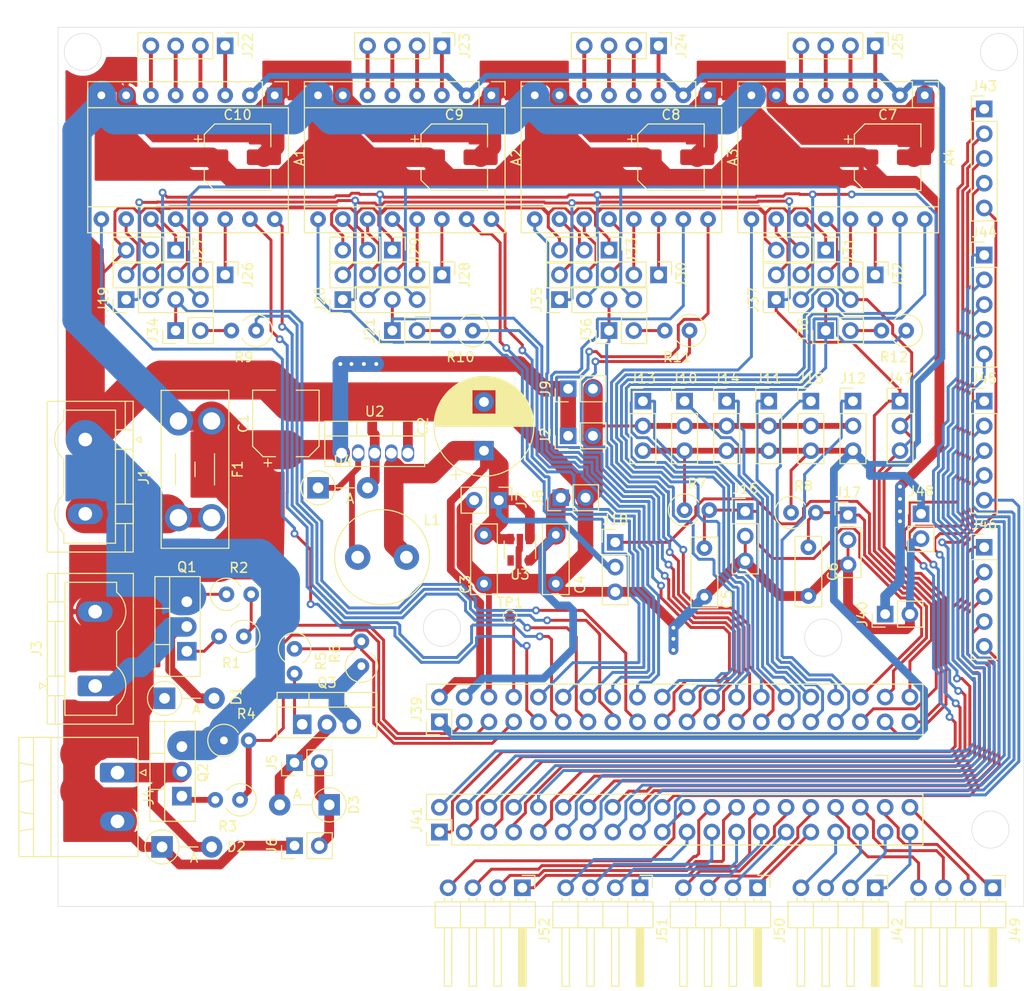
<source format=kicad_pcb>
(kicad_pcb (version 20171130) (host pcbnew "(5.1.5)-3")
  (layers (0 F.Cu signal) (31 B.Cu signal) (34 B.Paste user) (35 F.Paste user) (36 B.SilkS user) (37 F.SilkS user) (38 B.Mask user) (39 F.Mask user) (44 Edge.Cuts user))
  (net 0 "")
  (net 1 DIR_X)
  (net 2 VDD)
  (net 3 STEP_X)
  (net 4 GND)
  (net 5 "Net-(A1-Pad14)")
  (net 6 "Net-(A1-Pad6)")
  (net 7 "Net-(A1-Pad13)")
  (net 8 "Net-(A1-Pad5)")
  (net 9 "Net-(A1-Pad12)")
  (net 10 "Net-(A1-Pad4)")
  (net 11 "Net-(A1-Pad11)")
  (net 12 "Net-(A1-Pad3)")
  (net 13 "Net-(A1-Pad10)")
  (net 14 Logic_PWR)
  (net 15 EN_X)
  (net 16 EN_Y)
  (net 17 "Net-(A2-Pad10)")
  (net 18 "Net-(A2-Pad3)")
  (net 19 "Net-(A2-Pad11)")
  (net 20 "Net-(A2-Pad4)")
  (net 21 "Net-(A2-Pad12)")
  (net 22 "Net-(A2-Pad5)")
  (net 23 "Net-(A2-Pad13)")
  (net 24 "Net-(A2-Pad6)")
  (net 25 "Net-(A2-Pad14)")
  (net 26 STEP_Y)
  (net 27 DIR_Y)
  (net 28 EN_Z)
  (net 29 "Net-(A3-Pad10)")
  (net 30 "Net-(A3-Pad3)")
  (net 31 "Net-(A3-Pad11)")
  (net 32 "Net-(A3-Pad4)")
  (net 33 "Net-(A3-Pad12)")
  (net 34 "Net-(A3-Pad5)")
  (net 35 "Net-(A3-Pad13)")
  (net 36 "Net-(A3-Pad6)")
  (net 37 "Net-(A3-Pad14)")
  (net 38 STEP_Z)
  (net 39 DIR_Z)
  (net 40 DIR_E0)
  (net 41 STEP_E0)
  (net 42 "Net-(A4-Pad14)")
  (net 43 "Net-(A4-Pad6)")
  (net 44 "Net-(A4-Pad13)")
  (net 45 "Net-(A4-Pad5)")
  (net 46 "Net-(A4-Pad12)")
  (net 47 "Net-(A4-Pad4)")
  (net 48 "Net-(A4-Pad11)")
  (net 49 "Net-(A4-Pad3)")
  (net 50 "Net-(A4-Pad10)")
  (net 51 EN_E0)
  (net 52 +5V)
  (net 53 +3V3)
  (net 54 T0)
  (net 55 T1)
  (net 56 "Net-(D1-Pad2)")
  (net 57 "Net-(D2-Pad2)")
  (net 58 "Net-(D3-Pad2)")
  (net 59 "Net-(D3-Pad1)")
  (net 60 "Net-(D4-Pad1)")
  (net 61 "Net-(F1-Pad2)")
  (net 62 X-MIN)
  (net 63 Y-MIN)
  (net 64 Z-MIN)
  (net 65 X-MAX)
  (net 66 Y-MAX)
  (net 67 Z-MAX)
  (net 68 SV0)
  (net 69 MISO)
  (net 70 CS_RX_X)
  (net 71 SCK)
  (net 72 MOSI)
  (net 73 CS_RX_Y)
  (net 74 "Net-(J21-Pad2)")
  (net 75 "Net-(J34-Pad2)")
  (net 76 CS_RX_Z)
  (net 77 "Net-(J36-Pad2)")
  (net 78 "Net-(J38-Pad2)")
  (net 79 TX_X)
  (net 80 TX_Y)
  (net 81 TX_Z)
  (net 82 TX_E0)
  (net 83 CS_RX_E0)
  (net 84 RESET)
  (net 85 FET1)
  (net 86 FET2)
  (net 87 FET3)
  (net 88 T5)
  (net 89 FET7)
  (net 90 T4)
  (net 91 FET6)
  (net 92 T3)
  (net 93 FET5)
  (net 94 T2)
  (net 95 FET4)
  (net 96 CS1)
  (net 97 SV2)
  (net 98 CS0)
  (net 99 SV1)
  (net 100 IO7)
  (net 101 IO3)
  (net 102 IO6)
  (net 103 IO2)
  (net 104 IO5)
  (net 105 IO1)
  (net 106 IO4)
  (net 107 IO0)
  (net 108 CS_RX_E4)
  (net 109 CS_RX_E3)
  (net 110 TX_E4)
  (net 111 TX_E3)
  (net 112 DIR_E4)
  (net 113 DIR_E3)
  (net 114 STEP_E4)
  (net 115 STEP_E3)
  (net 116 EN_E4)
  (net 117 EN_E3)
  (net 118 CS_RX_E2)
  (net 119 CS_RX_E1)
  (net 120 TX_E2)
  (net 121 TX_E1)
  (net 122 DIR_E2)
  (net 123 DIR_E1)
  (net 124 STEP_E2)
  (net 125 STEP_E1)
  (net 126 EN_E2)
  (net 127 EN_E1)
  (net 128 "Net-(Q1-Pad1)")
  (net 129 "Net-(Q2-Pad1)")
  (net 130 "Net-(Q3-Pad1)")
  (net 131 "Net-(U3-Pad4)")
  (module Connector_PinHeader_2.54mm:PinHeader_1x04_P2.54mm_Horizontal (layer F.Cu) (at 66.675 107.315 270)
    (fp_text reference J52 (at 4.385 -2.27 90) (layer F.SilkS))
    (fp_text value IO_2)
    (pad 4 thru_hole oval (at 0 7.62 270) (size 1.7 1.7) (drill 1) (layers *.Cu *.Mask) (net 106 IO4))
    (pad 3 thru_hole oval (at 0 5.08 270) (size 1.7 1.7) (drill 1) (layers *.Cu *.Mask) (net 104 IO5))
    (pad 2 thru_hole oval (at 0 2.54 270) (size 1.7 1.7) (drill 1) (layers *.Cu *.Mask) (net 102 IO6))
    (pad 1 thru_hole rect (at 0 0 270) (size 1.7 1.7) (drill 1) (layers *.Cu *.Mask) (net 100 IO7))
  )
  (module Connector_PinHeader_2.54mm:PinHeader_1x04_P2.54mm_Horizontal (layer F.Cu) (at 78.74 107.315 270)
    (fp_text reference J51 (at 4.385 -2.27 90) (layer F.SilkS))
    (fp_text value IO_1)
    (pad 4 thru_hole oval (at 0 7.62 270) (size 1.7 1.7) (drill 1) (layers *.Cu *.Mask) (net 107 IO0))
    (pad 3 thru_hole oval (at 0 5.08 270) (size 1.7 1.7) (drill 1) (layers *.Cu *.Mask) (net 105 IO1))
    (pad 2 thru_hole oval (at 0 2.54 270) (size 1.7 1.7) (drill 1) (layers *.Cu *.Mask) (net 103 IO2))
    (pad 1 thru_hole rect (at 0 0 270) (size 1.7 1.7) (drill 1) (layers *.Cu *.Mask) (net 101 IO3))
  )
  (module Connector_PinHeader_2.54mm:PinHeader_1x04_P2.54mm_Horizontal (layer F.Cu) (at 90.805 107.315 270)
    (fp_text reference J50 (at 4.385 -2.27 90) (layer F.SilkS))
    (fp_text value SV_CS_IO)
    (pad 4 thru_hole oval (at 0 7.62 270) (size 1.7 1.7) (drill 1) (layers *.Cu *.Mask) (net 98 CS0))
    (pad 3 thru_hole oval (at 0 5.08 270) (size 1.7 1.7) (drill 1) (layers *.Cu *.Mask) (net 96 CS1))
    (pad 2 thru_hole oval (at 0 2.54 270) (size 1.7 1.7) (drill 1) (layers *.Cu *.Mask) (net 99 SV1))
    (pad 1 thru_hole rect (at 0 0 270) (size 1.7 1.7) (drill 1) (layers *.Cu *.Mask) (net 97 SV2))
  )
  (module Connector_PinHeader_2.54mm:PinHeader_1x04_P2.54mm_Horizontal (layer F.Cu) (at 114.935 107.315 270)
    (fp_text reference J49 (at 4.385 -2.27 90) (layer F.SilkS))
    (fp_text value T_IO)
    (pad 4 thru_hole oval (at 0 7.62 270) (size 1.7 1.7) (drill 1) (layers *.Cu *.Mask) (net 94 T2))
    (pad 3 thru_hole oval (at 0 5.08 270) (size 1.7 1.7) (drill 1) (layers *.Cu *.Mask) (net 92 T3))
    (pad 2 thru_hole oval (at 0 2.54 270) (size 1.7 1.7) (drill 1) (layers *.Cu *.Mask) (net 90 T4))
    (pad 1 thru_hole rect (at 0 0 270) (size 1.7 1.7) (drill 1) (layers *.Cu *.Mask) (net 88 T5))
  )
  (module Connector_PinHeader_2.54mm:PinHeader_1x04_P2.54mm_Horizontal (layer F.Cu) (at 102.87 107.315 270)
    (fp_text reference J42 (at 4.385 -2.27 90) (layer F.SilkS))
    (fp_text value FET_IO)
    (pad 4 thru_hole oval (at 0 7.62 270) (size 1.7 1.7) (drill 1) (layers *.Cu *.Mask) (net 95 FET4))
    (pad 3 thru_hole oval (at 0 5.08 270) (size 1.7 1.7) (drill 1) (layers *.Cu *.Mask) (net 93 FET5))
    (pad 2 thru_hole oval (at 0 2.54 270) (size 1.7 1.7) (drill 1) (layers *.Cu *.Mask) (net 91 FET6))
    (pad 1 thru_hole rect (at 0 0 270) (size 1.7 1.7) (drill 1) (layers *.Cu *.Mask) (net 89 FET7))
  )
  (module Connector_PinHeader_2.54mm:PinHeader_1x04_P2.54mm_Vertical (layer F.Cu) (at 92.71 46.99 90)
    (fp_text reference J37 (at 0 -2.33 90) (layer F.SilkS))
    (fp_text value E0_TMC)
    (pad 4 thru_hole oval (at 0 7.62 90) (size 1.7 1.7) (drill 1) (layers *.Cu *.Mask) (net 69 MISO))
    (pad 3 thru_hole oval (at 0 5.08 90) (size 1.7 1.7) (drill 1) (layers *.Cu *.Mask) (net 83 CS_RX_E0))
    (pad 2 thru_hole oval (at 0 2.54 90) (size 1.7 1.7) (drill 1) (layers *.Cu *.Mask) (net 71 SCK))
    (pad 1 thru_hole rect (at 0 0 90) (size 1.7 1.7) (drill 1) (layers *.Cu *.Mask) (net 72 MOSI))
  )
  (module Connector_PinHeader_2.54mm:PinHeader_1x04_P2.54mm_Vertical (layer F.Cu) (at 70.485 46.99 90)
    (fp_text reference J35 (at 0 -2.33 90) (layer F.SilkS))
    (fp_text value Z_TMC)
    (pad 4 thru_hole oval (at 0 7.62 90) (size 1.7 1.7) (drill 1) (layers *.Cu *.Mask) (net 69 MISO))
    (pad 3 thru_hole oval (at 0 5.08 90) (size 1.7 1.7) (drill 1) (layers *.Cu *.Mask) (net 76 CS_RX_Z))
    (pad 2 thru_hole oval (at 0 2.54 90) (size 1.7 1.7) (drill 1) (layers *.Cu *.Mask) (net 71 SCK))
    (pad 1 thru_hole rect (at 0 0 90) (size 1.7 1.7) (drill 1) (layers *.Cu *.Mask) (net 72 MOSI))
  )
  (module Connector_PinHeader_2.54mm:PinHeader_1x04_P2.54mm_Vertical (layer F.Cu) (at 48.26 46.99 90)
    (fp_text reference J20 (at 0 -2.33 90) (layer F.SilkS))
    (fp_text value Y_TMC)
    (pad 4 thru_hole oval (at 0 7.62 90) (size 1.7 1.7) (drill 1) (layers *.Cu *.Mask) (net 69 MISO))
    (pad 3 thru_hole oval (at 0 5.08 90) (size 1.7 1.7) (drill 1) (layers *.Cu *.Mask) (net 73 CS_RX_Y))
    (pad 2 thru_hole oval (at 0 2.54 90) (size 1.7 1.7) (drill 1) (layers *.Cu *.Mask) (net 71 SCK))
    (pad 1 thru_hole rect (at 0 0 90) (size 1.7 1.7) (drill 1) (layers *.Cu *.Mask) (net 72 MOSI))
  )
  (module Connector_PinHeader_2.54mm:PinHeader_1x02_P2.54mm_Vertical (layer F.Cu) (at 43.307 102.997 90)
    (fp_text reference J6 (at 0 -2.33 90) (layer F.SilkS))
    (fp_text value FAN_VOLTAGE)
    (pad 2 thru_hole oval (at 0 2.54 90) (size 1.7 1.7) (drill 1) (layers *.Cu *.Mask) (net 59 "Net-(D3-Pad1)"))
    (pad 1 thru_hole rect (at 0 0 90) (size 1.7 1.7) (drill 1) (layers *.Cu *.Mask) (net 2 VDD))
  )
  (module Connector_PinHeader_2.54mm:PinHeader_1x04_P2.54mm_Vertical (layer F.Cu) (at 26.035 46.99 90)
    (fp_text reference J19 (at 0 -2.33 90) (layer F.SilkS))
    (fp_text value X_TMC)
    (pad 4 thru_hole oval (at 0 7.62 90) (size 1.7 1.7) (drill 1) (layers *.Cu *.Mask) (net 69 MISO))
    (pad 3 thru_hole oval (at 0 5.08 90) (size 1.7 1.7) (drill 1) (layers *.Cu *.Mask) (net 70 CS_RX_X))
    (pad 2 thru_hole oval (at 0 2.54 90) (size 1.7 1.7) (drill 1) (layers *.Cu *.Mask) (net 71 SCK))
    (pad 1 thru_hole rect (at 0 0 90) (size 1.7 1.7) (drill 1) (layers *.Cu *.Mask) (net 72 MOSI))
  )
  (module Connector_PinHeader_2.54mm:PinHeader_1x02_P2.54mm_Vertical (layer F.Cu) (at 107.569 68.961)
    (fp_text reference J48 (at 0 -2.33) (layer F.SilkS))
    (fp_text value Logic_PWR)
    (pad 2 thru_hole oval (at 0 2.54) (size 1.7 1.7) (drill 1) (layers *.Cu *.Mask) (net 4 GND))
    (pad 1 thru_hole rect (at 0 0) (size 1.7 1.7) (drill 1) (layers *.Cu *.Mask) (net 14 Logic_PWR))
  )
  (module Connector_PinHeader_2.54mm:PinHeader_1x05_P2.54mm_Vertical (layer F.Cu) (at 114.046 72.39)
    (fp_text reference J46 (at 0 -2.33) (layer F.SilkS))
    (fp_text value E4)
    (pad 5 thru_hole oval (at 0 10.16) (size 1.7 1.7) (drill 1) (layers *.Cu *.Mask) (net 108 CS_RX_E4))
    (pad 4 thru_hole oval (at 0 7.62) (size 1.7 1.7) (drill 1) (layers *.Cu *.Mask) (net 110 TX_E4))
    (pad 3 thru_hole oval (at 0 5.08) (size 1.7 1.7) (drill 1) (layers *.Cu *.Mask) (net 112 DIR_E4))
    (pad 2 thru_hole oval (at 0 2.54) (size 1.7 1.7) (drill 1) (layers *.Cu *.Mask) (net 114 STEP_E4))
    (pad 1 thru_hole rect (at 0 0) (size 1.7 1.7) (drill 1) (layers *.Cu *.Mask) (net 116 EN_E4))
  )
  (module Connector_PinHeader_2.54mm:PinHeader_1x05_P2.54mm_Vertical (layer F.Cu) (at 114.046 57.404)
    (fp_text reference J45 (at 0 -2.33) (layer F.SilkS))
    (fp_text value E3)
    (pad 5 thru_hole oval (at 0 10.16) (size 1.7 1.7) (drill 1) (layers *.Cu *.Mask) (net 109 CS_RX_E3))
    (pad 4 thru_hole oval (at 0 7.62) (size 1.7 1.7) (drill 1) (layers *.Cu *.Mask) (net 111 TX_E3))
    (pad 3 thru_hole oval (at 0 5.08) (size 1.7 1.7) (drill 1) (layers *.Cu *.Mask) (net 113 DIR_E3))
    (pad 2 thru_hole oval (at 0 2.54) (size 1.7 1.7) (drill 1) (layers *.Cu *.Mask) (net 115 STEP_E3))
    (pad 1 thru_hole rect (at 0 0) (size 1.7 1.7) (drill 1) (layers *.Cu *.Mask) (net 117 EN_E3))
  )
  (module Connector_PinHeader_2.54mm:PinHeader_1x05_P2.54mm_Vertical (layer F.Cu) (at 114.046 42.418)
    (fp_text reference J44 (at 0 -2.33) (layer F.SilkS))
    (fp_text value E2)
    (pad 5 thru_hole oval (at 0 10.16) (size 1.7 1.7) (drill 1) (layers *.Cu *.Mask) (net 118 CS_RX_E2))
    (pad 4 thru_hole oval (at 0 7.62) (size 1.7 1.7) (drill 1) (layers *.Cu *.Mask) (net 120 TX_E2))
    (pad 3 thru_hole oval (at 0 5.08) (size 1.7 1.7) (drill 1) (layers *.Cu *.Mask) (net 122 DIR_E2))
    (pad 2 thru_hole oval (at 0 2.54) (size 1.7 1.7) (drill 1) (layers *.Cu *.Mask) (net 124 STEP_E2))
    (pad 1 thru_hole rect (at 0 0) (size 1.7 1.7) (drill 1) (layers *.Cu *.Mask) (net 126 EN_E2))
  )
  (module Connector_PinHeader_2.54mm:PinHeader_1x05_P2.54mm_Vertical (layer F.Cu) (at 114.046 27.432)
    (fp_text reference J43 (at 0 -2.33) (layer F.SilkS))
    (fp_text value E1)
    (pad 5 thru_hole oval (at 0 10.16) (size 1.7 1.7) (drill 1) (layers *.Cu *.Mask) (net 119 CS_RX_E1))
    (pad 4 thru_hole oval (at 0 7.62) (size 1.7 1.7) (drill 1) (layers *.Cu *.Mask) (net 121 TX_E1))
    (pad 3 thru_hole oval (at 0 5.08) (size 1.7 1.7) (drill 1) (layers *.Cu *.Mask) (net 123 DIR_E1))
    (pad 2 thru_hole oval (at 0 2.54) (size 1.7 1.7) (drill 1) (layers *.Cu *.Mask) (net 125 STEP_E1))
    (pad 1 thru_hole rect (at 0 0) (size 1.7 1.7) (drill 1) (layers *.Cu *.Mask) (net 127 EN_E1))
  )
  (module TestPoint:TestPoint_Pad_D1.0mm (layer F.Cu) (at 65.405 79.502)
    (fp_text reference TP1 (at 0 -1.448) (layer F.SilkS))
    (fp_text value RESET)
    (pad 1 smd circle (at 0 0) (size 1 1) (layers F.Cu F.Mask) (net 84 RESET))
  )
  (module Diode_THT:D_DO-41_SOD81_P5.08mm_Vertical_AnodeUp (layer F.Cu) (at 45.72 66.294)
    (fp_text reference D4 (at 2.54 -2.750635) (layer F.SilkS))
    (fp_text value 1N5819)
    (fp_text user A (at 3.28 1.1) (layer F.SilkS))
    (pad 2 thru_hole oval (at 5.08 0) (size 2.2 2.2) (drill 1.1) (layers *.Cu *.Mask) (net 4 GND))
    (pad 1 thru_hole rect (at 0 0) (size 2.2 2.2) (drill 1.1) (layers *.Cu *.Mask) (net 60 "Net-(D4-Pad1)"))
  )
  (module Diode_THT:D_DO-41_SOD81_P5.08mm_Vertical_AnodeUp (layer F.Cu) (at 46.863 98.806 180)
    (fp_text reference D3 (at -2.54 0 90) (layer F.SilkS))
    (fp_text value 1N5819)
    (fp_text user A (at 3.28 1.1) (layer F.SilkS))
    (pad 2 thru_hole oval (at 5.08 0 180) (size 2.2 2.2) (drill 1.1) (layers *.Cu *.Mask) (net 58 "Net-(D3-Pad2)"))
    (pad 1 thru_hole rect (at 0 0 180) (size 2.2 2.2) (drill 1.1) (layers *.Cu *.Mask) (net 59 "Net-(D3-Pad1)"))
  )
  (module Diode_THT:D_DO-41_SOD81_P5.08mm_Vertical_AnodeUp (layer F.Cu) (at 29.718 103.124)
    (fp_text reference D2 (at 7.62 0) (layer F.SilkS))
    (fp_text value 1N5819)
    (fp_text user A (at 3.28 1.1) (layer F.SilkS))
    (pad 2 thru_hole oval (at 5.08 0) (size 2.2 2.2) (drill 1.1) (layers *.Cu *.Mask) (net 57 "Net-(D2-Pad2)"))
    (pad 1 thru_hole rect (at 0 0) (size 2.2 2.2) (drill 1.1) (layers *.Cu *.Mask) (net 2 VDD))
  )
  (module Diode_THT:D_DO-41_SOD81_P5.08mm_Vertical_AnodeUp (layer F.Cu) (at 29.972 87.884)
    (fp_text reference D1 (at 7.366 -0.254 90) (layer F.SilkS))
    (fp_text value 1N5819)
    (fp_text user A (at 3.28 1.1) (layer F.SilkS))
    (pad 2 thru_hole oval (at 5.08 0) (size 2.2 2.2) (drill 1.1) (layers *.Cu *.Mask) (net 56 "Net-(D1-Pad2)"))
    (pad 1 thru_hole rect (at 0 0) (size 2.2 2.2) (drill 1.1) (layers *.Cu *.Mask) (net 2 VDD))
  )
  (module Connector_Phoenix_MSTB:PhoenixContact_MSTBA_2,5_2-G_1x02_P5.00mm_Horizontal (layer F.Cu) (at 25.146 95.504 270)
    (fp_text reference J4 (at 2.5 -3.2 90) (layer F.SilkS))
    (fp_text value HOTEND)
    (pad 2 thru_hole oval (at 5 0 270) (size 2 3.6) (drill 1.4) (layers *.Cu *.Mask) (net 2 VDD))
    (pad 1 thru_hole roundrect (at 0 0 270) (size 2 3.6) (drill 1.4) (layers *.Cu *.Mask) (roundrect_rratio 0.125) (net 57 "Net-(D2-Pad2)"))
  )
  (module Resistor_THT:R_Axial_DIN0309_L9.0mm_D3.2mm_P2.54mm_Vertical (layer F.Cu) (at 106.045 50.165 180)
    (fp_text reference R12 (at 1.27 -2.72) (layer F.SilkS))
    (fp_text value 1K)
    (pad 2 thru_hole oval (at 2.54 0 180) (size 1.6 1.6) (drill 0.8) (layers *.Cu *.Mask) (net 78 "Net-(J38-Pad2)"))
    (pad 1 thru_hole circle (at 0 0 180) (size 1.6 1.6) (drill 0.8) (layers *.Cu *.Mask) (net 82 TX_E0))
  )
  (module Resistor_THT:R_Axial_DIN0309_L9.0mm_D3.2mm_P2.54mm_Vertical (layer F.Cu) (at 83.82 50.165 180)
    (fp_text reference R11 (at 1.27 -2.72) (layer F.SilkS))
    (fp_text value 1K)
    (pad 2 thru_hole oval (at 2.54 0 180) (size 1.6 1.6) (drill 0.8) (layers *.Cu *.Mask) (net 77 "Net-(J36-Pad2)"))
    (pad 1 thru_hole circle (at 0 0 180) (size 1.6 1.6) (drill 0.8) (layers *.Cu *.Mask) (net 81 TX_Z))
  )
  (module Resistor_THT:R_Axial_DIN0309_L9.0mm_D3.2mm_P2.54mm_Vertical (layer F.Cu) (at 61.595 50.165 180)
    (fp_text reference R10 (at 1.27 -2.72) (layer F.SilkS))
    (fp_text value 1K)
    (pad 2 thru_hole oval (at 2.54 0 180) (size 1.6 1.6) (drill 0.8) (layers *.Cu *.Mask) (net 74 "Net-(J21-Pad2)"))
    (pad 1 thru_hole circle (at 0 0 180) (size 1.6 1.6) (drill 0.8) (layers *.Cu *.Mask) (net 80 TX_Y))
  )
  (module Resistor_THT:R_Axial_DIN0309_L9.0mm_D3.2mm_P2.54mm_Vertical (layer F.Cu) (at 39.37 50.165 180)
    (fp_text reference R9 (at 1.27 -2.72) (layer F.SilkS))
    (fp_text value 1K)
    (pad 2 thru_hole oval (at 2.54 0 180) (size 1.6 1.6) (drill 0.8) (layers *.Cu *.Mask) (net 75 "Net-(J34-Pad2)"))
    (pad 1 thru_hole circle (at 0 0 180) (size 1.6 1.6) (drill 0.8) (layers *.Cu *.Mask) (net 79 TX_X))
  )
  (module Resistor_THT:R_Axial_DIN0309_L9.0mm_D3.2mm_P2.54mm_Vertical (layer F.Cu) (at 94.234 68.834)
    (fp_text reference R8 (at 1.27 -2.72) (layer F.SilkS))
    (fp_text value 4K7)
    (pad 2 thru_hole oval (at 2.54 0) (size 1.6 1.6) (drill 0.8) (layers *.Cu *.Mask) (net 55 T1))
    (pad 1 thru_hole circle (at 0 0) (size 1.6 1.6) (drill 0.8) (layers *.Cu *.Mask) (net 14 Logic_PWR))
  )
  (module Resistor_THT:R_Axial_DIN0309_L9.0mm_D3.2mm_P2.54mm_Vertical (layer F.Cu) (at 83.312 68.58)
    (fp_text reference R7 (at 1.27 -2.72) (layer F.SilkS))
    (fp_text value 4K7)
    (pad 2 thru_hole oval (at 2.54 0) (size 1.6 1.6) (drill 0.8) (layers *.Cu *.Mask) (net 54 T0))
    (pad 1 thru_hole circle (at 0 0) (size 1.6 1.6) (drill 0.8) (layers *.Cu *.Mask) (net 14 Logic_PWR))
  )
  (module Resistor_THT:R_Axial_DIN0309_L9.0mm_D3.2mm_P2.54mm_Vertical (layer F.Cu) (at 50.165 84.582 90)
    (fp_text reference R6 (at 1.27 -2.72 90) (layer F.SilkS))
    (fp_text value 10K)
    (pad 2 thru_hole oval (at 2.54 0 90) (size 1.6 1.6) (drill 0.8) (layers *.Cu *.Mask) (net 87 FET3))
    (pad 1 thru_hole circle (at 0 0 90) (size 1.6 1.6) (drill 0.8) (layers *.Cu *.Mask) (net 4 GND))
  )
  (module Resistor_THT:R_Axial_DIN0309_L9.0mm_D3.2mm_P2.54mm_Vertical (layer F.Cu) (at 43.307 82.804 270)
    (fp_text reference R5 (at 1.27 -2.72 90) (layer F.SilkS))
    (fp_text value 1K)
    (pad 2 thru_hole oval (at 2.54 0 270) (size 1.6 1.6) (drill 0.8) (layers *.Cu *.Mask) (net 130 "Net-(Q3-Pad1)"))
    (pad 1 thru_hole circle (at 0 0 270) (size 1.6 1.6) (drill 0.8) (layers *.Cu *.Mask) (net 87 FET3))
  )
  (module Resistor_THT:R_Axial_DIN0309_L9.0mm_D3.2mm_P2.54mm_Vertical (layer F.Cu) (at 36.068 92.202)
    (fp_text reference R4 (at 2.286 -2.72) (layer F.SilkS))
    (fp_text value 4K7)
    (pad 2 thru_hole oval (at 2.54 0) (size 1.6 1.6) (drill 0.8) (layers *.Cu *.Mask) (net 86 FET2))
    (pad 1 thru_hole circle (at 0 0) (size 1.6 1.6) (drill 0.8) (layers *.Cu *.Mask) (net 4 GND))
  )
  (module Resistor_THT:R_Axial_DIN0309_L9.0mm_D3.2mm_P2.54mm_Vertical (layer F.Cu) (at 37.719 98.298 180)
    (fp_text reference R3 (at 1.27 -2.72) (layer F.SilkS))
    (fp_text value 100)
    (pad 2 thru_hole oval (at 2.54 0 180) (size 1.6 1.6) (drill 0.8) (layers *.Cu *.Mask) (net 129 "Net-(Q2-Pad1)"))
    (pad 1 thru_hole circle (at 0 0 180) (size 1.6 1.6) (drill 0.8) (layers *.Cu *.Mask) (net 86 FET2))
  )
  (module Resistor_THT:R_Axial_DIN0309_L9.0mm_D3.2mm_P2.54mm_Vertical (layer F.Cu) (at 36.322 77.216)
    (fp_text reference R2 (at 1.27 -2.72) (layer F.SilkS))
    (fp_text value 4K7)
    (pad 2 thru_hole oval (at 2.54 0) (size 1.6 1.6) (drill 0.8) (layers *.Cu *.Mask) (net 85 FET1))
    (pad 1 thru_hole circle (at 0 0) (size 1.6 1.6) (drill 0.8) (layers *.Cu *.Mask) (net 4 GND))
  )
  (module Resistor_THT:R_Axial_DIN0309_L9.0mm_D3.2mm_P2.54mm_Vertical (layer F.Cu) (at 38.1 81.534 180)
    (fp_text reference R1 (at 1.27 -2.72) (layer F.SilkS))
    (fp_text value 100)
    (pad 2 thru_hole oval (at 2.54 0 180) (size 1.6 1.6) (drill 0.8) (layers *.Cu *.Mask) (net 128 "Net-(Q1-Pad1)"))
    (pad 1 thru_hole circle (at 0 0 180) (size 1.6 1.6) (drill 0.8) (layers *.Cu *.Mask) (net 85 FET1))
  )
  (module Module:Pololu_Breakout-16_15.2x20.3mm (layer F.Cu) (at 41.275 26.035 270)
    (fp_text reference A1 (at 6.35 -2.54 90) (layer F.SilkS))
    (fp_text value Pololu_Breakout_A4988)
    (pad 16 thru_hole oval (at 12.7 0 270) (size 1.6 1.6) (drill 0.8) (layers *.Cu *.Mask) (net 1 DIR_X))
    (pad 8 thru_hole oval (at 0 17.78 270) (size 1.6 1.6) (drill 0.8) (layers *.Cu *.Mask) (net 2 VDD))
    (pad 15 thru_hole oval (at 12.7 2.54 270) (size 1.6 1.6) (drill 0.8) (layers *.Cu *.Mask) (net 3 STEP_X))
    (pad 7 thru_hole oval (at 0 15.24 270) (size 1.6 1.6) (drill 0.8) (layers *.Cu *.Mask) (net 4 GND))
    (pad 14 thru_hole oval (at 12.7 5.08 270) (size 1.6 1.6) (drill 0.8) (layers *.Cu *.Mask) (net 5 "Net-(A1-Pad14)"))
    (pad 6 thru_hole oval (at 0 12.7 270) (size 1.6 1.6) (drill 0.8) (layers *.Cu *.Mask) (net 6 "Net-(A1-Pad6)"))
    (pad 13 thru_hole oval (at 12.7 7.62 270) (size 1.6 1.6) (drill 0.8) (layers *.Cu *.Mask) (net 7 "Net-(A1-Pad13)"))
    (pad 5 thru_hole oval (at 0 10.16 270) (size 1.6 1.6) (drill 0.8) (layers *.Cu *.Mask) (net 8 "Net-(A1-Pad5)"))
    (pad 12 thru_hole oval (at 12.7 10.16 270) (size 1.6 1.6) (drill 0.8) (layers *.Cu *.Mask) (net 9 "Net-(A1-Pad12)"))
    (pad 4 thru_hole oval (at 0 7.62 270) (size 1.6 1.6) (drill 0.8) (layers *.Cu *.Mask) (net 10 "Net-(A1-Pad4)"))
    (pad 11 thru_hole oval (at 12.7 12.7 270) (size 1.6 1.6) (drill 0.8) (layers *.Cu *.Mask) (net 11 "Net-(A1-Pad11)"))
    (pad 3 thru_hole oval (at 0 5.08 270) (size 1.6 1.6) (drill 0.8) (layers *.Cu *.Mask) (net 12 "Net-(A1-Pad3)"))
    (pad 10 thru_hole oval (at 12.7 15.24 270) (size 1.6 1.6) (drill 0.8) (layers *.Cu *.Mask) (net 13 "Net-(A1-Pad10)"))
    (pad 2 thru_hole oval (at 0 2.54 270) (size 1.6 1.6) (drill 0.8) (layers *.Cu *.Mask) (net 14 Logic_PWR))
    (pad 9 thru_hole oval (at 12.7 17.78 270) (size 1.6 1.6) (drill 0.8) (layers *.Cu *.Mask) (net 15 EN_X))
    (pad 1 thru_hole rect (at 0 0 270) (size 1.6 1.6) (drill 0.8) (layers *.Cu *.Mask) (net 4 GND))
  )
  (module Module:Pololu_Breakout-16_15.2x20.3mm (layer F.Cu) (at 63.5 26.035 270)
    (fp_text reference A2 (at 6.35 -2.54 90) (layer F.SilkS))
    (fp_text value Pololu_Breakout_A4988)
    (pad 1 thru_hole rect (at 0 0 270) (size 1.6 1.6) (drill 0.8) (layers *.Cu *.Mask) (net 4 GND))
    (pad 9 thru_hole oval (at 12.7 17.78 270) (size 1.6 1.6) (drill 0.8) (layers *.Cu *.Mask) (net 16 EN_Y))
    (pad 2 thru_hole oval (at 0 2.54 270) (size 1.6 1.6) (drill 0.8) (layers *.Cu *.Mask) (net 14 Logic_PWR))
    (pad 10 thru_hole oval (at 12.7 15.24 270) (size 1.6 1.6) (drill 0.8) (layers *.Cu *.Mask) (net 17 "Net-(A2-Pad10)"))
    (pad 3 thru_hole oval (at 0 5.08 270) (size 1.6 1.6) (drill 0.8) (layers *.Cu *.Mask) (net 18 "Net-(A2-Pad3)"))
    (pad 11 thru_hole oval (at 12.7 12.7 270) (size 1.6 1.6) (drill 0.8) (layers *.Cu *.Mask) (net 19 "Net-(A2-Pad11)"))
    (pad 4 thru_hole oval (at 0 7.62 270) (size 1.6 1.6) (drill 0.8) (layers *.Cu *.Mask) (net 20 "Net-(A2-Pad4)"))
    (pad 12 thru_hole oval (at 12.7 10.16 270) (size 1.6 1.6) (drill 0.8) (layers *.Cu *.Mask) (net 21 "Net-(A2-Pad12)"))
    (pad 5 thru_hole oval (at 0 10.16 270) (size 1.6 1.6) (drill 0.8) (layers *.Cu *.Mask) (net 22 "Net-(A2-Pad5)"))
    (pad 13 thru_hole oval (at 12.7 7.62 270) (size 1.6 1.6) (drill 0.8) (layers *.Cu *.Mask) (net 23 "Net-(A2-Pad13)"))
    (pad 6 thru_hole oval (at 0 12.7 270) (size 1.6 1.6) (drill 0.8) (layers *.Cu *.Mask) (net 24 "Net-(A2-Pad6)"))
    (pad 14 thru_hole oval (at 12.7 5.08 270) (size 1.6 1.6) (drill 0.8) (layers *.Cu *.Mask) (net 25 "Net-(A2-Pad14)"))
    (pad 7 thru_hole oval (at 0 15.24 270) (size 1.6 1.6) (drill 0.8) (layers *.Cu *.Mask) (net 4 GND))
    (pad 15 thru_hole oval (at 12.7 2.54 270) (size 1.6 1.6) (drill 0.8) (layers *.Cu *.Mask) (net 26 STEP_Y))
    (pad 8 thru_hole oval (at 0 17.78 270) (size 1.6 1.6) (drill 0.8) (layers *.Cu *.Mask) (net 2 VDD))
    (pad 16 thru_hole oval (at 12.7 0 270) (size 1.6 1.6) (drill 0.8) (layers *.Cu *.Mask) (net 27 DIR_Y))
  )
  (module Module:Pololu_Breakout-16_15.2x20.3mm (layer F.Cu) (at 85.725 26.035 270)
    (fp_text reference A3 (at 6.35 -2.54 90) (layer F.SilkS))
    (fp_text value Pololu_Breakout_A4988)
    (pad 1 thru_hole rect (at 0 0 270) (size 1.6 1.6) (drill 0.8) (layers *.Cu *.Mask) (net 4 GND))
    (pad 9 thru_hole oval (at 12.7 17.78 270) (size 1.6 1.6) (drill 0.8) (layers *.Cu *.Mask) (net 28 EN_Z))
    (pad 2 thru_hole oval (at 0 2.54 270) (size 1.6 1.6) (drill 0.8) (layers *.Cu *.Mask) (net 14 Logic_PWR))
    (pad 10 thru_hole oval (at 12.7 15.24 270) (size 1.6 1.6) (drill 0.8) (layers *.Cu *.Mask) (net 29 "Net-(A3-Pad10)"))
    (pad 3 thru_hole oval (at 0 5.08 270) (size 1.6 1.6) (drill 0.8) (layers *.Cu *.Mask) (net 30 "Net-(A3-Pad3)"))
    (pad 11 thru_hole oval (at 12.7 12.7 270) (size 1.6 1.6) (drill 0.8) (layers *.Cu *.Mask) (net 31 "Net-(A3-Pad11)"))
    (pad 4 thru_hole oval (at 0 7.62 270) (size 1.6 1.6) (drill 0.8) (layers *.Cu *.Mask) (net 32 "Net-(A3-Pad4)"))
    (pad 12 thru_hole oval (at 12.7 10.16 270) (size 1.6 1.6) (drill 0.8) (layers *.Cu *.Mask) (net 33 "Net-(A3-Pad12)"))
    (pad 5 thru_hole oval (at 0 10.16 270) (size 1.6 1.6) (drill 0.8) (layers *.Cu *.Mask) (net 34 "Net-(A3-Pad5)"))
    (pad 13 thru_hole oval (at 12.7 7.62 270) (size 1.6 1.6) (drill 0.8) (layers *.Cu *.Mask) (net 35 "Net-(A3-Pad13)"))
    (pad 6 thru_hole oval (at 0 12.7 270) (size 1.6 1.6) (drill 0.8) (layers *.Cu *.Mask) (net 36 "Net-(A3-Pad6)"))
    (pad 14 thru_hole oval (at 12.7 5.08 270) (size 1.6 1.6) (drill 0.8) (layers *.Cu *.Mask) (net 37 "Net-(A3-Pad14)"))
    (pad 7 thru_hole oval (at 0 15.24 270) (size 1.6 1.6) (drill 0.8) (layers *.Cu *.Mask) (net 4 GND))
    (pad 15 thru_hole oval (at 12.7 2.54 270) (size 1.6 1.6) (drill 0.8) (layers *.Cu *.Mask) (net 38 STEP_Z))
    (pad 8 thru_hole oval (at 0 17.78 270) (size 1.6 1.6) (drill 0.8) (layers *.Cu *.Mask) (net 2 VDD))
    (pad 16 thru_hole oval (at 12.7 0 270) (size 1.6 1.6) (drill 0.8) (layers *.Cu *.Mask) (net 39 DIR_Z))
  )
  (module Module:Pololu_Breakout-16_15.2x20.3mm (layer F.Cu) (at 107.95 26.035 270)
    (fp_text reference A4 (at 6.35 -2.54 90) (layer F.SilkS))
    (fp_text value Pololu_Breakout_A4988)
    (pad 16 thru_hole oval (at 12.7 0 270) (size 1.6 1.6) (drill 0.8) (layers *.Cu *.Mask) (net 40 DIR_E0))
    (pad 8 thru_hole oval (at 0 17.78 270) (size 1.6 1.6) (drill 0.8) (layers *.Cu *.Mask) (net 2 VDD))
    (pad 15 thru_hole oval (at 12.7 2.54 270) (size 1.6 1.6) (drill 0.8) (layers *.Cu *.Mask) (net 41 STEP_E0))
    (pad 7 thru_hole oval (at 0 15.24 270) (size 1.6 1.6) (drill 0.8) (layers *.Cu *.Mask) (net 4 GND))
    (pad 14 thru_hole oval (at 12.7 5.08 270) (size 1.6 1.6) (drill 0.8) (layers *.Cu *.Mask) (net 42 "Net-(A4-Pad14)"))
    (pad 6 thru_hole oval (at 0 12.7 270) (size 1.6 1.6) (drill 0.8) (layers *.Cu *.Mask) (net 43 "Net-(A4-Pad6)"))
    (pad 13 thru_hole oval (at 12.7 7.62 270) (size 1.6 1.6) (drill 0.8) (layers *.Cu *.Mask) (net 44 "Net-(A4-Pad13)"))
    (pad 5 thru_hole oval (at 0 10.16 270) (size 1.6 1.6) (drill 0.8) (layers *.Cu *.Mask) (net 45 "Net-(A4-Pad5)"))
    (pad 12 thru_hole oval (at 12.7 10.16 270) (size 1.6 1.6) (drill 0.8) (layers *.Cu *.Mask) (net 46 "Net-(A4-Pad12)"))
    (pad 4 thru_hole oval (at 0 7.62 270) (size 1.6 1.6) (drill 0.8) (layers *.Cu *.Mask) (net 47 "Net-(A4-Pad4)"))
    (pad 11 thru_hole oval (at 12.7 12.7 270) (size 1.6 1.6) (drill 0.8) (layers *.Cu *.Mask) (net 48 "Net-(A4-Pad11)"))
    (pad 3 thru_hole oval (at 0 5.08 270) (size 1.6 1.6) (drill 0.8) (layers *.Cu *.Mask) (net 49 "Net-(A4-Pad3)"))
    (pad 10 thru_hole oval (at 12.7 15.24 270) (size 1.6 1.6) (drill 0.8) (layers *.Cu *.Mask) (net 50 "Net-(A4-Pad10)"))
    (pad 2 thru_hole oval (at 0 2.54 270) (size 1.6 1.6) (drill 0.8) (layers *.Cu *.Mask) (net 14 Logic_PWR))
    (pad 9 thru_hole oval (at 12.7 17.78 270) (size 1.6 1.6) (drill 0.8) (layers *.Cu *.Mask) (net 51 EN_E0))
    (pad 1 thru_hole rect (at 0 0 270) (size 1.6 1.6) (drill 0.8) (layers *.Cu *.Mask) (net 4 GND))
  )
  (module Capacitor_SMD:CP_Elec_6.3x7.7 (layer F.Cu) (at 42.418 59.69 90)
    (fp_text reference C1 (at 0 -4.35 90) (layer F.SilkS))
    (fp_text value 100uF)
    (pad 1 smd roundrect (at -2.7 0 90) (size 3.5 1.6) (layers F.Cu F.Paste F.Mask) (roundrect_rratio 0.15625) (net 2 VDD))
    (pad 2 smd roundrect (at 2.7 0 90) (size 3.5 1.6) (layers F.Cu F.Paste F.Mask) (roundrect_rratio 0.15625) (net 4 GND))
  )
  (module Capacitor_THT:CP_Radial_D10.0mm_P5.00mm (layer F.Cu) (at 62.738 62.484 90)
    (fp_text reference C2 (at 2.5 -6.25 90) (layer F.SilkS))
    (fp_text value 330uF)
    (pad 1 thru_hole rect (at 0 0 90) (size 2 2) (drill 1) (layers *.Cu *.Mask) (net 52 +5V))
    (pad 2 thru_hole circle (at 5 0 90) (size 2 2) (drill 1) (layers *.Cu *.Mask) (net 4 GND))
  )
  (module Capacitor_THT:C_Disc_D7.0mm_W2.5mm_P5.00mm (layer F.Cu) (at 62.738 71.12 270)
    (fp_text reference C3 (at 5.08 1.905 90) (layer F.SilkS))
    (fp_text value 1uF)
    (pad 1 thru_hole circle (at 0 0 270) (size 1.6 1.6) (drill 0.8) (layers *.Cu *.Mask) (net 52 +5V))
    (pad 2 thru_hole circle (at 5 0 270) (size 1.6 1.6) (drill 0.8) (layers *.Cu *.Mask) (net 4 GND))
  )
  (module Capacitor_THT:C_Disc_D7.0mm_W2.5mm_P5.00mm (layer F.Cu) (at 70.104 71.12 270)
    (fp_text reference C4 (at 5.08 -2.5 90) (layer F.SilkS))
    (fp_text value 1uF)
    (pad 2 thru_hole circle (at 5 0 270) (size 1.6 1.6) (drill 0.8) (layers *.Cu *.Mask) (net 4 GND))
    (pad 1 thru_hole circle (at 0 0 270) (size 1.6 1.6) (drill 0.8) (layers *.Cu *.Mask) (net 53 +3V3))
  )
  (module Capacitor_THT:C_Disc_D7.0mm_W2.5mm_P5.00mm (layer F.Cu) (at 85.344 77.47 90)
    (fp_text reference C5 (at -0.254 2.286 90) (layer F.SilkS))
    (fp_text value 10uF)
    (pad 2 thru_hole circle (at 5 0 90) (size 1.6 1.6) (drill 0.8) (layers *.Cu *.Mask) (net 54 T0))
    (pad 1 thru_hole circle (at 0 0 90) (size 1.6 1.6) (drill 0.8) (layers *.Cu *.Mask) (net 4 GND))
  )
  (module Capacitor_THT:C_Disc_D7.0mm_W2.5mm_P5.00mm (layer F.Cu) (at 96.012 72.39 270)
    (fp_text reference C6 (at 2.5 -2.5 90) (layer F.SilkS))
    (fp_text value 10uF)
    (pad 1 thru_hole circle (at 0 0 270) (size 1.6 1.6) (drill 0.8) (layers *.Cu *.Mask) (net 55 T1))
    (pad 2 thru_hole circle (at 5 0 270) (size 1.6 1.6) (drill 0.8) (layers *.Cu *.Mask) (net 4 GND))
  )
  (module Capacitor_SMD:CP_Elec_6.3x7.7 (layer F.Cu) (at 104.14 32.385)
    (fp_text reference C7 (at 0 -4.35) (layer F.SilkS))
    (fp_text value 100uF)
    (pad 1 smd roundrect (at -2.7 0) (size 3.5 1.6) (layers F.Cu F.Paste F.Mask) (roundrect_rratio 0.15625) (net 2 VDD))
    (pad 2 smd roundrect (at 2.7 0) (size 3.5 1.6) (layers F.Cu F.Paste F.Mask) (roundrect_rratio 0.15625) (net 4 GND))
  )
  (module Capacitor_SMD:CP_Elec_6.3x7.7 (layer F.Cu) (at 81.915 32.385)
    (fp_text reference C8 (at 0 -4.35) (layer F.SilkS))
    (fp_text value 100uF)
    (pad 2 smd roundrect (at 2.7 0) (size 3.5 1.6) (layers F.Cu F.Paste F.Mask) (roundrect_rratio 0.15625) (net 4 GND))
    (pad 1 smd roundrect (at -2.7 0) (size 3.5 1.6) (layers F.Cu F.Paste F.Mask) (roundrect_rratio 0.15625) (net 2 VDD))
  )
  (module Capacitor_SMD:CP_Elec_6.3x7.7 (layer F.Cu) (at 59.69 32.385)
    (fp_text reference C9 (at 0 -4.35) (layer F.SilkS))
    (fp_text value 100uF)
    (pad 1 smd roundrect (at -2.7 0) (size 3.5 1.6) (layers F.Cu F.Paste F.Mask) (roundrect_rratio 0.15625) (net 2 VDD))
    (pad 2 smd roundrect (at 2.7 0) (size 3.5 1.6) (layers F.Cu F.Paste F.Mask) (roundrect_rratio 0.15625) (net 4 GND))
  )
  (module Capacitor_SMD:CP_Elec_6.3x7.7 (layer F.Cu) (at 37.465 32.385)
    (fp_text reference C10 (at 0 -4.35) (layer F.SilkS))
    (fp_text value 100uF)
    (pad 2 smd roundrect (at 2.7 0) (size 3.5 1.6) (layers F.Cu F.Paste F.Mask) (roundrect_rratio 0.15625) (net 4 GND))
    (pad 1 smd roundrect (at -2.7 0) (size 3.5 1.6) (layers F.Cu F.Paste F.Mask) (roundrect_rratio 0.15625) (net 2 VDD))
  )
  (module Fuse:Fuseholder_Blade_Mini_Keystone_3568 (layer F.Cu) (at 34.798 59.436 270)
    (fp_text reference F1 (at 4.96 -2.67 90) (layer F.SilkS))
    (fp_text value Fuse)
    (pad 1 thru_hole circle (at 0 0 270) (size 2.78 2.78) (drill 1.78) (layers *.Cu *.Mask) (net 2 VDD))
    (pad 1 thru_hole circle (at 0 3.4 270) (size 2.78 2.78) (drill 1.78) (layers *.Cu *.Mask) (net 2 VDD))
    (pad 2 thru_hole circle (at 9.92 0 270) (size 2.78 2.78) (drill 1.78) (layers *.Cu *.Mask) (net 61 "Net-(F1-Pad2)"))
    (pad 2 thru_hole circle (at 9.92 3.4 270) (size 2.78 2.78) (drill 1.78) (layers *.Cu *.Mask) (net 61 "Net-(F1-Pad2)"))
  )
  (module Connector_Phoenix_GMSTB:PhoenixContact_GMSTBVA_2,5_2-G-7,62_1x02_P7.62mm_Vertical (layer F.Cu) (at 21.844 61.341 270)
    (fp_text reference J1 (at 3.81 -6 90) (layer F.SilkS))
    (fp_text value POWER_IN)
    (pad 1 thru_hole roundrect (at 0 0 270) (size 2.1 3.6) (drill 1.4) (layers *.Cu *.Mask) (roundrect_rratio 0.119048) (net 4 GND))
    (pad 2 thru_hole oval (at 7.62 0 270) (size 2.1 3.6) (drill 1.4) (layers *.Cu *.Mask) (net 61 "Net-(F1-Pad2)"))
  )
  (module Connector_PinHeader_2.54mm:PinHeader_1x02_P2.54mm_Vertical (layer F.Cu) (at 71.374 60.96 90)
    (fp_text reference J2 (at 0 -2.33 90) (layer F.SilkS))
    (fp_text value POWER_OUT)
    (pad 2 thru_hole oval (at 0 2.54 90) (size 1.7 1.7) (drill 1) (layers *.Cu *.Mask) (net 4 GND))
    (pad 1 thru_hole rect (at 0 0 90) (size 1.7 1.7) (drill 1) (layers *.Cu *.Mask) (net 2 VDD))
  )
  (module Connector_Phoenix_GMSTB:PhoenixContact_GMSTBVA_2,5_2-G-7,62_1x02_P7.62mm_Vertical (layer F.Cu) (at 22.86 86.614 90)
    (fp_text reference J3 (at 3.81 -6 90) (layer F.SilkS))
    (fp_text value HEATBED)
    (pad 2 thru_hole oval (at 7.62 0 90) (size 2.1 3.6) (drill 1.4) (layers *.Cu *.Mask) (net 2 VDD))
    (pad 1 thru_hole roundrect (at 0 0 90) (size 2.1 3.6) (drill 1.4) (layers *.Cu *.Mask) (roundrect_rratio 0.119048) (net 56 "Net-(D1-Pad2)"))
  )
  (module Connector_PinHeader_2.54mm:PinHeader_1x02_P2.54mm_Vertical (layer F.Cu) (at 43.307 94.488 90)
    (fp_text reference J5 (at 0 -2.33 90) (layer F.SilkS))
    (fp_text value FAN)
    (pad 1 thru_hole rect (at 0 0 90) (size 1.7 1.7) (drill 1) (layers *.Cu *.Mask) (net 58 "Net-(D3-Pad2)"))
    (pad 2 thru_hole oval (at 0 2.54 90) (size 1.7 1.7) (drill 1) (layers *.Cu *.Mask) (net 59 "Net-(D3-Pad1)"))
  )
  (module Connector_PinHeader_2.54mm:PinHeader_1x02_P2.54mm_Vertical (layer F.Cu) (at 64.262 67.564 270)
    (fp_text reference J7 (at 0 -2.33 90) (layer F.SilkS))
    (fp_text value 5V)
    (pad 2 thru_hole oval (at 0 2.54 270) (size 1.7 1.7) (drill 1) (layers *.Cu *.Mask) (net 4 GND))
    (pad 1 thru_hole rect (at 0 0 270) (size 1.7 1.7) (drill 1) (layers *.Cu *.Mask) (net 52 +5V))
  )
  (module Connector_PinHeader_2.54mm:PinHeader_1x02_P2.54mm_Vertical (layer F.Cu) (at 70.612 67.31 90)
    (fp_text reference J8 (at 0 -2.33 90) (layer F.SilkS))
    (fp_text value 3.3V)
    (pad 1 thru_hole rect (at 0 0 90) (size 1.7 1.7) (drill 1) (layers *.Cu *.Mask) (net 53 +3V3))
    (pad 2 thru_hole oval (at 0 2.54 90) (size 1.7 1.7) (drill 1) (layers *.Cu *.Mask) (net 4 GND))
  )
  (module Connector_PinHeader_2.54mm:PinHeader_1x02_P2.54mm_Vertical (layer F.Cu) (at 71.374 56.134 90)
    (fp_text reference J9 (at 0 -2.33 90) (layer F.SilkS))
    (fp_text value FAN_VDD)
    (pad 2 thru_hole oval (at 0 2.54 90) (size 1.7 1.7) (drill 1) (layers *.Cu *.Mask) (net 4 GND))
    (pad 1 thru_hole rect (at 0 0 90) (size 1.7 1.7) (drill 1) (layers *.Cu *.Mask) (net 2 VDD))
  )
  (module Connector_PinHeader_2.54mm:PinHeader_1x03_P2.54mm_Vertical (layer F.Cu) (at 83.312 57.404)
    (fp_text reference J10 (at 0 -2.33) (layer F.SilkS))
    (fp_text value X-)
    (pad 3 thru_hole oval (at 0 5.08) (size 1.7 1.7) (drill 1) (layers *.Cu *.Mask) (net 14 Logic_PWR))
    (pad 2 thru_hole oval (at 0 2.54) (size 1.7 1.7) (drill 1) (layers *.Cu *.Mask) (net 4 GND))
    (pad 1 thru_hole rect (at 0 0) (size 1.7 1.7) (drill 1) (layers *.Cu *.Mask) (net 62 X-MIN))
  )
  (module Connector_PinHeader_2.54mm:PinHeader_1x03_P2.54mm_Vertical (layer F.Cu) (at 91.948 57.404)
    (fp_text reference J11 (at 0 -2.33) (layer F.SilkS))
    (fp_text value Y-)
    (pad 3 thru_hole oval (at 0 5.08) (size 1.7 1.7) (drill 1) (layers *.Cu *.Mask) (net 14 Logic_PWR))
    (pad 2 thru_hole oval (at 0 2.54) (size 1.7 1.7) (drill 1) (layers *.Cu *.Mask) (net 4 GND))
    (pad 1 thru_hole rect (at 0 0) (size 1.7 1.7) (drill 1) (layers *.Cu *.Mask) (net 63 Y-MIN))
  )
  (module Connector_PinHeader_2.54mm:PinHeader_1x03_P2.54mm_Vertical (layer F.Cu) (at 100.584 57.404)
    (fp_text reference J12 (at 0 -2.33) (layer F.SilkS))
    (fp_text value Z-)
    (pad 3 thru_hole oval (at 0 5.08) (size 1.7 1.7) (drill 1) (layers *.Cu *.Mask) (net 14 Logic_PWR))
    (pad 2 thru_hole oval (at 0 2.54) (size 1.7 1.7) (drill 1) (layers *.Cu *.Mask) (net 4 GND))
    (pad 1 thru_hole rect (at 0 0) (size 1.7 1.7) (drill 1) (layers *.Cu *.Mask) (net 64 Z-MIN))
  )
  (module Connector_PinHeader_2.54mm:PinHeader_1x03_P2.54mm_Vertical (layer F.Cu) (at 79.039501 57.408001)
    (fp_text reference J13 (at 0 -2.33) (layer F.SilkS))
    (fp_text value X+)
    (pad 3 thru_hole oval (at 0 5.08) (size 1.7 1.7) (drill 1) (layers *.Cu *.Mask) (net 14 Logic_PWR))
    (pad 2 thru_hole oval (at 0 2.54) (size 1.7 1.7) (drill 1) (layers *.Cu *.Mask) (net 4 GND))
    (pad 1 thru_hole rect (at 0 0) (size 1.7 1.7) (drill 1) (layers *.Cu *.Mask) (net 65 X-MAX))
  )
  (module Connector_PinHeader_2.54mm:PinHeader_1x03_P2.54mm_Vertical (layer F.Cu) (at 87.63 57.404)
    (fp_text reference J14 (at 0 -2.33) (layer F.SilkS))
    (fp_text value Y+)
    (pad 1 thru_hole rect (at 0 0) (size 1.7 1.7) (drill 1) (layers *.Cu *.Mask) (net 66 Y-MAX))
    (pad 2 thru_hole oval (at 0 2.54) (size 1.7 1.7) (drill 1) (layers *.Cu *.Mask) (net 4 GND))
    (pad 3 thru_hole oval (at 0 5.08) (size 1.7 1.7) (drill 1) (layers *.Cu *.Mask) (net 14 Logic_PWR))
  )
  (module Connector_PinHeader_2.54mm:PinHeader_1x03_P2.54mm_Vertical (layer F.Cu) (at 96.266 57.404)
    (fp_text reference J15 (at 0 -2.33) (layer F.SilkS))
    (fp_text value Z+)
    (pad 3 thru_hole oval (at 0 5.08) (size 1.7 1.7) (drill 1) (layers *.Cu *.Mask) (net 14 Logic_PWR))
    (pad 2 thru_hole oval (at 0 2.54) (size 1.7 1.7) (drill 1) (layers *.Cu *.Mask) (net 4 GND))
    (pad 1 thru_hole rect (at 0 0) (size 1.7 1.7) (drill 1) (layers *.Cu *.Mask) (net 67 Z-MAX))
  )
  (module Connector_PinHeader_2.54mm:PinHeader_1x03_P2.54mm_Vertical (layer F.Cu) (at 89.535 68.707)
    (fp_text reference J16 (at 0 -2.33) (layer F.SilkS))
    (fp_text value T_BED)
    (pad 1 thru_hole rect (at 0 0) (size 1.7 1.7) (drill 1) (layers *.Cu *.Mask) (net 54 T0))
    (pad 2 thru_hole oval (at 0 2.54) (size 1.7 1.7) (drill 1) (layers *.Cu *.Mask) (net 4 GND))
    (pad 3 thru_hole oval (at 0 5.08) (size 1.7 1.7) (drill 1) (layers *.Cu *.Mask) (net 4 GND))
  )
  (module Connector_PinHeader_2.54mm:PinHeader_1x03_P2.54mm_Vertical (layer F.Cu) (at 100.076 69.088)
    (fp_text reference J17 (at 0 -2.33) (layer F.SilkS))
    (fp_text value T_E0)
    (pad 1 thru_hole rect (at 0 0) (size 1.7 1.7) (drill 1) (layers *.Cu *.Mask) (net 55 T1))
    (pad 2 thru_hole oval (at 0 2.54) (size 1.7 1.7) (drill 1) (layers *.Cu *.Mask) (net 4 GND))
    (pad 3 thru_hole oval (at 0 5.08) (size 1.7 1.7) (drill 1) (layers *.Cu *.Mask) (net 4 GND))
  )
  (module Connector_PinHeader_2.54mm:PinHeader_1x03_P2.54mm_Vertical (layer F.Cu) (at 76.2 71.882)
    (fp_text reference J18 (at 0 -2.33) (layer F.SilkS))
    (fp_text value SERVO)
    (pad 1 thru_hole rect (at 0 0) (size 1.7 1.7) (drill 1) (layers *.Cu *.Mask) (net 68 SV0))
    (pad 2 thru_hole oval (at 0 2.54) (size 1.7 1.7) (drill 1) (layers *.Cu *.Mask) (net 52 +5V))
    (pad 3 thru_hole oval (at 0 5.08) (size 1.7 1.7) (drill 1) (layers *.Cu *.Mask) (net 4 GND))
  )
  (module Connector_PinHeader_2.54mm:PinHeader_1x02_P2.54mm_Vertical (layer F.Cu) (at 53.34 50.165 90)
    (fp_text reference J21 (at 0 -2.33 90) (layer F.SilkS))
    (fp_text value UART_Y)
    (pad 2 thru_hole oval (at 0 2.54 90) (size 1.7 1.7) (drill 1) (layers *.Cu *.Mask) (net 74 "Net-(J21-Pad2)"))
    (pad 1 thru_hole rect (at 0 0 90) (size 1.7 1.7) (drill 1) (layers *.Cu *.Mask) (net 73 CS_RX_Y))
  )
  (module Connector_PinHeader_2.54mm:PinHeader_1x04_P2.54mm_Vertical (layer F.Cu) (at 36.195 20.955 270)
    (fp_text reference J22 (at 0 -2.33 90) (layer F.SilkS))
    (fp_text value X_STEPPER)
    (pad 4 thru_hole oval (at 0 7.62 270) (size 1.7 1.7) (drill 1) (layers *.Cu *.Mask) (net 6 "Net-(A1-Pad6)"))
    (pad 3 thru_hole oval (at 0 5.08 270) (size 1.7 1.7) (drill 1) (layers *.Cu *.Mask) (net 8 "Net-(A1-Pad5)"))
    (pad 2 thru_hole oval (at 0 2.54 270) (size 1.7 1.7) (drill 1) (layers *.Cu *.Mask) (net 10 "Net-(A1-Pad4)"))
    (pad 1 thru_hole rect (at 0 0 270) (size 1.7 1.7) (drill 1) (layers *.Cu *.Mask) (net 12 "Net-(A1-Pad3)"))
  )
  (module Connector_PinHeader_2.54mm:PinHeader_1x04_P2.54mm_Vertical (layer F.Cu) (at 58.42 20.955 270)
    (fp_text reference J23 (at 0 -2.33 90) (layer F.SilkS))
    (fp_text value Y_STEPPER)
    (pad 1 thru_hole rect (at 0 0 270) (size 1.7 1.7) (drill 1) (layers *.Cu *.Mask) (net 18 "Net-(A2-Pad3)"))
    (pad 2 thru_hole oval (at 0 2.54 270) (size 1.7 1.7) (drill 1) (layers *.Cu *.Mask) (net 20 "Net-(A2-Pad4)"))
    (pad 3 thru_hole oval (at 0 5.08 270) (size 1.7 1.7) (drill 1) (layers *.Cu *.Mask) (net 22 "Net-(A2-Pad5)"))
    (pad 4 thru_hole oval (at 0 7.62 270) (size 1.7 1.7) (drill 1) (layers *.Cu *.Mask) (net 24 "Net-(A2-Pad6)"))
  )
  (module Connector_PinHeader_2.54mm:PinHeader_1x04_P2.54mm_Vertical (layer F.Cu) (at 80.645 20.955 270)
    (fp_text reference J24 (at 0 -2.33 90) (layer F.SilkS))
    (fp_text value Z_STEPPER)
    (pad 4 thru_hole oval (at 0 7.62 270) (size 1.7 1.7) (drill 1) (layers *.Cu *.Mask) (net 36 "Net-(A3-Pad6)"))
    (pad 3 thru_hole oval (at 0 5.08 270) (size 1.7 1.7) (drill 1) (layers *.Cu *.Mask) (net 34 "Net-(A3-Pad5)"))
    (pad 2 thru_hole oval (at 0 2.54 270) (size 1.7 1.7) (drill 1) (layers *.Cu *.Mask) (net 32 "Net-(A3-Pad4)"))
    (pad 1 thru_hole rect (at 0 0 270) (size 1.7 1.7) (drill 1) (layers *.Cu *.Mask) (net 30 "Net-(A3-Pad3)"))
  )
  (module Connector_PinHeader_2.54mm:PinHeader_1x04_P2.54mm_Vertical (layer F.Cu) (at 102.87 20.955 270)
    (fp_text reference J25 (at 0 -2.33 90) (layer F.SilkS))
    (fp_text value E0_STEPPER)
    (pad 1 thru_hole rect (at 0 0 270) (size 1.7 1.7) (drill 1) (layers *.Cu *.Mask) (net 49 "Net-(A4-Pad3)"))
    (pad 2 thru_hole oval (at 0 2.54 270) (size 1.7 1.7) (drill 1) (layers *.Cu *.Mask) (net 47 "Net-(A4-Pad4)"))
    (pad 3 thru_hole oval (at 0 5.08 270) (size 1.7 1.7) (drill 1) (layers *.Cu *.Mask) (net 45 "Net-(A4-Pad5)"))
    (pad 4 thru_hole oval (at 0 7.62 270) (size 1.7 1.7) (drill 1) (layers *.Cu *.Mask) (net 43 "Net-(A4-Pad6)"))
  )
  (module Connector_PinHeader_2.54mm:PinHeader_1x05_P2.54mm_Vertical (layer F.Cu) (at 36.195 44.45 270)
    (fp_text reference J26 (at 0 -2.33 90) (layer F.SilkS))
    (fp_text value X_PINS)
    (pad 1 thru_hole rect (at 0 0 270) (size 1.7 1.7) (drill 1) (layers *.Cu *.Mask) (net 5 "Net-(A1-Pad14)"))
    (pad 2 thru_hole oval (at 0 2.54 270) (size 1.7 1.7) (drill 1) (layers *.Cu *.Mask) (net 7 "Net-(A1-Pad13)"))
    (pad 3 thru_hole oval (at 0 5.08 270) (size 1.7 1.7) (drill 1) (layers *.Cu *.Mask) (net 9 "Net-(A1-Pad12)"))
    (pad 4 thru_hole oval (at 0 7.62 270) (size 1.7 1.7) (drill 1) (layers *.Cu *.Mask) (net 11 "Net-(A1-Pad11)"))
    (pad 5 thru_hole oval (at 0 10.16 270) (size 1.7 1.7) (drill 1) (layers *.Cu *.Mask) (net 13 "Net-(A1-Pad10)"))
  )
  (module Connector_PinHeader_2.54mm:PinHeader_1x03_P2.54mm_Vertical (layer F.Cu) (at 31.115 41.91 270)
    (fp_text reference J27 (at 0 -2.33 90) (layer F.SilkS))
    (fp_text value X_GND)
    (pad 3 thru_hole oval (at 0 5.08 270) (size 1.7 1.7) (drill 1) (layers *.Cu *.Mask) (net 4 GND))
    (pad 2 thru_hole oval (at 0 2.54 270) (size 1.7 1.7) (drill 1) (layers *.Cu *.Mask) (net 4 GND))
    (pad 1 thru_hole rect (at 0 0 270) (size 1.7 1.7) (drill 1) (layers *.Cu *.Mask) (net 4 GND))
  )
  (module Connector_PinHeader_2.54mm:PinHeader_1x05_P2.54mm_Vertical (layer F.Cu) (at 58.42 44.45 270)
    (fp_text reference J28 (at 0 -2.33 90) (layer F.SilkS))
    (fp_text value Y_PINS)
    (pad 5 thru_hole oval (at 0 10.16 270) (size 1.7 1.7) (drill 1) (layers *.Cu *.Mask) (net 17 "Net-(A2-Pad10)"))
    (pad 4 thru_hole oval (at 0 7.62 270) (size 1.7 1.7) (drill 1) (layers *.Cu *.Mask) (net 19 "Net-(A2-Pad11)"))
    (pad 3 thru_hole oval (at 0 5.08 270) (size 1.7 1.7) (drill 1) (layers *.Cu *.Mask) (net 21 "Net-(A2-Pad12)"))
    (pad 2 thru_hole oval (at 0 2.54 270) (size 1.7 1.7) (drill 1) (layers *.Cu *.Mask) (net 23 "Net-(A2-Pad13)"))
    (pad 1 thru_hole rect (at 0 0 270) (size 1.7 1.7) (drill 1) (layers *.Cu *.Mask) (net 25 "Net-(A2-Pad14)"))
  )
  (module Connector_PinHeader_2.54mm:PinHeader_1x03_P2.54mm_Vertical (layer F.Cu) (at 53.34 41.91 270)
    (fp_text reference J29 (at 0 -2.33 90) (layer F.SilkS))
    (fp_text value Y_GND)
    (pad 1 thru_hole rect (at 0 0 270) (size 1.7 1.7) (drill 1) (layers *.Cu *.Mask) (net 4 GND))
    (pad 2 thru_hole oval (at 0 2.54 270) (size 1.7 1.7) (drill 1) (layers *.Cu *.Mask) (net 4 GND))
    (pad 3 thru_hole oval (at 0 5.08 270) (size 1.7 1.7) (drill 1) (layers *.Cu *.Mask) (net 4 GND))
  )
  (module Connector_PinHeader_2.54mm:PinHeader_1x05_P2.54mm_Vertical (layer F.Cu) (at 80.645 44.45 270)
    (fp_text reference J30 (at 0 -2.33 90) (layer F.SilkS))
    (fp_text value Z_PINS)
    (pad 5 thru_hole oval (at 0 10.16 270) (size 1.7 1.7) (drill 1) (layers *.Cu *.Mask) (net 29 "Net-(A3-Pad10)"))
    (pad 4 thru_hole oval (at 0 7.62 270) (size 1.7 1.7) (drill 1) (layers *.Cu *.Mask) (net 31 "Net-(A3-Pad11)"))
    (pad 3 thru_hole oval (at 0 5.08 270) (size 1.7 1.7) (drill 1) (layers *.Cu *.Mask) (net 33 "Net-(A3-Pad12)"))
    (pad 2 thru_hole oval (at 0 2.54 270) (size 1.7 1.7) (drill 1) (layers *.Cu *.Mask) (net 35 "Net-(A3-Pad13)"))
    (pad 1 thru_hole rect (at 0 0 270) (size 1.7 1.7) (drill 1) (layers *.Cu *.Mask) (net 37 "Net-(A3-Pad14)"))
  )
  (module Connector_PinHeader_2.54mm:PinHeader_1x03_P2.54mm_Vertical (layer F.Cu) (at 97.79 41.91 270)
    (fp_text reference J31 (at 0 -2.33 90) (layer F.SilkS))
    (fp_text value Z_GND)
    (pad 1 thru_hole rect (at 0 0 270) (size 1.7 1.7) (drill 1) (layers *.Cu *.Mask) (net 4 GND))
    (pad 2 thru_hole oval (at 0 2.54 270) (size 1.7 1.7) (drill 1) (layers *.Cu *.Mask) (net 4 GND))
    (pad 3 thru_hole oval (at 0 5.08 270) (size 1.7 1.7) (drill 1) (layers *.Cu *.Mask) (net 4 GND))
  )
  (module Connector_PinHeader_2.54mm:PinHeader_1x05_P2.54mm_Vertical (layer F.Cu) (at 102.87 44.45 270)
    (fp_text reference J32 (at 0 -2.33 90) (layer F.SilkS))
    (fp_text value E0_PINS)
    (pad 1 thru_hole rect (at 0 0 270) (size 1.7 1.7) (drill 1) (layers *.Cu *.Mask) (net 42 "Net-(A4-Pad14)"))
    (pad 2 thru_hole oval (at 0 2.54 270) (size 1.7 1.7) (drill 1) (layers *.Cu *.Mask) (net 44 "Net-(A4-Pad13)"))
    (pad 3 thru_hole oval (at 0 5.08 270) (size 1.7 1.7) (drill 1) (layers *.Cu *.Mask) (net 46 "Net-(A4-Pad12)"))
    (pad 4 thru_hole oval (at 0 7.62 270) (size 1.7 1.7) (drill 1) (layers *.Cu *.Mask) (net 48 "Net-(A4-Pad11)"))
    (pad 5 thru_hole oval (at 0 10.16 270) (size 1.7 1.7) (drill 1) (layers *.Cu *.Mask) (net 50 "Net-(A4-Pad10)"))
  )
  (module Connector_PinHeader_2.54mm:PinHeader_1x03_P2.54mm_Vertical (layer F.Cu) (at 75.565 41.91 270)
    (fp_text reference J33 (at 0 -2.33 90) (layer F.SilkS))
    (fp_text value E0_GND)
    (pad 1 thru_hole rect (at 0 0 270) (size 1.7 1.7) (drill 1) (layers *.Cu *.Mask) (net 4 GND))
    (pad 2 thru_hole oval (at 0 2.54 270) (size 1.7 1.7) (drill 1) (layers *.Cu *.Mask) (net 4 GND))
    (pad 3 thru_hole oval (at 0 5.08 270) (size 1.7 1.7) (drill 1) (layers *.Cu *.Mask) (net 4 GND))
  )
  (module Connector_PinHeader_2.54mm:PinHeader_1x02_P2.54mm_Vertical (layer F.Cu) (at 31.115 50.165 90)
    (fp_text reference J34 (at 0 -2.33 90) (layer F.SilkS))
    (fp_text value UART_X)
    (pad 1 thru_hole rect (at 0 0 90) (size 1.7 1.7) (drill 1) (layers *.Cu *.Mask) (net 70 CS_RX_X))
    (pad 2 thru_hole oval (at 0 2.54 90) (size 1.7 1.7) (drill 1) (layers *.Cu *.Mask) (net 75 "Net-(J34-Pad2)"))
  )
  (module Connector_PinHeader_2.54mm:PinHeader_1x02_P2.54mm_Vertical (layer F.Cu) (at 75.565 50.165 90)
    (fp_text reference J36 (at 0 -2.33 90) (layer F.SilkS))
    (fp_text value UART_Z)
    (pad 1 thru_hole rect (at 0 0 90) (size 1.7 1.7) (drill 1) (layers *.Cu *.Mask) (net 76 CS_RX_Z))
    (pad 2 thru_hole oval (at 0 2.54 90) (size 1.7 1.7) (drill 1) (layers *.Cu *.Mask) (net 77 "Net-(J36-Pad2)"))
  )
  (module Connector_PinHeader_2.54mm:PinHeader_1x02_P2.54mm_Vertical (layer F.Cu) (at 97.79 50.165 90)
    (fp_text reference J38 (at 0 -2.33 90) (layer F.SilkS))
    (fp_text value UART_E0)
    (pad 2 thru_hole oval (at 0 2.54 90) (size 1.7 1.7) (drill 1) (layers *.Cu *.Mask) (net 78 "Net-(J38-Pad2)"))
    (pad 1 thru_hole rect (at 0 0 90) (size 1.7 1.7) (drill 1) (layers *.Cu *.Mask) (net 83 CS_RX_E0))
  )
  (module Connector_PinHeader_2.54mm:PinHeader_2x20_P2.54mm_Vertical (layer F.Cu) (at 58.166 90.297 90)
    (fp_text reference J39 (at 1.27 -2.33 90) (layer F.SilkS))
    (fp_text value MCU_Interface_0)
    (pad 1 thru_hole rect (at 0 0 90) (size 1.7 1.7) (drill 1) (layers *.Cu *.Mask) (net 14 Logic_PWR))
    (pad 2 thru_hole oval (at 2.54 0 90) (size 1.7 1.7) (drill 1) (layers *.Cu *.Mask) (net 52 +5V))
    (pad 3 thru_hole oval (at 0 2.54 90) (size 1.7 1.7) (drill 1) (layers *.Cu *.Mask) (net 85 FET1))
    (pad 4 thru_hole oval (at 2.54 2.54 90) (size 1.7 1.7) (drill 1) (layers *.Cu *.Mask) (net 53 +3V3))
    (pad 5 thru_hole oval (at 0 5.08 90) (size 1.7 1.7) (drill 1) (layers *.Cu *.Mask) (net 86 FET2))
    (pad 6 thru_hole oval (at 2.54 5.08 90) (size 1.7 1.7) (drill 1) (layers *.Cu *.Mask) (net 4 GND))
    (pad 7 thru_hole oval (at 0 7.62 90) (size 1.7 1.7) (drill 1) (layers *.Cu *.Mask) (net 87 FET3))
    (pad 8 thru_hole oval (at 2.54 7.62 90) (size 1.7 1.7) (drill 1) (layers *.Cu *.Mask) (net 84 RESET))
    (pad 9 thru_hole oval (at 0 10.16 90) (size 1.7 1.7) (drill 1) (layers *.Cu *.Mask) (net 15 EN_X))
    (pad 10 thru_hole oval (at 2.54 10.16 90) (size 1.7 1.7) (drill 1) (layers *.Cu *.Mask) (net 16 EN_Y))
    (pad 11 thru_hole oval (at 0 12.7 90) (size 1.7 1.7) (drill 1) (layers *.Cu *.Mask) (net 3 STEP_X))
    (pad 12 thru_hole oval (at 2.54 12.7 90) (size 1.7 1.7) (drill 1) (layers *.Cu *.Mask) (net 26 STEP_Y))
    (pad 13 thru_hole oval (at 0 15.24 90) (size 1.7 1.7) (drill 1) (layers *.Cu *.Mask) (net 1 DIR_X))
    (pad 14 thru_hole oval (at 2.54 15.24 90) (size 1.7 1.7) (drill 1) (layers *.Cu *.Mask) (net 27 DIR_Y))
    (pad 15 thru_hole oval (at 0 17.78 90) (size 1.7 1.7) (drill 1) (layers *.Cu *.Mask) (net 79 TX_X))
    (pad 16 thru_hole oval (at 2.54 17.78 90) (size 1.7 1.7) (drill 1) (layers *.Cu *.Mask) (net 80 TX_Y))
    (pad 17 thru_hole oval (at 0 20.32 90) (size 1.7 1.7) (drill 1) (layers *.Cu *.Mask) (net 70 CS_RX_X))
    (pad 18 thru_hole oval (at 2.54 20.32 90) (size 1.7 1.7) (drill 1) (layers *.Cu *.Mask) (net 73 CS_RX_Y))
    (pad 19 thru_hole oval (at 0 22.86 90) (size 1.7 1.7) (drill 1) (layers *.Cu *.Mask) (net 28 EN_Z))
    (pad 20 thru_hole oval (at 2.54 22.86 90) (size 1.7 1.7) (drill 1) (layers *.Cu *.Mask) (net 51 EN_E0))
    (pad 21 thru_hole oval (at 0 25.4 90) (size 1.7 1.7) (drill 1) (layers *.Cu *.Mask) (net 38 STEP_Z))
    (pad 22 thru_hole oval (at 2.54 25.4 90) (size 1.7 1.7) (drill 1) (layers *.Cu *.Mask) (net 41 STEP_E0))
    (pad 23 thru_hole oval (at 0 27.94 90) (size 1.7 1.7) (drill 1) (layers *.Cu *.Mask) (net 39 DIR_Z))
    (pad 24 thru_hole oval (at 2.54 27.94 90) (size 1.7 1.7) (drill 1) (layers *.Cu *.Mask) (net 40 DIR_E0))
    (pad 25 thru_hole oval (at 0 30.48 90) (size 1.7 1.7) (drill 1) (layers *.Cu *.Mask) (net 81 TX_Z))
    (pad 26 thru_hole oval (at 2.54 30.48 90) (size 1.7 1.7) (drill 1) (layers *.Cu *.Mask) (net 82 TX_E0))
    (pad 27 thru_hole oval (at 0 33.02 90) (size 1.7 1.7) (drill 1) (layers *.Cu *.Mask) (net 76 CS_RX_Z))
    (pad 28 thru_hole oval (at 2.54 33.02 90) (size 1.7 1.7) (drill 1) (layers *.Cu *.Mask) (net 83 CS_RX_E0))
    (pad 29 thru_hole oval (at 0 35.56 90) (size 1.7 1.7) (drill 1) (layers *.Cu *.Mask) (net 62 X-MIN))
    (pad 30 thru_hole oval (at 2.54 35.56 90) (size 1.7 1.7) (drill 1) (layers *.Cu *.Mask) (net 65 X-MAX))
    (pad 31 thru_hole oval (at 0 38.1 90) (size 1.7 1.7) (drill 1) (layers *.Cu *.Mask) (net 63 Y-MIN))
    (pad 32 thru_hole oval (at 2.54 38.1 90) (size 1.7 1.7) (drill 1) (layers *.Cu *.Mask) (net 66 Y-MAX))
    (pad 33 thru_hole oval (at 0 40.64 90) (size 1.7 1.7) (drill 1) (layers *.Cu *.Mask) (net 64 Z-MIN))
    (pad 34 thru_hole oval (at 2.54 40.64 90) (size 1.7 1.7) (drill 1) (layers *.Cu *.Mask) (net 67 Z-MAX))
    (pad 35 thru_hole oval (at 0 43.18 90) (size 1.7 1.7) (drill 1) (layers *.Cu *.Mask) (net 72 MOSI))
    (pad 36 thru_hole oval (at 2.54 43.18 90) (size 1.7 1.7) (drill 1) (layers *.Cu *.Mask) (net 54 T0))
    (pad 37 thru_hole oval (at 0 45.72 90) (size 1.7 1.7) (drill 1) (layers *.Cu *.Mask) (net 69 MISO))
    (pad 38 thru_hole oval (at 2.54 45.72 90) (size 1.7 1.7) (drill 1) (layers *.Cu *.Mask) (net 55 T1))
    (pad 39 thru_hole oval (at 0 48.26 90) (size 1.7 1.7) (drill 1) (layers *.Cu *.Mask) (net 71 SCK))
    (pad 40 thru_hole oval (at 2.54 48.26 90) (size 1.7 1.7) (drill 1) (layers *.Cu *.Mask) (net 68 SV0))
  )
  (module Connector_PinHeader_2.54mm:PinHeader_1x02_P2.54mm_Vertical (layer F.Cu) (at 103.886 79.248 90)
    (fp_text reference J40 (at 0 -2.33 90) (layer F.SilkS))
    (fp_text value POWER)
    (pad 1 thru_hole rect (at 0 0 90) (size 1.7 1.7) (drill 1) (layers *.Cu *.Mask) (net 2 VDD))
    (pad 2 thru_hole oval (at 0 2.54 90) (size 1.7 1.7) (drill 1) (layers *.Cu *.Mask) (net 4 GND))
  )
  (module Connector_PinHeader_2.54mm:PinHeader_2x20_P2.54mm_Vertical (layer F.Cu) (at 58.166 101.6 90)
    (fp_text reference J41 (at 1.27 -2.33 90) (layer F.SilkS))
    (fp_text value MCU_Interface_1)
    (pad 40 thru_hole oval (at 2.54 48.26 90) (size 1.7 1.7) (drill 1) (layers *.Cu *.Mask) (net 88 T5))
    (pad 39 thru_hole oval (at 0 48.26 90) (size 1.7 1.7) (drill 1) (layers *.Cu *.Mask) (net 89 FET7))
    (pad 38 thru_hole oval (at 2.54 45.72 90) (size 1.7 1.7) (drill 1) (layers *.Cu *.Mask) (net 90 T4))
    (pad 37 thru_hole oval (at 0 45.72 90) (size 1.7 1.7) (drill 1) (layers *.Cu *.Mask) (net 91 FET6))
    (pad 36 thru_hole oval (at 2.54 43.18 90) (size 1.7 1.7) (drill 1) (layers *.Cu *.Mask) (net 92 T3))
    (pad 35 thru_hole oval (at 0 43.18 90) (size 1.7 1.7) (drill 1) (layers *.Cu *.Mask) (net 93 FET5))
    (pad 34 thru_hole oval (at 2.54 40.64 90) (size 1.7 1.7) (drill 1) (layers *.Cu *.Mask) (net 94 T2))
    (pad 33 thru_hole oval (at 0 40.64 90) (size 1.7 1.7) (drill 1) (layers *.Cu *.Mask) (net 95 FET4))
    (pad 32 thru_hole oval (at 2.54 38.1 90) (size 1.7 1.7) (drill 1) (layers *.Cu *.Mask) (net 96 CS1))
    (pad 31 thru_hole oval (at 0 38.1 90) (size 1.7 1.7) (drill 1) (layers *.Cu *.Mask) (net 97 SV2))
    (pad 30 thru_hole oval (at 2.54 35.56 90) (size 1.7 1.7) (drill 1) (layers *.Cu *.Mask) (net 98 CS0))
    (pad 29 thru_hole oval (at 0 35.56 90) (size 1.7 1.7) (drill 1) (layers *.Cu *.Mask) (net 99 SV1))
    (pad 28 thru_hole oval (at 2.54 33.02 90) (size 1.7 1.7) (drill 1) (layers *.Cu *.Mask) (net 100 IO7))
    (pad 27 thru_hole oval (at 0 33.02 90) (size 1.7 1.7) (drill 1) (layers *.Cu *.Mask) (net 101 IO3))
    (pad 26 thru_hole oval (at 2.54 30.48 90) (size 1.7 1.7) (drill 1) (layers *.Cu *.Mask) (net 102 IO6))
    (pad 25 thru_hole oval (at 0 30.48 90) (size 1.7 1.7) (drill 1) (layers *.Cu *.Mask) (net 103 IO2))
    (pad 24 thru_hole oval (at 2.54 27.94 90) (size 1.7 1.7) (drill 1) (layers *.Cu *.Mask) (net 104 IO5))
    (pad 23 thru_hole oval (at 0 27.94 90) (size 1.7 1.7) (drill 1) (layers *.Cu *.Mask) (net 105 IO1))
    (pad 22 thru_hole oval (at 2.54 25.4 90) (size 1.7 1.7) (drill 1) (layers *.Cu *.Mask) (net 106 IO4))
    (pad 21 thru_hole oval (at 0 25.4 90) (size 1.7 1.7) (drill 1) (layers *.Cu *.Mask) (net 107 IO0))
    (pad 20 thru_hole oval (at 2.54 22.86 90) (size 1.7 1.7) (drill 1) (layers *.Cu *.Mask) (net 108 CS_RX_E4))
    (pad 19 thru_hole oval (at 0 22.86 90) (size 1.7 1.7) (drill 1) (layers *.Cu *.Mask) (net 109 CS_RX_E3))
    (pad 18 thru_hole oval (at 2.54 20.32 90) (size 1.7 1.7) (drill 1) (layers *.Cu *.Mask) (net 110 TX_E4))
    (pad 17 thru_hole oval (at 0 20.32 90) (size 1.7 1.7) (drill 1) (layers *.Cu *.Mask) (net 111 TX_E3))
    (pad 16 thru_hole oval (at 2.54 17.78 90) (size 1.7 1.7) (drill 1) (layers *.Cu *.Mask) (net 112 DIR_E4))
    (pad 15 thru_hole oval (at 0 17.78 90) (size 1.7 1.7) (drill 1) (layers *.Cu *.Mask) (net 113 DIR_E3))
    (pad 14 thru_hole oval (at 2.54 15.24 90) (size 1.7 1.7) (drill 1) (layers *.Cu *.Mask) (net 114 STEP_E4))
    (pad 13 thru_hole oval (at 0 15.24 90) (size 1.7 1.7) (drill 1) (layers *.Cu *.Mask) (net 115 STEP_E3))
    (pad 12 thru_hole oval (at 2.54 12.7 90) (size 1.7 1.7) (drill 1) (layers *.Cu *.Mask) (net 116 EN_E4))
    (pad 11 thru_hole oval (at 0 12.7 90) (size 1.7 1.7) (drill 1) (layers *.Cu *.Mask) (net 117 EN_E3))
    (pad 10 thru_hole oval (at 2.54 10.16 90) (size 1.7 1.7) (drill 1) (layers *.Cu *.Mask) (net 118 CS_RX_E2))
    (pad 9 thru_hole oval (at 0 10.16 90) (size 1.7 1.7) (drill 1) (layers *.Cu *.Mask) (net 119 CS_RX_E1))
    (pad 8 thru_hole oval (at 2.54 7.62 90) (size 1.7 1.7) (drill 1) (layers *.Cu *.Mask) (net 120 TX_E2))
    (pad 7 thru_hole oval (at 0 7.62 90) (size 1.7 1.7) (drill 1) (layers *.Cu *.Mask) (net 121 TX_E1))
    (pad 6 thru_hole oval (at 2.54 5.08 90) (size 1.7 1.7) (drill 1) (layers *.Cu *.Mask) (net 122 DIR_E2))
    (pad 5 thru_hole oval (at 0 5.08 90) (size 1.7 1.7) (drill 1) (layers *.Cu *.Mask) (net 123 DIR_E1))
    (pad 4 thru_hole oval (at 2.54 2.54 90) (size 1.7 1.7) (drill 1) (layers *.Cu *.Mask) (net 124 STEP_E2))
    (pad 3 thru_hole oval (at 0 2.54 90) (size 1.7 1.7) (drill 1) (layers *.Cu *.Mask) (net 125 STEP_E1))
    (pad 2 thru_hole oval (at 2.54 0 90) (size 1.7 1.7) (drill 1) (layers *.Cu *.Mask) (net 126 EN_E2))
    (pad 1 thru_hole rect (at 0 0 90) (size 1.7 1.7) (drill 1) (layers *.Cu *.Mask) (net 127 EN_E1))
  )
  (module Connector_PinHeader_2.54mm:PinHeader_1x03_P2.54mm_Vertical (layer F.Cu) (at 105.41 57.404)
    (fp_text reference J47 (at 0 -2.33) (layer F.SilkS))
    (fp_text value SPI)
    (pad 1 thru_hole rect (at 0 0) (size 1.7 1.7) (drill 1) (layers *.Cu *.Mask) (net 72 MOSI))
    (pad 2 thru_hole oval (at 0 2.54) (size 1.7 1.7) (drill 1) (layers *.Cu *.Mask) (net 69 MISO))
    (pad 3 thru_hole oval (at 0 5.08) (size 1.7 1.7) (drill 1) (layers *.Cu *.Mask) (net 71 SCK))
  )
  (module Inductor_THT:L_Radial_D9.5mm_P5.00mm_Fastron_07HVP (layer F.Cu) (at 49.784 73.406)
    (fp_text reference L1 (at 7.62 -3.81) (layer F.SilkS))
    (fp_text value 330uhH)
    (pad 1 thru_hole circle (at 0 0) (size 2.6 2.6) (drill 1.3) (layers *.Cu *.Mask) (net 60 "Net-(D4-Pad1)"))
    (pad 2 thru_hole circle (at 5 0) (size 2.6 2.6) (drill 1.3) (layers *.Cu *.Mask) (net 52 +5V))
  )
  (module Package_TO_SOT_THT:TO-220-3_Vertical (layer F.Cu) (at 32.258 83.058 90)
    (fp_text reference Q1 (at 8.636 0 180) (layer F.SilkS))
    (fp_text value IRF3205)
    (pad 1 thru_hole rect (at 0 0 90) (size 1.905 2) (drill 1.1) (layers *.Cu *.Mask) (net 128 "Net-(Q1-Pad1)"))
    (pad 2 thru_hole oval (at 2.54 0 90) (size 1.905 2) (drill 1.1) (layers *.Cu *.Mask) (net 56 "Net-(D1-Pad2)"))
    (pad 3 thru_hole oval (at 5.08 0 90) (size 1.905 2) (drill 1.1) (layers *.Cu *.Mask) (net 4 GND))
  )
  (module Package_TO_SOT_THT:TO-220-3_Vertical (layer F.Cu) (at 31.75 97.917 90)
    (fp_text reference Q2 (at 2.413 2.159 90) (layer F.SilkS))
    (fp_text value IRF3205)
    (pad 1 thru_hole rect (at 0 0 90) (size 1.905 2) (drill 1.1) (layers *.Cu *.Mask) (net 129 "Net-(Q2-Pad1)"))
    (pad 2 thru_hole oval (at 2.54 0 90) (size 1.905 2) (drill 1.1) (layers *.Cu *.Mask) (net 57 "Net-(D2-Pad2)"))
    (pad 3 thru_hole oval (at 5.08 0 90) (size 1.905 2) (drill 1.1) (layers *.Cu *.Mask) (net 4 GND))
  )
  (module Package_TO_SOT_THT:TO-220-3_Vertical (layer F.Cu) (at 44.097501 90.551001)
    (fp_text reference Q3 (at 2.54 -4.27) (layer F.SilkS))
    (fp_text value IRF3205)
    (pad 3 thru_hole oval (at 5.08 0) (size 1.905 2) (drill 1.1) (layers *.Cu *.Mask) (net 4 GND))
    (pad 2 thru_hole oval (at 2.54 0) (size 1.905 2) (drill 1.1) (layers *.Cu *.Mask) (net 58 "Net-(D3-Pad2)"))
    (pad 1 thru_hole rect (at 0 0) (size 1.905 2) (drill 1.1) (layers *.Cu *.Mask) (net 130 "Net-(Q3-Pad1)"))
  )
  (module Package_TO_SOT_THT:TO-220-5_Vertical (layer F.Cu) (at 48.133 62.738)
    (fp_text reference U2 (at 3.4 -4.27) (layer F.SilkS))
    (fp_text value LM2575-5.0BT)
    (pad 1 thru_hole rect (at 0 0) (size 1.275 1.8) (drill 1.1) (layers *.Cu *.Mask) (net 2 VDD))
    (pad 2 thru_hole oval (at 1.7 0) (size 1.275 1.8) (drill 1.1) (layers *.Cu *.Mask) (net 60 "Net-(D4-Pad1)"))
    (pad 3 thru_hole oval (at 3.4 0) (size 1.275 1.8) (drill 1.1) (layers *.Cu *.Mask) (net 4 GND))
    (pad 4 thru_hole oval (at 5.1 0) (size 1.275 1.8) (drill 1.1) (layers *.Cu *.Mask) (net 52 +5V))
    (pad 5 thru_hole oval (at 6.8 0) (size 1.275 1.8) (drill 1.1) (layers *.Cu *.Mask) (net 4 GND))
  )
  (module Package_TO_SOT_SMD:SOT-23-5 (layer F.Cu) (at 66.421 72.644 270)
    (fp_text reference U3 (at 2.54 0 180) (layer F.SilkS))
    (fp_text value RT9013-33GB)
    (pad 1 smd rect (at -1.1 -0.95 270) (size 1.06 0.65) (layers F.Cu F.Paste F.Mask) (net 52 +5V))
    (pad 2 smd rect (at -1.1 0 270) (size 1.06 0.65) (layers F.Cu F.Paste F.Mask) (net 4 GND))
    (pad 3 smd rect (at -1.1 0.95 270) (size 1.06 0.65) (layers F.Cu F.Paste F.Mask) (net 52 +5V))
    (pad 4 smd rect (at 1.1 0.95 270) (size 1.06 0.65) (layers F.Cu F.Paste F.Mask) (net 131 "Net-(U3-Pad4)"))
    (pad 5 smd rect (at 1.1 -0.95 270) (size 1.06 0.65) (layers F.Cu F.Paste F.Mask) (net 53 +3V3))
  )
  (gr_circle (center 114.681 101.346) (end 114.681 99.441) (layer Edge.Cuts) (width 0.05))
  (gr_circle (center 97.536 81.661) (end 97.536 79.756) (layer Edge.Cuts) (width 0.05))
  (gr_circle (center 58.42 80.645) (end 58.42 78.74) (layer Edge.Cuts) (width 0.05))
  (gr_circle (center 21.59 21.59) (end 21.59 19.685) (layer Edge.Cuts) (width 0.05))
  (gr_circle (center 115.57 21.59) (end 117.475 21.59) (layer Edge.Cuts) (width 0.05))
  (gr_line (start 118.11 109.22) (end 19.05 109.22) (layer Edge.Cuts) (width 0.05))
  (gr_line (start 19.05 19.05) (end 19.05 109.22) (layer Edge.Cuts) (width 0.05))
  (gr_line (start 118.11 19.05) (end 118.11 109.22) (layer Edge.Cuts) (width 0.05))
  (gr_line (start 19.05 19.05) (end 118.11 19.05) (layer Edge.Cuts) (width 0.05))
  (segment (start 72.205999 89.096999) (end 72.205999 81.603999) (width 0.3) (layer F.Cu) (net 1))
  (segment (start 73.406 90.297) (end 72.205999 89.096999) (width 0.3) (layer F.Cu) (net 1))
  (segment (start 72.205999 81.603999) (end 71.247 80.645) (width 0.3) (layer F.Cu) (net 1))
  (segment (start 71.247 80.645) (end 67.183 80.645) (width 0.3) (layer F.Cu) (net 1))
  (segment (start 67.183 80.645) (end 67.183 80.645) (width 0.3) (layer F.Cu) (net 1))
  (via (at 67.183 80.645) (size 0.8) (drill 0.4) (layers F.Cu B.Cu) (net 1))
  (segment (start 67.183 80.645) (end 66.40502 79.86702) (width 0.3) (layer B.Cu) (net 1))
  (segment (start 61.81578 79.86702) (end 60.84898 78.90022) (width 0.3) (layer B.Cu) (net 1))
  (segment (start 66.40502 79.86702) (end 61.81578 79.86702) (width 0.3) (layer B.Cu) (net 1))
  (segment (start 60.84898 78.90022) (end 60.84898 78.01122) (width 0.3) (layer B.Cu) (net 1))
  (segment (start 60.84898 78.01122) (end 60.03778 77.20002) (width 0.3) (layer B.Cu) (net 1))
  (segment (start 56.80222 77.20002) (end 54.38123 79.62101) (width 0.3) (layer B.Cu) (net 1))
  (segment (start 60.03778 77.20002) (end 56.80222 77.20002) (width 0.3) (layer B.Cu) (net 1))
  (segment (start 54.38123 79.62101) (end 49.657 79.62101) (width 0.3) (layer B.Cu) (net 1))
  (segment (start 48.48877 79.62101) (end 45.10098 76.23322) (width 0.3) (layer B.Cu) (net 1))
  (segment (start 49.657 79.62101) (end 48.48877 79.62101) (width 0.3) (layer B.Cu) (net 1))
  (segment (start 45.10098 76.23322) (end 45.10098 70.13722) (width 0.3) (layer B.Cu) (net 1))
  (segment (start 45.10098 70.13722) (end 43.06099 68.09723) (width 0.3) (layer B.Cu) (net 1))
  (segment (start 43.06099 50.66501) (end 43.06898 50.65702) (width 0.3) (layer B.Cu) (net 1))
  (segment (start 43.06099 68.09723) (end 43.06099 50.66501) (width 0.3) (layer B.Cu) (net 1))
  (segment (start 43.06898 50.65702) (end 43.06898 50.56198) (width 0.3) (layer B.Cu) (net 1))
  (segment (start 43.06898 50.56198) (end 42.291 49.784) (width 0.3) (layer B.Cu) (net 1))
  (segment (start 42.291 49.784) (end 42.037 49.784) (width 0.3) (layer B.Cu) (net 1))
  (segment (start 42.037 49.784) (end 42.037 49.784) (width 0.3) (layer B.Cu) (net 1))
  (via (at 42.037 49.784) (size 0.8) (drill 0.4) (layers F.Cu B.Cu) (net 1))
  (segment (start 42.037 39.497) (end 41.275 38.735) (width 0.3) (layer F.Cu) (net 1))
  (segment (start 42.037 49.784) (end 42.037 39.497) (width 0.3) (layer F.Cu) (net 1))
  (segment (start 47.785 62.39) (end 48.133 62.738) (width 0.6) (layer F.Cu) (net 2))
  (segment (start 42.418 62.39) (end 47.785 62.39) (width 0.6) (layer F.Cu) (net 2))
  (segment (start 33.015 32.385) (end 34.765 32.385) (width 2) (layer F.Cu) (net 2))
  (segment (start 28.142347 32.385) (end 33.015 32.385) (width 2) (layer F.Cu) (net 2))
  (segment (start 23.495 27.737653) (end 28.142347 32.385) (width 2) (layer F.Cu) (net 2))
  (segment (start 23.495 26.035) (end 23.495 27.737653) (width 2) (layer F.Cu) (net 2))
  (segment (start 94.817347 32.385) (end 101.44 32.385) (width 2) (layer F.Cu) (net 2))
  (segment (start 79.215 32.385) (end 81.415008 34.585008) (width 2) (layer F.Cu) (net 2))
  (segment (start 81.415008 34.585008) (end 86.515618 34.585008) (width 2) (layer F.Cu) (net 2))
  (segment (start 86.515618 34.585008) (end 90.17 30.930626) (width 2) (layer F.Cu) (net 2))
  (segment (start 90.17 30.930626) (end 90.17 27.737653) (width 2) (layer F.Cu) (net 2))
  (segment (start 90.17 27.737653) (end 94.817347 32.385) (width 2) (layer F.Cu) (net 2))
  (segment (start 90.17 27.737653) (end 90.17 26.235009) (width 2) (layer F.Cu) (net 2))
  (segment (start 73.303716 32.385) (end 79.215 32.385) (width 2) (layer F.Cu) (net 2))
  (segment (start 56.99 32.385) (end 59.190008 34.585008) (width 2) (layer F.Cu) (net 2))
  (segment (start 67.945 30.930626) (end 67.945 27.026284) (width 2) (layer F.Cu) (net 2))
  (segment (start 59.190008 34.585008) (end 64.290618 34.585008) (width 2) (layer F.Cu) (net 2))
  (segment (start 64.290618 34.585008) (end 67.945 30.930626) (width 2) (layer F.Cu) (net 2))
  (segment (start 67.945 27.026284) (end 73.303716 32.385) (width 2) (layer F.Cu) (net 2))
  (segment (start 51.078716 32.385) (end 56.99 32.385) (width 2) (layer F.Cu) (net 2))
  (segment (start 36.965008 34.585008) (end 42.065618 34.585008) (width 2) (layer F.Cu) (net 2))
  (segment (start 42.065618 34.585008) (end 45.72 30.930626) (width 2) (layer F.Cu) (net 2))
  (segment (start 34.765 32.385) (end 36.965008 34.585008) (width 2) (layer F.Cu) (net 2))
  (segment (start 45.72 27.026284) (end 51.078716 32.385) (width 2) (layer F.Cu) (net 2))
  (segment (start 45.72 30.930626) (end 45.72 27.026284) (width 2) (layer F.Cu) (net 2))
  (segment (start 47.64749 62.39) (end 47.99549 62.738) (width 2) (layer F.Cu) (net 2))
  (segment (start 42.418 62.39) (end 47.64749 62.39) (width 2) (layer F.Cu) (net 2))
  (segment (start 36.99 62.39) (end 42.418 62.39) (width 4) (layer F.Cu) (net 2))
  (segment (start 27.766 103.124) (end 25.146 100.504) (width 1) (layer F.Cu) (net 2))
  (segment (start 29.718 103.124) (end 27.766 103.124) (width 1) (layer F.Cu) (net 2))
  (segment (start 22.86 81.044) (end 22.86 78.994) (width 1) (layer F.Cu) (net 2))
  (segment (start 29.972 87.884) (end 27.872 87.884) (width 1) (layer F.Cu) (net 2))
  (segment (start 71.374 60.96) (end 71.374 56.134) (width 1.6) (layer F.Cu) (net 2))
  (segment (start 36.99 61.628) (end 36.99 62.39) (width 4) (layer F.Cu) (net 2))
  (segment (start 34.798 59.436) (end 36.99 61.628) (width 4) (layer F.Cu) (net 2))
  (segment (start 23.61 78.994) (end 22.86 78.994) (width 4) (layer F.Cu) (net 2))
  (segment (start 28.66 73.944) (end 23.61 78.994) (width 4) (layer F.Cu) (net 2))
  (segment (start 35.523202 73.944) (end 28.66 73.944) (width 4) (layer F.Cu) (net 2))
  (segment (start 38.388001 71.079201) (end 35.523202 73.944) (width 4) (layer F.Cu) (net 2))
  (segment (start 38.388001 67.632799) (end 38.388001 71.079201) (width 4) (layer F.Cu) (net 2))
  (segment (start 36.99 66.234798) (end 38.388001 67.632799) (width 4) (layer F.Cu) (net 2))
  (segment (start 36.99 61.628) (end 36.99 66.234798) (width 4) (layer F.Cu) (net 2))
  (segment (start 26.86001 88.42883) (end 24.10284 91.186) (width 4) (layer F.Cu) (net 2))
  (segment (start 22.86 78.994) (end 26.86001 82.99401) (width 4) (layer F.Cu) (net 2))
  (segment (start 26.86001 82.99401) (end 26.86001 88.42883) (width 4) (layer F.Cu) (net 2))
  (segment (start 25.146 100.504) (end 24.38116 100.504) (width 4) (layer F.Cu) (net 2))
  (segment (start 24.38116 100.504) (end 21.27501 97.39785) (width 4) (layer F.Cu) (net 2))
  (segment (start 23.01201 92.30399) (end 22.58117 92.30399) (width 4) (layer F.Cu) (net 2))
  (segment (start 24.10284 91.186) (end 24.10284 91.21316) (width 4) (layer F.Cu) (net 2))
  (segment (start 24.10284 91.21316) (end 23.01201 92.30399) (width 4) (layer F.Cu) (net 2))
  (segment (start 22.58117 92.30399) (end 21.27501 93.61015) (width 4) (layer F.Cu) (net 2))
  (segment (start 21.27501 97.39785) (end 21.27501 93.61015) (width 2) (layer F.Cu) (net 2))
  (segment (start 31.518001 104.924001) (end 29.718 103.124) (width 1) (layer F.Cu) (net 2))
  (segment (start 35.662001 104.924001) (end 31.518001 104.924001) (width 1) (layer F.Cu) (net 2))
  (segment (start 37.589002 102.997) (end 35.662001 104.924001) (width 1) (layer F.Cu) (net 2))
  (segment (start 43.307 102.997) (end 37.589002 102.997) (width 1) (layer F.Cu) (net 2))
  (segment (start 68.924 56.134) (end 66.384 53.594) (width 1.6) (layer F.Cu) (net 2))
  (segment (start 71.374 56.134) (end 68.924 56.134) (width 1.6) (layer F.Cu) (net 2))
  (segment (start 66.384 53.594) (end 51.689 53.594) (width 1.6) (layer F.Cu) (net 2))
  (segment (start 48.006 53.594) (end 48.006 53.594) (width 1.6) (layer F.Cu) (net 2))
  (via (at 48.006 53.594) (size 0.8) (drill 0.4) (layers F.Cu B.Cu) (net 2))
  (segment (start 49.149 53.594) (end 48.006 53.594) (width 1.6) (layer F.Cu) (net 2))
  (via (at 49.149 53.594) (size 0.8) (drill 0.4) (layers F.Cu B.Cu) (net 2))
  (segment (start 50.419 53.594) (end 49.149 53.594) (width 1.6) (layer F.Cu) (net 2))
  (via (at 50.419 53.594) (size 0.8) (drill 0.4) (layers F.Cu B.Cu) (net 2))
  (segment (start 51.689 53.594) (end 50.419 53.594) (width 1.6) (layer F.Cu) (net 2))
  (via (at 51.689 53.594) (size 0.8) (drill 0.4) (layers F.Cu B.Cu) (net 2))
  (segment (start 51.689 53.594) (end 48.006 53.594) (width 1.6) (layer B.Cu) (net 2))
  (segment (start 48.006 62.611) (end 48.133 62.738) (width 1.6) (layer B.Cu) (net 2))
  (segment (start 48.006 53.594) (end 48.006 62.611) (width 1.6) (layer B.Cu) (net 2))
  (segment (start 30.008001 58.046001) (end 31.398 59.436) (width 3) (layer B.Cu) (net 2))
  (segment (start 20.994999 49.032999) (end 30.008001 58.046001) (width 3) (layer B.Cu) (net 2))
  (segment (start 20.994999 29.666371) (end 20.994999 49.032999) (width 3) (layer B.Cu) (net 2))
  (segment (start 23.495 27.16637) (end 20.994999 29.666371) (width 3) (layer B.Cu) (net 2))
  (segment (start 23.495 26.035) (end 23.495 27.16637) (width 3) (layer B.Cu) (net 2))
  (segment (start 43.219999 28.535001) (end 44.920001 26.834999) (width 3) (layer B.Cu) (net 2))
  (segment (start 24.834999 28.535001) (end 43.219999 28.535001) (width 3) (layer B.Cu) (net 2))
  (segment (start 23.495 27.195002) (end 24.834999 28.535001) (width 3) (layer B.Cu) (net 2))
  (segment (start 44.920001 26.834999) (end 45.72 26.035) (width 3) (layer B.Cu) (net 2))
  (segment (start 23.495 26.035) (end 23.495 27.195002) (width 3) (layer B.Cu) (net 2))
  (segment (start 67.145001 26.834999) (end 67.945 26.035) (width 3) (layer B.Cu) (net 2))
  (segment (start 65.444999 28.535001) (end 67.145001 26.834999) (width 3) (layer B.Cu) (net 2))
  (segment (start 47.059999 28.535001) (end 65.444999 28.535001) (width 3) (layer B.Cu) (net 2))
  (segment (start 45.72 27.195002) (end 47.059999 28.535001) (width 3) (layer B.Cu) (net 2))
  (segment (start 45.72 26.035) (end 45.72 27.195002) (width 3) (layer B.Cu) (net 2))
  (segment (start 89.370001 26.834999) (end 90.17 26.035) (width 3) (layer B.Cu) (net 2))
  (segment (start 87.669999 28.535001) (end 89.370001 26.834999) (width 3) (layer B.Cu) (net 2))
  (segment (start 69.284999 28.535001) (end 87.669999 28.535001) (width 3) (layer B.Cu) (net 2))
  (segment (start 67.945 27.195002) (end 69.284999 28.535001) (width 3) (layer B.Cu) (net 2))
  (segment (start 67.945 26.035) (end 67.945 27.195002) (width 3) (layer B.Cu) (net 2))
  (segment (start 103.886 77.398) (end 105.41 75.874) (width 1) (layer B.Cu) (net 2))
  (segment (start 103.886 79.248) (end 103.886 77.398) (width 1) (layer B.Cu) (net 2))
  (segment (start 105.41 75.874) (end 105.41 70.104) (width 1) (layer B.Cu) (net 2))
  (segment (start 105.41 66.167) (end 105.41 66.167) (width 1) (layer B.Cu) (net 2))
  (via (at 105.41 66.167) (size 0.8) (drill 0.4) (layers F.Cu B.Cu) (net 2))
  (segment (start 105.41 67.437) (end 105.41 66.167) (width 1) (layer B.Cu) (net 2))
  (via (at 105.41 67.437) (size 0.8) (drill 0.4) (layers F.Cu B.Cu) (net 2))
  (segment (start 105.41 68.707) (end 105.41 67.437) (width 1) (layer B.Cu) (net 2))
  (via (at 105.41 68.707) (size 0.8) (drill 0.4) (layers F.Cu B.Cu) (net 2))
  (segment (start 105.41 70.104) (end 105.41 68.707) (width 1) (layer B.Cu) (net 2))
  (segment (start 109.450001 62.126999) (end 109.450001 37.314001) (width 1) (layer F.Cu) (net 2))
  (segment (start 105.41 66.167) (end 109.450001 62.126999) (width 1) (layer F.Cu) (net 2))
  (segment (start 109.450001 37.314001) (end 106.934 34.798) (width 1) (layer F.Cu) (net 2))
  (segment (start 103.853 34.798) (end 101.44 32.385) (width 1) (layer F.Cu) (net 2))
  (segment (start 106.934 34.798) (end 103.853 34.798) (width 1) (layer F.Cu) (net 2))
  (segment (start 34.798 59.436) (end 31.398 59.436) (width 2) (layer F.Cu) (net 2))
  (segment (start 105.41 69.723) (end 105.41 66.167) (width 1) (layer F.Cu) (net 2))
  (via (at 105.41 69.723) (size 0.8) (drill 0.4) (layers F.Cu B.Cu) (net 2))
  (segment (start 69.665999 89.096999) (end 69.665999 81.857999) (width 0.3) (layer F.Cu) (net 3))
  (segment (start 70.866 90.297) (end 69.665999 89.096999) (width 0.3) (layer F.Cu) (net 3))
  (segment (start 69.665999 81.857999) (end 69.342 81.534) (width 0.3) (layer F.Cu) (net 3))
  (segment (start 69.342 81.534) (end 68.453 81.534) (width 0.3) (layer F.Cu) (net 3))
  (segment (start 68.453 81.534) (end 68.453 81.534) (width 0.3) (layer F.Cu) (net 3))
  (via (at 68.453 81.534) (size 0.8) (drill 0.4) (layers F.Cu B.Cu) (net 3))
  (segment (start 66.961998 81.534) (end 65.795028 80.36703) (width 0.3) (layer B.Cu) (net 3))
  (segment (start 68.453 81.534) (end 66.961998 81.534) (width 0.3) (layer B.Cu) (net 3))
  (segment (start 65.795028 80.36703) (end 61.849 80.36703) (width 0.3) (layer B.Cu) (net 3))
  (segment (start 61.60867 80.36703) (end 61.468 80.5077) (width 0.3) (layer B.Cu) (net 3))
  (segment (start 61.849 80.36703) (end 61.60867 80.36703) (width 0.3) (layer B.Cu) (net 3))
  (segment (start 61.468 80.5077) (end 61.468 82.169) (width 0.3) (layer B.Cu) (net 3))
  (segment (start 61.468 82.169) (end 59.944 83.693) (width 0.3) (layer B.Cu) (net 3))
  (segment (start 59.944 83.693) (end 56.515 83.693) (width 0.3) (layer B.Cu) (net 3))
  (segment (start 56.515 83.693) (end 54.102 81.28) (width 0.3) (layer B.Cu) (net 3))
  (segment (start 54.102 81.28) (end 54.102 80.772) (width 0.3) (layer B.Cu) (net 3))
  (segment (start 54.102 80.772) (end 54.102 80.518) (width 0.3) (layer B.Cu) (net 3))
  (segment (start 54.102 80.391) (end 53.83202 80.12102) (width 0.3) (layer B.Cu) (net 3))
  (segment (start 54.102 80.518) (end 54.102 80.391) (width 0.3) (layer B.Cu) (net 3))
  (segment (start 48.28166 80.12102) (end 48.281658 80.121018) (width 0.3) (layer B.Cu) (net 3))
  (segment (start 53.83202 80.12102) (end 48.28166 80.12102) (width 0.3) (layer B.Cu) (net 3))
  (segment (start 48.281658 80.121018) (end 44.60097 76.44033) (width 0.3) (layer B.Cu) (net 3))
  (segment (start 44.60097 76.44033) (end 44.60097 70.34433) (width 0.3) (layer B.Cu) (net 3))
  (segment (start 44.60097 70.34433) (end 42.545 68.28836) (width 0.3) (layer B.Cu) (net 3))
  (segment (start 42.545 66.802) (end 42.56098 66.78602) (width 0.3) (layer B.Cu) (net 3))
  (segment (start 42.545 68.28836) (end 42.545 66.802) (width 0.3) (layer B.Cu) (net 3))
  (segment (start 42.56098 66.78602) (end 42.56098 64.389) (width 0.3) (layer B.Cu) (net 3))
  (segment (start 42.56098 64.389) (end 42.56098 51.70498) (width 0.3) (layer B.Cu) (net 3))
  (segment (start 42.56098 51.70498) (end 41.91 51.054) (width 0.3) (layer B.Cu) (net 3))
  (segment (start 41.91 51.054) (end 41.783 51.054) (width 0.3) (layer B.Cu) (net 3))
  (segment (start 41.783 51.054) (end 41.783 51.054) (width 0.3) (layer B.Cu) (net 3))
  (via (at 41.783 51.054) (size 0.8) (drill 0.4) (layers F.Cu B.Cu) (net 3))
  (segment (start 41.783 51.054) (end 40.894 50.165) (width 0.3) (layer F.Cu) (net 3))
  (segment (start 40.894 40.894) (end 38.735 38.735) (width 0.3) (layer F.Cu) (net 3))
  (segment (start 40.894 50.165) (end 40.894 40.894) (width 0.3) (layer F.Cu) (net 3))
  (segment (start 42.418 56.99) (end 51.275 56.99) (width 0.6) (layer F.Cu) (net 4))
  (segment (start 55.085 56.99) (end 62.244 56.99) (width 0.6) (layer F.Cu) (net 4))
  (segment (start 51.275 56.99) (end 55.085 56.99) (width 0.6) (layer F.Cu) (net 4))
  (segment (start 33.02 77.216) (end 32.258 77.978) (width 0.3) (layer F.Cu) (net 4))
  (segment (start 36.322 77.216) (end 33.02 77.216) (width 0.3) (layer F.Cu) (net 4))
  (segment (start 41.275 31.275) (end 41.275 26.035) (width 2) (layer F.Cu) (net 4))
  (segment (start 40.165 32.385) (end 41.275 31.275) (width 2) (layer F.Cu) (net 4))
  (segment (start 63.5 31.275) (end 63.5 26.035) (width 2) (layer F.Cu) (net 4))
  (segment (start 62.39 32.385) (end 63.5 31.275) (width 2) (layer F.Cu) (net 4))
  (segment (start 85.725 31.275) (end 85.725 26.035) (width 2) (layer F.Cu) (net 4))
  (segment (start 84.615 32.385) (end 85.725 31.275) (width 2) (layer F.Cu) (net 4))
  (segment (start 107.95 31.275) (end 107.95 26.035) (width 2) (layer F.Cu) (net 4))
  (segment (start 106.84 32.385) (end 107.95 31.275) (width 2) (layer F.Cu) (net 4))
  (segment (start 48.26 24.90363) (end 48.26 26.035) (width 2) (layer F.Cu) (net 4))
  (segment (start 48.26 24.535) (end 48.26 24.90363) (width 2) (layer F.Cu) (net 4))
  (segment (start 47.759999 24.034999) (end 48.26 24.535) (width 2) (layer F.Cu) (net 4))
  (segment (start 43.275001 24.034999) (end 47.759999 24.034999) (width 2) (layer F.Cu) (net 4))
  (segment (start 41.275 26.035) (end 43.275001 24.034999) (width 2) (layer F.Cu) (net 4))
  (segment (start 70.485 24.90363) (end 70.485 26.035) (width 2) (layer F.Cu) (net 4))
  (segment (start 69.616369 24.034999) (end 70.485 24.90363) (width 2) (layer F.Cu) (net 4))
  (segment (start 65.500001 24.034999) (end 69.616369 24.034999) (width 2) (layer F.Cu) (net 4))
  (segment (start 63.5 26.035) (end 65.500001 24.034999) (width 2) (layer F.Cu) (net 4))
  (segment (start 92.71 24.90363) (end 92.71 26.035) (width 2) (layer F.Cu) (net 4))
  (segment (start 91.841369 24.034999) (end 92.71 24.90363) (width 2) (layer F.Cu) (net 4))
  (segment (start 85.725 26.035) (end 87.725001 24.034999) (width 2) (layer F.Cu) (net 4))
  (segment (start 87.725001 24.034999) (end 91.841369 24.034999) (width 2) (layer F.Cu) (net 4))
  (segment (start 107.95 26.455002) (end 107.95 26.035) (width 2) (layer F.Cu) (net 4))
  (segment (start 106.370001 28.035001) (end 107.95 26.455002) (width 2) (layer F.Cu) (net 4))
  (segment (start 93.578631 28.035001) (end 106.370001 28.035001) (width 2) (layer F.Cu) (net 4))
  (segment (start 92.71 27.16637) (end 93.578631 28.035001) (width 2) (layer F.Cu) (net 4))
  (segment (start 92.71 26.035) (end 92.71 27.16637) (width 2) (layer F.Cu) (net 4))
  (segment (start 85.725 26.455002) (end 85.725 26.035) (width 2) (layer F.Cu) (net 4))
  (segment (start 84.145001 28.035001) (end 85.725 26.455002) (width 2) (layer F.Cu) (net 4))
  (segment (start 72.064999 28.035001) (end 84.145001 28.035001) (width 2) (layer F.Cu) (net 4))
  (segment (start 70.485 26.455002) (end 72.064999 28.035001) (width 2) (layer F.Cu) (net 4))
  (segment (start 70.485 26.035) (end 70.485 26.455002) (width 2) (layer F.Cu) (net 4))
  (segment (start 63.5 26.455002) (end 63.5 26.035) (width 2) (layer F.Cu) (net 4))
  (segment (start 61.920001 28.035001) (end 63.5 26.455002) (width 2) (layer F.Cu) (net 4))
  (segment (start 49.839999 28.035001) (end 61.920001 28.035001) (width 2) (layer F.Cu) (net 4))
  (segment (start 48.26 26.455002) (end 49.839999 28.035001) (width 2) (layer F.Cu) (net 4))
  (segment (start 48.26 26.035) (end 48.26 26.455002) (width 2) (layer F.Cu) (net 4))
  (segment (start 41.275 26.455002) (end 41.275 26.035) (width 2) (layer F.Cu) (net 4))
  (segment (start 39.695001 28.035001) (end 41.275 26.455002) (width 2) (layer F.Cu) (net 4))
  (segment (start 26.903631 28.035001) (end 39.695001 28.035001) (width 2) (layer F.Cu) (net 4))
  (segment (start 26.035 27.16637) (end 26.903631 28.035001) (width 2) (layer F.Cu) (net 4))
  (segment (start 26.035 26.035) (end 26.035 27.16637) (width 2) (layer F.Cu) (net 4))
  (segment (start 62.244 56.99) (end 62.738 57.484) (width 2) (layer F.Cu) (net 4))
  (segment (start 42.418 56.99) (end 62.244 56.99) (width 2) (layer F.Cu) (net 4))
  (segment (start 73.914 56.134) (end 73.914 60.96) (width 2) (layer F.Cu) (net 4))
  (segment (start 73.914 66.548) (end 73.152 67.31) (width 2) (layer F.Cu) (net 4))
  (segment (start 73.914 60.96) (end 73.914 66.548) (width 2) (layer F.Cu) (net 4))
  (segment (start 74.925999 59.948001) (end 79.039501 59.948001) (width 0.3) (layer F.Cu) (net 4))
  (segment (start 73.914 60.96) (end 74.925999 59.948001) (width 0.3) (layer F.Cu) (net 4))
  (segment (start 89.535 71.247) (end 89.535 73.787) (width 0.3) (layer F.Cu) (net 4))
  (segment (start 100.076 71.628) (end 100.076 74.168) (width 0.3) (layer F.Cu) (net 4))
  (segment (start 94.400001 41.060001) (end 95.25 41.91) (width 0.3) (layer F.Cu) (net 4))
  (segment (start 93.98 40.64) (end 94.400001 41.060001) (width 0.3) (layer F.Cu) (net 4))
  (segment (start 94.697999 37.584999) (end 93.98 38.302998) (width 0.3) (layer F.Cu) (net 4))
  (segment (start 95.802001 37.584999) (end 94.697999 37.584999) (width 0.3) (layer F.Cu) (net 4))
  (segment (start 96.400001 38.182999) (end 95.802001 37.584999) (width 0.3) (layer F.Cu) (net 4))
  (segment (start 96.400001 39.047003) (end 96.400001 38.182999) (width 0.3) (layer F.Cu) (net 4))
  (segment (start 97.79 40.437002) (end 96.400001 39.047003) (width 0.3) (layer F.Cu) (net 4))
  (segment (start 97.79 41.91) (end 97.79 40.437002) (width 0.3) (layer F.Cu) (net 4))
  (segment (start 93.464999 37.584999) (end 93.98 38.1) (width 0.3) (layer F.Cu) (net 4))
  (segment (start 92.157999 37.584999) (end 93.464999 37.584999) (width 0.3) (layer F.Cu) (net 4))
  (segment (start 92.71 41.91) (end 91.559999 40.759999) (width 0.3) (layer F.Cu) (net 4))
  (segment (start 91.559999 38.182999) (end 92.157999 37.584999) (width 0.3) (layer F.Cu) (net 4))
  (segment (start 93.98 38.1) (end 93.98 40.64) (width 0.3) (layer F.Cu) (net 4))
  (segment (start 93.98 38.302998) (end 93.98 38.1) (width 0.3) (layer F.Cu) (net 4))
  (segment (start 72.472999 37.584999) (end 71.755 38.302998) (width 0.3) (layer F.Cu) (net 4))
  (segment (start 73.577001 37.584999) (end 72.472999 37.584999) (width 0.3) (layer F.Cu) (net 4))
  (segment (start 74.175001 38.182999) (end 73.577001 37.584999) (width 0.3) (layer F.Cu) (net 4))
  (segment (start 74.175001 39.370001) (end 74.175001 38.182999) (width 0.3) (layer F.Cu) (net 4))
  (segment (start 75.565 40.76) (end 74.175001 39.370001) (width 0.3) (layer F.Cu) (net 4))
  (segment (start 75.565 41.91) (end 75.565 40.76) (width 0.3) (layer F.Cu) (net 4))
  (segment (start 72.52499 41.40999) (end 73.025 41.91) (width 0.3) (layer F.Cu) (net 4))
  (segment (start 71.755 39.29788) (end 72.52499 40.06787) (width 0.3) (layer F.Cu) (net 4))
  (segment (start 71.037001 37.584999) (end 71.755 38.302998) (width 0.3) (layer F.Cu) (net 4))
  (segment (start 72.52499 40.06787) (end 72.52499 41.40999) (width 0.3) (layer F.Cu) (net 4))
  (segment (start 71.755 38.302998) (end 71.755 39.29788) (width 0.3) (layer F.Cu) (net 4))
  (segment (start 69.932999 37.584999) (end 71.037001 37.584999) (width 0.3) (layer F.Cu) (net 4))
  (segment (start 70.485 40.707919) (end 69.334999 39.557918) (width 0.3) (layer F.Cu) (net 4))
  (segment (start 69.334999 39.557918) (end 69.334999 38.182999) (width 0.3) (layer F.Cu) (net 4))
  (segment (start 70.485 41.91) (end 70.485 40.707919) (width 0.3) (layer F.Cu) (net 4))
  (segment (start 69.334999 38.182999) (end 69.932999 37.584999) (width 0.3) (layer F.Cu) (net 4))
  (segment (start 50.29999 41.40999) (end 50.8 41.91) (width 0.3) (layer F.Cu) (net 4))
  (segment (start 50.29999 40.06787) (end 50.29999 41.40999) (width 0.3) (layer F.Cu) (net 4))
  (segment (start 49.649999 39.417879) (end 50.29999 40.06787) (width 0.3) (layer F.Cu) (net 4))
  (segment (start 49.649999 38.182999) (end 49.649999 39.417879) (width 0.3) (layer F.Cu) (net 4))
  (segment (start 50.247999 37.584999) (end 49.649999 38.182999) (width 0.3) (layer F.Cu) (net 4))
  (segment (start 51.352001 37.584999) (end 50.247999 37.584999) (width 0.3) (layer F.Cu) (net 4))
  (segment (start 51.950001 39.370001) (end 51.950001 38.182999) (width 0.3) (layer F.Cu) (net 4))
  (segment (start 53.34 40.76) (end 51.950001 39.370001) (width 0.3) (layer F.Cu) (net 4))
  (segment (start 53.34 41.91) (end 53.34 40.76) (width 0.3) (layer F.Cu) (net 4))
  (segment (start 49.051999 37.584999) (end 49.649999 38.182999) (width 0.3) (layer F.Cu) (net 4))
  (segment (start 47.707999 37.584999) (end 49.051999 37.584999) (width 0.3) (layer F.Cu) (net 4))
  (segment (start 47.109999 39.287001) (end 47.109999 38.182999) (width 0.3) (layer F.Cu) (net 4))
  (segment (start 48.26 40.437002) (end 47.109999 39.287001) (width 0.3) (layer F.Cu) (net 4))
  (segment (start 48.26 41.91) (end 48.26 40.437002) (width 0.3) (layer F.Cu) (net 4))
  (segment (start 27.725001 41.060001) (end 28.575 41.91) (width 0.3) (layer F.Cu) (net 4))
  (segment (start 27.424999 40.759999) (end 27.725001 41.060001) (width 0.3) (layer F.Cu) (net 4))
  (segment (start 28.022999 37.584999) (end 27.424999 38.182999) (width 0.3) (layer F.Cu) (net 4))
  (segment (start 29.127001 37.584999) (end 28.022999 37.584999) (width 0.3) (layer F.Cu) (net 4))
  (segment (start 29.725001 38.182999) (end 29.127001 37.584999) (width 0.3) (layer F.Cu) (net 4))
  (segment (start 29.725001 39.047003) (end 29.725001 38.182999) (width 0.3) (layer F.Cu) (net 4))
  (segment (start 31.115 40.437002) (end 29.725001 39.047003) (width 0.3) (layer F.Cu) (net 4))
  (segment (start 31.115 41.91) (end 31.115 40.437002) (width 0.3) (layer F.Cu) (net 4))
  (segment (start 25.280001 37.584999) (end 26.789999 37.584999) (width 0.3) (layer F.Cu) (net 4))
  (segment (start 24.884999 37.980001) (end 25.280001 37.584999) (width 0.3) (layer F.Cu) (net 4))
  (segment (start 24.884999 40.759999) (end 24.884999 37.980001) (width 0.3) (layer F.Cu) (net 4))
  (segment (start 26.035 41.91) (end 24.884999 40.759999) (width 0.3) (layer F.Cu) (net 4))
  (segment (start 26.789999 37.584999) (end 27.424999 38.219999) (width 0.3) (layer F.Cu) (net 4))
  (segment (start 27.424999 38.182999) (end 27.424999 38.219999) (width 0.3) (layer F.Cu) (net 4))
  (segment (start 27.424999 38.219999) (end 27.424999 40.759999) (width 0.3) (layer F.Cu) (net 4))
  (segment (start 51.275 60.58) (end 51.275 56.99) (width 1) (layer F.Cu) (net 4))
  (segment (start 51.533 60.838) (end 51.275 60.58) (width 1) (layer F.Cu) (net 4))
  (segment (start 51.533 62.738) (end 51.533 60.838) (width 1) (layer F.Cu) (net 4))
  (segment (start 54.933 57.142) (end 55.085 56.99) (width 1) (layer F.Cu) (net 4))
  (segment (start 54.933 62.738) (end 54.933 57.142) (width 1) (layer F.Cu) (net 4))
  (segment (start 51.533 65.561) (end 51.533 62.738) (width 1) (layer F.Cu) (net 4))
  (segment (start 50.8 66.294) (end 51.533 65.561) (width 1) (layer F.Cu) (net 4))
  (segment (start 21.844 61.341) (end 27.06001 56.12499) (width 4) (layer F.Cu) (net 4))
  (segment (start 21.844 46.101) (end 21.844 61.341) (width 0.3) (layer F.Cu) (net 4))
  (segment (start 26.035 41.91) (end 21.844 46.101) (width 0.3) (layer F.Cu) (net 4))
  (segment (start 42.418 55.24) (end 42.418 56.99) (width 0.3) (layer F.Cu) (net 4))
  (segment (start 21.844 61.341) (end 21.844 43.74899) (width 4) (layer F.Cu) (net 4))
  (segment (start 25.235001 25.235001) (end 26.035 26.035) (width 1) (layer F.Cu) (net 4))
  (segment (start 24.33499 24.33499) (end 25.235001 25.235001) (width 1) (layer F.Cu) (net 4))
  (segment (start 22.790833 24.33499) (end 24.33499 24.33499) (width 1) (layer F.Cu) (net 4))
  (segment (start 21.79499 25.330833) (end 22.790833 24.33499) (width 1) (layer F.Cu) (net 4))
  (segment (start 21.79499 43.69998) (end 21.79499 25.330833) (width 1) (layer F.Cu) (net 4))
  (segment (start 21.844 43.74899) (end 21.79499 43.69998) (width 1) (layer F.Cu) (net 4))
  (segment (start 79.043502 59.944) (end 79.039501 59.948001) (width 0.6) (layer F.Cu) (net 4))
  (segment (start 100.584 59.944) (end 79.043502 59.944) (width 0.6) (layer F.Cu) (net 4))
  (segment (start 62.738 76.12) (end 70.104 76.12) (width 2) (layer F.Cu) (net 4))
  (segment (start 68.97263 76.12) (end 70.104 76.12) (width 0.6) (layer F.Cu) (net 4))
  (segment (start 67.991998 76.12) (end 68.97263 76.12) (width 0.6) (layer F.Cu) (net 4))
  (segment (start 66.296001 74.424003) (end 67.991998 76.12) (width 0.6) (layer F.Cu) (net 4))
  (segment (start 66.296001 72.798999) (end 66.296001 74.424003) (width 0.6) (layer F.Cu) (net 4))
  (segment (start 66.421 72.674) (end 66.296001 72.798999) (width 0.6) (layer F.Cu) (net 4))
  (segment (start 66.421 71.544) (end 66.421 72.674) (width 0.6) (layer F.Cu) (net 4))
  (segment (start 63.86937 76.12) (end 62.738 76.12) (width 0.6) (layer F.Cu) (net 4))
  (segment (start 64.850002 76.12) (end 63.86937 76.12) (width 0.6) (layer F.Cu) (net 4))
  (segment (start 66.296001 74.674001) (end 64.850002 76.12) (width 0.6) (layer F.Cu) (net 4))
  (segment (start 66.296001 72.474001) (end 66.296001 74.674001) (width 0.6) (layer F.Cu) (net 4))
  (segment (start 66.421 72.349002) (end 66.296001 72.474001) (width 0.6) (layer F.Cu) (net 4))
  (segment (start 66.421 71.544) (end 66.421 72.349002) (width 0.6) (layer F.Cu) (net 4))
  (segment (start 64.152213 57.484) (end 62.738 57.484) (width 1.6) (layer F.Cu) (net 4))
  (segment (start 64.286002 57.484) (end 64.152213 57.484) (width 1.6) (layer F.Cu) (net 4))
  (segment (start 72.612009 65.810007) (end 64.286002 57.484) (width 1.6) (layer F.Cu) (net 4))
  (segment (start 72.612009 66.770009) (end 72.612009 65.810007) (width 1.6) (layer F.Cu) (net 4))
  (segment (start 73.152 67.31) (end 72.612009 66.770009) (width 1.6) (layer F.Cu) (net 4))
  (segment (start 73.152 73.072) (end 70.104 76.12) (width 1.6) (layer F.Cu) (net 4))
  (segment (start 73.152 67.31) (end 73.152 73.072) (width 1.6) (layer F.Cu) (net 4))
  (segment (start 60.872001 68.413999) (end 61.722 67.564) (width 1.6) (layer F.Cu) (net 4))
  (segment (start 60.737991 68.548009) (end 60.872001 68.413999) (width 1.6) (layer F.Cu) (net 4))
  (segment (start 60.737991 74.119991) (end 60.737991 68.548009) (width 1.6) (layer F.Cu) (net 4))
  (segment (start 62.738 76.12) (end 60.737991 74.119991) (width 1.6) (layer F.Cu) (net 4))
  (segment (start 41.618 56.19) (end 42.418 56.99) (width 4) (layer F.Cu) (net 4))
  (segment (start 40.66399 55.23599) (end 41.618 56.19) (width 4) (layer F.Cu) (net 4))
  (segment (start 29.658299 55.23599) (end 40.66399 55.23599) (width 4) (layer F.Cu) (net 4))
  (segment (start 28.769299 56.12499) (end 29.658299 55.23599) (width 4) (layer F.Cu) (net 4))
  (segment (start 27.06001 56.12499) (end 28.769299 56.12499) (width 4) (layer F.Cu) (net 4))
  (segment (start 31.64549 77.36549) (end 32.258 77.36549) (width 4) (layer B.Cu) (net 4))
  (segment (start 27.807999 73.527999) (end 31.64549 77.36549) (width 4) (layer B.Cu) (net 4))
  (segment (start 21.844 61.341) (end 27.807999 67.304999) (width 4) (layer B.Cu) (net 4))
  (segment (start 27.807999 67.304999) (end 27.807999 73.527999) (width 4) (layer B.Cu) (net 4))
  (segment (start 32.385 92.202) (end 31.75 92.837) (width 2) (layer F.Cu) (net 4))
  (segment (start 36.068 92.202) (end 32.385 92.202) (width 2) (layer F.Cu) (net 4))
  (segment (start 41.862001 75.775999) (end 41.862001 79.549999) (width 4) (layer B.Cu) (net 4))
  (segment (start 27.807999 73.527999) (end 39.614001 73.527999) (width 4) (layer B.Cu) (net 4))
  (segment (start 39.614001 73.527999) (end 41.862001 75.775999) (width 4) (layer B.Cu) (net 4))
  (segment (start 36.068 91.07063) (end 36.068 92.202) (width 3) (layer B.Cu) (net 4))
  (segment (start 40.806999 86.302999) (end 36.068 91.041998) (width 3) (layer B.Cu) (net 4))
  (segment (start 40.806999 80.605001) (end 40.806999 86.302999) (width 3) (layer B.Cu) (net 4))
  (segment (start 36.068 91.041998) (end 36.068 91.07063) (width 3) (layer B.Cu) (net 4))
  (segment (start 41.862001 79.549999) (end 40.806999 80.605001) (width 3) (layer B.Cu) (net 4))
  (segment (start 36.068 92.202) (end 34.93663 92.202) (width 3) (layer B.Cu) (net 4))
  (segment (start 34.41414 92.72449) (end 31.75 92.72449) (width 3) (layer B.Cu) (net 4))
  (segment (start 34.93663 92.202) (end 34.41414 92.72449) (width 3) (layer B.Cu) (net 4))
  (segment (start 47.567999 37.534999) (end 47.625 37.592) (width 0.4) (layer F.Cu) (net 4))
  (segment (start 30.488999 37.584999) (end 30.538999 37.534999) (width 0.4) (layer F.Cu) (net 4))
  (segment (start 29.127001 37.584999) (end 30.488999 37.584999) (width 0.4) (layer F.Cu) (net 4))
  (segment (start 47.625 37.592) (end 47.707999 37.584999) (width 0.3) (layer F.Cu) (net 4))
  (segment (start 30.538999 37.534999) (end 47.567999 37.534999) (width 0.4) (layer F.Cu) (net 4))
  (segment (start 47.109999 38.182999) (end 47.625 37.592) (width 0.3) (layer F.Cu) (net 4))
  (segment (start 68.686999 37.534999) (end 69.334999 38.182999) (width 0.4) (layer F.Cu) (net 4))
  (segment (start 52.763999 37.534999) (end 68.686999 37.534999) (width 0.4) (layer F.Cu) (net 4))
  (segment (start 52.224499 38.074499) (end 52.763999 37.534999) (width 0.4) (layer F.Cu) (net 4))
  (segment (start 51.841501 38.074499) (end 52.224499 38.074499) (width 0.4) (layer F.Cu) (net 4))
  (segment (start 51.950001 38.182999) (end 51.841501 38.074499) (width 0.3) (layer F.Cu) (net 4))
  (segment (start 51.841501 38.074499) (end 51.352001 37.584999) (width 0.3) (layer F.Cu) (net 4))
  (segment (start 91.559999 40.759999) (end 91.559999 38.182999) (width 0.3) (layer F.Cu) (net 4))
  (segment (start 90.911999 37.534999) (end 91.559999 38.182999) (width 0.4) (layer F.Cu) (net 4))
  (segment (start 74.823001 37.534999) (end 90.911999 37.534999) (width 0.4) (layer F.Cu) (net 4))
  (segment (start 74.175001 38.182999) (end 74.823001 37.534999) (width 0.4) (layer F.Cu) (net 4))
  (segment (start 63.246 76.628) (end 62.738 76.12) (width 0.6) (layer F.Cu) (net 4))
  (segment (start 63.246 87.757) (end 63.246 76.628) (width 0.6) (layer F.Cu) (net 4))
  (segment (start 49.365001 85.381999) (end 50.165 84.582) (width 1.6) (layer B.Cu) (net 4))
  (segment (start 47.602999 87.144001) (end 49.365001 85.381999) (width 1.6) (layer B.Cu) (net 4))
  (segment (start 41.648001 87.144001) (end 47.602999 87.144001) (width 1.6) (layer B.Cu) (net 4))
  (segment (start 40.806999 86.302999) (end 41.648001 87.144001) (width 1.6) (layer B.Cu) (net 4))
  (segment (start 49.177501 90.282235) (end 49.177501 90.551001) (width 1.6) (layer B.Cu) (net 4))
  (segment (start 47.602999 88.707733) (end 49.177501 90.282235) (width 1.6) (layer B.Cu) (net 4))
  (segment (start 47.602999 87.144001) (end 47.602999 88.707733) (width 1.6) (layer B.Cu) (net 4))
  (segment (start 100.076 75.370081) (end 100.076 74.168) (width 1) (layer F.Cu) (net 4))
  (segment (start 100.076 78.398002) (end 100.076 75.370081) (width 1) (layer F.Cu) (net 4))
  (segment (start 102.475999 80.798001) (end 100.076 78.398002) (width 1) (layer F.Cu) (net 4))
  (segment (start 106.07808 80.798001) (end 102.475999 80.798001) (width 1) (layer F.Cu) (net 4))
  (segment (start 106.426 80.450081) (end 106.07808 80.798001) (width 1) (layer F.Cu) (net 4))
  (segment (start 106.426 79.248) (end 106.426 80.450081) (width 1) (layer F.Cu) (net 4))
  (segment (start 99.234 74.168) (end 96.012 77.39) (width 1) (layer F.Cu) (net 4))
  (segment (start 100.076 74.168) (end 99.234 74.168) (width 1) (layer F.Cu) (net 4))
  (segment (start 93.138 77.39) (end 89.535 73.787) (width 1) (layer F.Cu) (net 4))
  (segment (start 96.012 77.39) (end 93.138 77.39) (width 1) (layer F.Cu) (net 4))
  (segment (start 89.027 73.787) (end 85.344 77.47) (width 1) (layer F.Cu) (net 4))
  (segment (start 89.535 73.787) (end 89.027 73.787) (width 1) (layer F.Cu) (net 4))
  (segment (start 85.344 77.47) (end 82.169 80.645) (width 1) (layer B.Cu) (net 4))
  (segment (start 82.169 80.645) (end 82.169 81.788) (width 1) (layer B.Cu) (net 4))
  (segment (start 82.169 82.931) (end 82.169 82.931) (width 1) (layer B.Cu) (net 4))
  (via (at 82.169 82.931) (size 0.8) (drill 0.4) (layers F.Cu B.Cu) (net 4))
  (segment (start 82.169 81.788) (end 82.169 82.931) (width 1) (layer B.Cu) (net 4))
  (via (at 82.169 81.788) (size 0.8) (drill 0.4) (layers F.Cu B.Cu) (net 4))
  (segment (start 82.169 80.645) (end 82.169 80.645) (width 1) (layer B.Cu) (net 4))
  (via (at 82.169 80.645) (size 0.8) (drill 0.4) (layers F.Cu B.Cu) (net 4))
  (segment (start 82.169 82.931) (end 82.169 80.264) (width 1) (layer F.Cu) (net 4))
  (segment (start 78.867 76.962) (end 76.2 76.962) (width 1) (layer F.Cu) (net 4))
  (segment (start 82.169 80.264) (end 78.867 76.962) (width 1) (layer F.Cu) (net 4))
  (segment (start 70.946 76.962) (end 70.104 76.12) (width 1) (layer F.Cu) (net 4))
  (segment (start 76.2 76.962) (end 70.946 76.962) (width 1) (layer F.Cu) (net 4))
  (segment (start 42.912 57.484) (end 42.418 56.99) (width 4) (layer F.Cu) (net 4))
  (segment (start 62.738 57.484) (end 42.912 57.484) (width 4) (layer F.Cu) (net 4))
  (segment (start 107.188 71.882) (end 107.569 71.501) (width 0.8) (layer B.Cu) (net 4))
  (segment (start 106.51001 71.882) (end 107.188 71.882) (width 0.8) (layer B.Cu) (net 4))
  (segment (start 106.51001 76.329639) (end 106.51001 71.882) (width 0.8) (layer B.Cu) (net 4))
  (segment (start 106.426 79.248) (end 106.426 76.413649) (width 0.8) (layer B.Cu) (net 4))
  (segment (start 106.426 76.413649) (end 106.51001 76.329639) (width 0.8) (layer B.Cu) (net 4))
  (segment (start 36.195 38.735) (end 36.195 44.45) (width 0.3) (layer F.Cu) (net 5))
  (segment (start 28.575 26.035) (end 28.575 20.955) (width 0.4) (layer F.Cu) (net 6))
  (segment (start 33.655 38.735) (end 33.655 44.45) (width 0.3) (layer F.Cu) (net 7))
  (segment (start 31.115 26.035) (end 31.115 20.955) (width 0.4) (layer F.Cu) (net 8))
  (segment (start 31.964999 43.600001) (end 31.115 44.45) (width 0.3) (layer F.Cu) (net 9))
  (segment (start 32.315001 43.249999) (end 31.964999 43.600001) (width 0.3) (layer F.Cu) (net 9))
  (segment (start 32.315001 39.935001) (end 32.315001 43.249999) (width 0.3) (layer F.Cu) (net 9))
  (segment (start 31.115 38.735) (end 32.315001 39.935001) (width 0.3) (layer F.Cu) (net 9))
  (segment (start 33.655 26.035) (end 33.655 20.955) (width 0.4) (layer F.Cu) (net 10))
  (segment (start 29.424999 43.600001) (end 28.575 44.45) (width 0.3) (layer F.Cu) (net 11))
  (segment (start 29.775001 43.249999) (end 29.424999 43.600001) (width 0.3) (layer F.Cu) (net 11))
  (segment (start 29.775001 39.935001) (end 29.775001 43.249999) (width 0.3) (layer F.Cu) (net 11))
  (segment (start 28.575 38.735) (end 29.775001 39.935001) (width 0.3) (layer F.Cu) (net 11))
  (segment (start 36.195 20.955) (end 36.195 26.035) (width 0.4) (layer F.Cu) (net 12))
  (segment (start 26.884999 43.600001) (end 26.035 44.45) (width 0.3) (layer F.Cu) (net 13))
  (segment (start 27.235001 43.249999) (end 26.884999 43.600001) (width 0.3) (layer F.Cu) (net 13))
  (segment (start 27.235001 41.333999) (end 27.235001 43.249999) (width 0.3) (layer F.Cu) (net 13))
  (segment (start 26.035 40.133998) (end 27.235001 41.333999) (width 0.3) (layer F.Cu) (net 13))
  (segment (start 26.035 38.735) (end 26.035 40.133998) (width 0.3) (layer F.Cu) (net 13))
  (segment (start 49.109999 43.600001) (end 48.26 44.45) (width 0.3) (layer F.Cu) (net 17))
  (segment (start 49.460001 43.249999) (end 49.109999 43.600001) (width 0.3) (layer F.Cu) (net 17))
  (segment (start 49.460001 39.935001) (end 49.460001 43.249999) (width 0.3) (layer F.Cu) (net 17))
  (segment (start 48.26 38.735) (end 49.460001 39.935001) (width 0.3) (layer F.Cu) (net 17))
  (segment (start 58.42 22.205) (end 58.42 26.035) (width 0.4) (layer F.Cu) (net 18))
  (segment (start 58.42 20.955) (end 58.42 22.205) (width 0.4) (layer F.Cu) (net 18))
  (segment (start 51.649999 43.600001) (end 50.8 44.45) (width 0.3) (layer F.Cu) (net 19))
  (segment (start 52.000001 43.249999) (end 51.649999 43.600001) (width 0.3) (layer F.Cu) (net 19))
  (segment (start 52.000001 41.333999) (end 52.000001 43.249999) (width 0.3) (layer F.Cu) (net 19))
  (segment (start 50.8 40.133998) (end 52.000001 41.333999) (width 0.3) (layer F.Cu) (net 19))
  (segment (start 50.8 38.735) (end 50.8 40.133998) (width 0.3) (layer F.Cu) (net 19))
  (segment (start 55.88 20.955) (end 55.88 26.035) (width 0.4) (layer F.Cu) (net 20))
  (segment (start 54.189999 43.600001) (end 53.34 44.45) (width 0.3) (layer F.Cu) (net 21))
  (segment (start 54.540001 43.249999) (end 54.189999 43.600001) (width 0.3) (layer F.Cu) (net 21))
  (segment (start 54.540001 39.935001) (end 54.540001 43.249999) (width 0.3) (layer F.Cu) (net 21))
  (segment (start 53.34 38.735) (end 54.540001 39.935001) (width 0.3) (layer F.Cu) (net 21))
  (segment (start 53.34 20.955) (end 53.34 26.035) (width 0.4) (layer F.Cu) (net 22))
  (segment (start 55.88 38.735) (end 55.88 44.45) (width 0.3) (layer F.Cu) (net 23))
  (segment (start 50.8 20.955) (end 50.8 26.035) (width 0.4) (layer F.Cu) (net 24))
  (segment (start 58.42 38.735) (end 58.42 44.45) (width 0.3) (layer F.Cu) (net 25))
  (segment (start 71.334999 43.600001) (end 70.485 44.45) (width 0.3) (layer F.Cu) (net 29))
  (segment (start 71.685001 43.249999) (end 71.334999 43.600001) (width 0.3) (layer F.Cu) (net 29))
  (segment (start 71.685001 39.935001) (end 71.685001 43.249999) (width 0.3) (layer F.Cu) (net 29))
  (segment (start 70.485 38.735) (end 71.685001 39.935001) (width 0.3) (layer F.Cu) (net 29))
  (segment (start 80.645 20.955) (end 80.645 26.035) (width 0.4) (layer F.Cu) (net 30))
  (segment (start 73.874999 43.600001) (end 73.025 44.45) (width 0.3) (layer F.Cu) (net 31))
  (segment (start 74.225001 43.249999) (end 73.874999 43.600001) (width 0.3) (layer F.Cu) (net 31))
  (segment (start 74.225001 41.333999) (end 74.225001 43.249999) (width 0.3) (layer F.Cu) (net 31))
  (segment (start 73.025 40.133998) (end 74.225001 41.333999) (width 0.3) (layer F.Cu) (net 31))
  (segment (start 73.025 38.735) (end 73.025 40.133998) (width 0.3) (layer F.Cu) (net 31))
  (segment (start 78.105 20.955) (end 78.105 26.035) (width 0.4) (layer F.Cu) (net 32))
  (segment (start 76.414999 43.600001) (end 75.565 44.45) (width 0.3) (layer F.Cu) (net 33))
  (segment (start 76.765001 43.249999) (end 76.414999 43.600001) (width 0.3) (layer F.Cu) (net 33))
  (segment (start 76.765001 39.935001) (end 76.765001 43.249999) (width 0.3) (layer F.Cu) (net 33))
  (segment (start 75.565 38.735) (end 76.765001 39.935001) (width 0.3) (layer F.Cu) (net 33))
  (segment (start 75.565 20.955) (end 75.565 26.035) (width 0.4) (layer F.Cu) (net 34))
  (segment (start 78.105 38.735) (end 78.105 44.45) (width 0.3) (layer F.Cu) (net 35))
  (segment (start 73.025 20.955) (end 73.025 26.035) (width 0.4) (layer F.Cu) (net 36))
  (segment (start 80.645 38.735) (end 80.645 44.45) (width 0.3) (layer F.Cu) (net 37))
  (segment (start 102.87 43.3) (end 102.87 38.735) (width 0.3) (layer F.Cu) (net 42))
  (segment (start 102.87 44.45) (end 102.87 43.3) (width 0.3) (layer F.Cu) (net 42))
  (segment (start 95.25 20.955) (end 95.25 26.035) (width 0.4) (layer F.Cu) (net 43))
  (segment (start 100.33 44.45) (end 100.33 38.735) (width 0.3) (layer F.Cu) (net 44))
  (segment (start 97.79 20.955) (end 97.79 26.035) (width 0.4) (layer F.Cu) (net 45))
  (segment (start 98.639999 43.600001) (end 97.79 44.45) (width 0.3) (layer F.Cu) (net 46))
  (segment (start 98.990001 43.249999) (end 98.639999 43.600001) (width 0.3) (layer F.Cu) (net 46))
  (segment (start 98.990001 39.935001) (end 98.990001 43.249999) (width 0.3) (layer F.Cu) (net 46))
  (segment (start 97.79 38.735) (end 98.990001 39.935001) (width 0.3) (layer F.Cu) (net 46))
  (segment (start 100.33 22.157081) (end 100.33 26.035) (width 0.4) (layer F.Cu) (net 47))
  (segment (start 100.33 20.955) (end 100.33 22.157081) (width 0.4) (layer F.Cu) (net 47))
  (segment (start 96.099999 43.600001) (end 95.25 44.45) (width 0.3) (layer F.Cu) (net 48))
  (segment (start 96.450001 43.249999) (end 96.099999 43.600001) (width 0.3) (layer F.Cu) (net 48))
  (segment (start 96.450001 39.935001) (end 96.450001 43.249999) (width 0.3) (layer F.Cu) (net 48))
  (segment (start 95.25 38.735) (end 96.450001 39.935001) (width 0.3) (layer F.Cu) (net 48))
  (segment (start 102.87 20.955) (end 102.87 26.035) (width 0.4) (layer F.Cu) (net 49))
  (segment (start 93.559999 43.600001) (end 92.71 44.45) (width 0.3) (layer F.Cu) (net 50))
  (segment (start 93.910001 43.249999) (end 93.559999 43.600001) (width 0.3) (layer F.Cu) (net 50))
  (segment (start 93.910001 41.333999) (end 93.910001 43.249999) (width 0.3) (layer F.Cu) (net 50))
  (segment (start 92.71 40.133998) (end 93.910001 41.333999) (width 0.3) (layer F.Cu) (net 50))
  (segment (start 92.71 38.735) (end 92.71 40.133998) (width 0.3) (layer F.Cu) (net 50))
  (segment (start 53.233 71.855) (end 53.233 62.738) (width 0.6) (layer F.Cu) (net 52))
  (segment (start 54.784 73.406) (end 53.233 71.855) (width 0.6) (layer F.Cu) (net 52))
  (segment (start 53.233 62.566818) (end 53.233 62.738) (width 0.6) (layer F.Cu) (net 52))
  (segment (start 53.233 63.0005) (end 54.37051 64.13801) (width 0.6) (layer F.Cu) (net 52))
  (segment (start 53.233 62.738) (end 53.233 63.0005) (width 0.6) (layer F.Cu) (net 52))
  (segment (start 64.262 64.008) (end 62.738 62.484) (width 2) (layer F.Cu) (net 52))
  (segment (start 64.262 67.564) (end 64.262 64.008) (width 2) (layer F.Cu) (net 52))
  (segment (start 53.484001 72.106001) (end 54.784 73.406) (width 2) (layer F.Cu) (net 52))
  (segment (start 62.738 62.484) (end 59.738 62.484) (width 2) (layer F.Cu) (net 52))
  (segment (start 59.738 62.484) (end 57.38399 64.83801) (width 2) (layer F.Cu) (net 52))
  (segment (start 57.38399 64.83801) (end 54.171879 64.83801) (width 2) (layer F.Cu) (net 52))
  (segment (start 54.171879 64.83801) (end 53.484001 64.150132) (width 2) (layer F.Cu) (net 52))
  (segment (start 53.484001 64.150132) (end 53.484001 72.106001) (width 2) (layer F.Cu) (net 52))
  (segment (start 64.262 69.596) (end 62.738 71.12) (width 2) (layer F.Cu) (net 52))
  (segment (start 64.262 67.564) (end 64.262 69.596) (width 2) (layer F.Cu) (net 52))
  (segment (start 64.29337 71.544) (end 65.395999 71.544) (width 1) (layer F.Cu) (net 52))
  (segment (start 62.738 71.12) (end 63.86937 71.12) (width 1) (layer F.Cu) (net 52))
  (segment (start 63.86937 71.12) (end 64.29337 71.544) (width 1) (layer F.Cu) (net 52))
  (segment (start 67.446001 68.898001) (end 67.446001 71.544) (width 1) (layer F.Cu) (net 52))
  (segment (start 64.262 67.564) (end 66.112 67.564) (width 1) (layer F.Cu) (net 52))
  (segment (start 66.112 67.564) (end 67.446001 68.898001) (width 1) (layer F.Cu) (net 52))
  (segment (start 67.48 73.744) (end 70.104 71.12) (width 1) (layer F.Cu) (net 53))
  (segment (start 67.371 73.744) (end 67.48 73.744) (width 1) (layer F.Cu) (net 53))
  (segment (start 70.104 67.818) (end 70.612 67.31) (width 2) (layer F.Cu) (net 53))
  (segment (start 70.104 71.12) (end 70.104 67.818) (width 2) (layer F.Cu) (net 53))
  (segment (start 100.579999 62.488001) (end 100.584 62.484) (width 0.6) (layer F.Cu) (net 14))
  (segment (start 79.039501 62.488001) (end 100.579999 62.488001) (width 0.6) (layer F.Cu) (net 14))
  (segment (start 94.234 64.516) (end 96.266 62.484) (width 0.3) (layer F.Cu) (net 14))
  (segment (start 94.234 68.834) (end 94.234 64.516) (width 0.3) (layer F.Cu) (net 14))
  (segment (start 83.312 67.44863) (end 83.312 62.484) (width 0.3) (layer F.Cu) (net 14))
  (segment (start 83.312 68.58) (end 83.312 67.44863) (width 0.3) (layer F.Cu) (net 14))
  (segment (start 60.160001 25.235001) (end 60.96 26.035) (width 0.6) (layer B.Cu) (net 14))
  (segment (start 58.95999 24.03499) (end 60.160001 25.235001) (width 0.6) (layer B.Cu) (net 14))
  (segment (start 40.73501 24.03499) (end 58.95999 24.03499) (width 0.6) (layer B.Cu) (net 14))
  (segment (start 38.735 26.035) (end 40.73501 24.03499) (width 0.6) (layer B.Cu) (net 14))
  (segment (start 82.385001 25.235001) (end 83.185 26.035) (width 0.6) (layer B.Cu) (net 14))
  (segment (start 81.18499 24.03499) (end 82.385001 25.235001) (width 0.6) (layer B.Cu) (net 14))
  (segment (start 62.96001 24.03499) (end 81.18499 24.03499) (width 0.6) (layer B.Cu) (net 14))
  (segment (start 60.96 26.035) (end 62.96001 24.03499) (width 0.6) (layer B.Cu) (net 14))
  (segment (start 104.610001 25.235001) (end 105.41 26.035) (width 0.6) (layer B.Cu) (net 14))
  (segment (start 103.409991 24.034991) (end 104.610001 25.235001) (width 0.6) (layer B.Cu) (net 14))
  (segment (start 85.185009 24.034991) (end 103.409991 24.034991) (width 0.6) (layer B.Cu) (net 14))
  (segment (start 83.185 26.035) (end 85.185009 24.034991) (width 0.6) (layer B.Cu) (net 14))
  (segment (start 105.865639 65.06699) (end 102.31901 65.06699) (width 0.8) (layer B.Cu) (net 14))
  (segment (start 102.31901 64.21901) (end 100.584 62.484) (width 0.8) (layer B.Cu) (net 14))
  (segment (start 102.31901 65.06699) (end 102.31901 64.21901) (width 0.8) (layer B.Cu) (net 14))
  (segment (start 59.616001 91.747001) (end 58.166 90.297) (width 0.8) (layer B.Cu) (net 14))
  (segment (start 107.122001 91.747001) (end 59.616001 91.747001) (width 0.8) (layer B.Cu) (net 14))
  (segment (start 107.876001 90.993001) (end 107.122001 91.747001) (width 0.8) (layer B.Cu) (net 14))
  (segment (start 107.876001 87.060999) (end 107.876001 90.993001) (width 0.8) (layer B.Cu) (net 14))
  (segment (start 98.625999 77.810997) (end 107.876001 87.060999) (width 0.8) (layer B.Cu) (net 14))
  (segment (start 98.625999 64.442001) (end 98.625999 77.810997) (width 0.8) (layer B.Cu) (net 14))
  (segment (start 100.584 62.484) (end 98.625999 64.442001) (width 0.8) (layer B.Cu) (net 14))
  (segment (start 107.569 66.770351) (end 107.569 68.961) (width 0.8) (layer B.Cu) (net 14))
  (segment (start 105.865639 65.06699) (end 107.569 66.770351) (width 0.8) (layer B.Cu) (net 14))
  (segment (start 106.209999 25.235001) (end 105.41 26.035) (width 0.6) (layer B.Cu) (net 14))
  (segment (start 106.710001 24.734999) (end 106.209999 25.235001) (width 0.6) (layer B.Cu) (net 14))
  (segment (start 109.150001 24.734999) (end 106.710001 24.734999) (width 0.6) (layer B.Cu) (net 14))
  (segment (start 106.760001 62.053251) (end 107.260011 61.553241) (width 0.6) (layer B.Cu) (net 14))
  (segment (start 106.058001 63.834001) (end 106.760001 63.132001) (width 0.6) (layer B.Cu) (net 14))
  (segment (start 107.260011 55.457241) (end 109.750009 52.967243) (width 0.6) (layer B.Cu) (net 14))
  (segment (start 101.934001 63.834001) (end 106.058001 63.834001) (width 0.6) (layer B.Cu) (net 14))
  (segment (start 107.260011 61.553241) (end 107.260011 55.457241) (width 0.6) (layer B.Cu) (net 14))
  (segment (start 100.584 62.484) (end 101.934001 63.834001) (width 0.6) (layer B.Cu) (net 14))
  (segment (start 106.760001 63.132001) (end 106.760001 62.053251) (width 0.6) (layer B.Cu) (net 14))
  (segment (start 109.750009 52.967243) (end 109.750009 52.092013) (width 0.6) (layer B.Cu) (net 14))
  (segment (start 109.750009 52.092013) (end 109.750011 52.092011) (width 0.6) (layer B.Cu) (net 14))
  (segment (start 109.750011 52.092011) (end 109.750011 25.335009) (width 0.6) (layer B.Cu) (net 14))
  (segment (start 109.750011 25.335009) (end 109.150001 24.734999) (width 0.6) (layer B.Cu) (net 14))
  (segment (start 67.125999 89.096999) (end 67.125999 82.492999) (width 0.3) (layer F.Cu) (net 15))
  (segment (start 68.326 90.297) (end 67.125999 89.096999) (width 0.3) (layer F.Cu) (net 15))
  (segment (start 67.125999 82.492999) (end 67.125999 82.492999) (width 0.3) (layer F.Cu) (net 15))
  (via (at 67.125999 82.492999) (size 0.8) (drill 0.4) (layers F.Cu B.Cu) (net 15))
  (segment (start 66.560314 82.492999) (end 65.601315 81.534) (width 0.3) (layer B.Cu) (net 15))
  (segment (start 67.125999 82.492999) (end 66.560314 82.492999) (width 0.3) (layer B.Cu) (net 15))
  (segment (start 62.103 81.534) (end 61.96801 81.66899) (width 0.3) (layer B.Cu) (net 15))
  (segment (start 65.601315 81.534) (end 62.103 81.534) (width 0.3) (layer B.Cu) (net 15))
  (segment (start 61.96801 82.37611) (end 60.15111 84.19301) (width 0.3) (layer B.Cu) (net 15))
  (segment (start 61.96801 81.66899) (end 61.96801 82.37611) (width 0.3) (layer B.Cu) (net 15))
  (segment (start 56.30789 84.19301) (end 56.307888 84.193008) (width 0.3) (layer B.Cu) (net 15))
  (segment (start 60.15111 84.19301) (end 56.30789 84.19301) (width 0.3) (layer B.Cu) (net 15))
  (segment (start 53.60199 81.48711) (end 53.60199 80.62103) (width 0.3) (layer B.Cu) (net 15))
  (segment (start 56.307888 84.193008) (end 53.60199 81.48711) (width 0.3) (layer B.Cu) (net 15))
  (segment (start 53.60199 80.62103) (end 52.705 80.62103) (width 0.3) (layer B.Cu) (net 15))
  (segment (start 48.07455 80.62103) (end 46.32052 78.867) (width 0.3) (layer B.Cu) (net 15))
  (segment (start 52.705 80.62103) (end 48.07455 80.62103) (width 0.3) (layer B.Cu) (net 15))
  (segment (start 46.32052 78.867) (end 45.76626 78.31274) (width 0.3) (layer B.Cu) (net 15))
  (segment (start 45.76626 78.31274) (end 45.68552 78.232) (width 0.3) (layer B.Cu) (net 15))
  (segment (start 45.68552 78.232) (end 44.958 78.232) (width 0.3) (layer B.Cu) (net 15))
  (segment (start 44.958 78.232) (end 44.958 78.232) (width 0.3) (layer B.Cu) (net 15))
  (via (at 44.958 78.232) (size 0.8) (drill 0.4) (layers F.Cu B.Cu) (net 15))
  (segment (start 44.958 78.232) (end 44.958 72.644) (width 0.3) (layer F.Cu) (net 15))
  (segment (start 44.958 72.644) (end 43.307 70.993) (width 0.3) (layer F.Cu) (net 15))
  (segment (start 43.307 70.993) (end 43.307 70.993) (width 0.3) (layer F.Cu) (net 15))
  (via (at 43.307 70.993) (size 0.8) (drill 0.4) (layers F.Cu B.Cu) (net 15))
  (segment (start 42.04499 69.165305) (end 42.04499 66.59489) (width 0.3) (layer B.Cu) (net 15))
  (segment (start 43.307 70.993) (end 43.307 70.427315) (width 0.3) (layer B.Cu) (net 15))
  (segment (start 43.307 70.427315) (end 42.04499 69.165305) (width 0.3) (layer B.Cu) (net 15))
  (segment (start 42.06097 66.57891) (end 42.06097 53.10997) (width 0.3) (layer B.Cu) (net 15))
  (segment (start 42.04499 66.59489) (end 42.06097 66.57891) (width 0.3) (layer B.Cu) (net 15))
  (segment (start 42.06097 53.10997) (end 41.021 52.07) (width 0.3) (layer B.Cu) (net 15))
  (segment (start 23.495 39.86637) (end 23.495 38.735) (width 0.3) (layer B.Cu) (net 15))
  (segment (start 23.495 46.780002) (end 23.495 39.86637) (width 0.3) (layer B.Cu) (net 15))
  (segment (start 28.784998 52.07) (end 23.495 46.780002) (width 0.3) (layer B.Cu) (net 15))
  (segment (start 41.021 52.07) (end 28.784998 52.07) (width 0.3) (layer B.Cu) (net 15))
  (segment (start 47.129999 48.190001) (end 45.72 46.780002) (width 0.3) (layer B.Cu) (net 16))
  (segment (start 52.209999 51.365001) (end 49.034999 48.190001) (width 0.3) (layer B.Cu) (net 16))
  (segment (start 74.93 69.596) (end 74.844021 69.510021) (width 0.3) (layer B.Cu) (net 16))
  (segment (start 74.93 72.942002) (end 74.93 69.596) (width 0.3) (layer B.Cu) (net 16))
  (segment (start 75.069999 73.082001) (end 74.93 72.942002) (width 0.3) (layer B.Cu) (net 16))
  (segment (start 77.258921 73.082001) (end 75.069999 73.082001) (width 0.3) (layer B.Cu) (net 16))
  (segment (start 77.530145 73.353225) (end 77.258921 73.082001) (width 0.3) (layer B.Cu) (net 16))
  (segment (start 77.530145 77.056625) (end 77.530145 73.353225) (width 0.3) (layer B.Cu) (net 16))
  (segment (start 78.63697 78.16345) (end 77.530145 77.056625) (width 0.3) (layer B.Cu) (net 16))
  (segment (start 78.58903 84.22497) (end 78.63697 84.17703) (width 0.3) (layer B.Cu) (net 16))
  (segment (start 68.794229 65.660071) (end 66.673929 63.539771) (width 0.3) (layer B.Cu) (net 16))
  (segment (start 71.85803 84.22497) (end 78.58903 84.22497) (width 0.3) (layer B.Cu) (net 16))
  (segment (start 68.326 87.757) (end 71.85803 84.22497) (width 0.3) (layer B.Cu) (net 16))
  (segment (start 66.673929 63.539771) (end 66.673929 54.300049) (width 0.3) (layer B.Cu) (net 16))
  (segment (start 68.911989 68.647111) (end 68.911989 65.660071) (width 0.3) (layer B.Cu) (net 16))
  (segment (start 45.72 39.86637) (end 45.72 38.735) (width 0.3) (layer B.Cu) (net 16))
  (segment (start 66.673929 54.300049) (end 65.066881 52.693001) (width 0.3) (layer B.Cu) (net 16))
  (segment (start 63.335999 51.365001) (end 52.209999 51.365001) (width 0.3) (layer B.Cu) (net 16))
  (segment (start 74.844021 69.510021) (end 72.161779 69.510021) (width 0.3) (layer B.Cu) (net 16))
  (segment (start 72.161779 69.510021) (end 71.661769 69.010011) (width 0.3) (layer B.Cu) (net 16))
  (segment (start 45.72 46.780002) (end 45.72 39.86637) (width 0.3) (layer B.Cu) (net 16))
  (segment (start 69.274889 69.010011) (end 68.911989 68.647111) (width 0.3) (layer B.Cu) (net 16))
  (segment (start 49.034999 48.190001) (end 47.129999 48.190001) (width 0.3) (layer B.Cu) (net 16))
  (segment (start 71.661769 69.010011) (end 69.274889 69.010011) (width 0.3) (layer B.Cu) (net 16))
  (segment (start 68.911989 65.660071) (end 68.794229 65.660071) (width 0.3) (layer B.Cu) (net 16))
  (segment (start 64.663999 52.693001) (end 63.335999 51.365001) (width 0.3) (layer B.Cu) (net 16))
  (segment (start 78.63697 84.17703) (end 78.63697 78.16345) (width 0.3) (layer B.Cu) (net 16))
  (segment (start 65.066881 52.693001) (end 64.663999 52.693001) (width 0.3) (layer B.Cu) (net 16))
  (segment (start 70.866 87.757) (end 73.89802 84.72498) (width 0.3) (layer B.Cu) (net 26))
  (segment (start 79.10502 84.72498) (end 79.13698 84.69302) (width 0.3) (layer B.Cu) (net 26))
  (segment (start 73.89802 84.72498) (end 79.10502 84.72498) (width 0.3) (layer B.Cu) (net 26))
  (segment (start 79.13698 84.69302) (end 79.13698 77.95634) (width 0.3) (layer B.Cu) (net 26))
  (segment (start 79.13698 77.95634) (end 78.030155 76.849515) (width 0.3) (layer B.Cu) (net 26))
  (segment (start 78.030155 73.146115) (end 77.66092 72.77688) (width 0.3) (layer B.Cu) (net 26))
  (segment (start 78.030155 76.849515) (end 78.030155 73.146115) (width 0.3) (layer B.Cu) (net 26))
  (segment (start 77.66092 72.77688) (end 77.66092 69.688122) (width 0.3) (layer B.Cu) (net 26))
  (segment (start 75.97818 69.688122) (end 75.300069 69.010011) (width 0.3) (layer B.Cu) (net 26))
  (segment (start 77.66092 69.688122) (end 75.97818 69.688122) (width 0.3) (layer B.Cu) (net 26))
  (segment (start 72.368889 69.010011) (end 72.368887 69.010009) (width 0.3) (layer B.Cu) (net 26))
  (segment (start 75.300069 69.010011) (end 72.368889 69.010011) (width 0.3) (layer B.Cu) (net 26))
  (segment (start 72.368887 69.010009) (end 71.868879 68.510001) (width 0.3) (layer B.Cu) (net 26))
  (segment (start 69.481999 68.510001) (end 69.411999 68.440001) (width 0.3) (layer B.Cu) (net 26))
  (segment (start 71.868879 68.510001) (end 69.481999 68.510001) (width 0.3) (layer B.Cu) (net 26))
  (segment (start 69.411999 68.440001) (end 69.411999 66.802) (width 0.3) (layer B.Cu) (net 26))
  (segment (start 69.411999 65.220999) (end 69.351061 65.160061) (width 0.3) (layer B.Cu) (net 26))
  (segment (start 69.411999 66.802) (end 69.411999 65.220999) (width 0.3) (layer B.Cu) (net 26))
  (segment (start 69.001339 65.160061) (end 69.001335 65.160057) (width 0.3) (layer B.Cu) (net 26))
  (segment (start 69.351061 65.160061) (end 69.001339 65.160061) (width 0.3) (layer B.Cu) (net 26))
  (segment (start 69.001335 65.160057) (end 67.173939 63.332661) (width 0.3) (layer B.Cu) (net 26))
  (segment (start 67.173939 63.332661) (end 67.173939 56.388) (width 0.3) (layer B.Cu) (net 26))
  (segment (start 67.173939 56.388) (end 67.173939 54.092939) (width 0.3) (layer B.Cu) (net 26))
  (segment (start 67.173939 54.092939) (end 65.024 51.943) (width 0.3) (layer B.Cu) (net 26))
  (segment (start 65.024 51.943) (end 65.024 51.943) (width 0.3) (layer B.Cu) (net 26))
  (via (at 65.024 51.943) (size 0.8) (drill 0.4) (layers F.Cu B.Cu) (net 26))
  (segment (start 65.024 51.943) (end 64.39699 51.31599) (width 0.3) (layer F.Cu) (net 26))
  (segment (start 64.39699 51.31599) (end 64.39699 41.15599) (width 0.3) (layer F.Cu) (net 26))
  (segment (start 64.39699 41.15599) (end 63.5 40.259) (width 0.3) (layer F.Cu) (net 26))
  (segment (start 62.484 40.259) (end 60.96 38.735) (width 0.3) (layer F.Cu) (net 26))
  (segment (start 63.5 40.259) (end 62.484 40.259) (width 0.3) (layer F.Cu) (net 26))
  (segment (start 73.406 87.757) (end 75.93801 85.22499) (width 0.3) (layer B.Cu) (net 27))
  (segment (start 75.93801 85.22499) (end 79.42189 85.22499) (width 0.3) (layer B.Cu) (net 27))
  (segment (start 79.42189 85.22499) (end 79.63699 85.00989) (width 0.3) (layer B.Cu) (net 27))
  (segment (start 79.63699 77.74923) (end 78.530165 76.642405) (width 0.3) (layer B.Cu) (net 27))
  (segment (start 79.63699 85.00989) (end 79.63699 77.74923) (width 0.3) (layer B.Cu) (net 27))
  (segment (start 78.530165 72.939005) (end 78.16093 72.56977) (width 0.3) (layer B.Cu) (net 27))
  (segment (start 78.530165 76.642405) (end 78.530165 72.939005) (width 0.3) (layer B.Cu) (net 27))
  (segment (start 78.16093 72.56977) (end 78.16093 69.188112) (width 0.3) (layer B.Cu) (net 27))
  (segment (start 76.18529 69.188112) (end 76.185288 69.18811) (width 0.3) (layer B.Cu) (net 27))
  (segment (start 78.16093 69.188112) (end 76.18529 69.188112) (width 0.3) (layer B.Cu) (net 27))
  (segment (start 76.185288 69.18811) (end 75.507179 68.510001) (width 0.3) (layer B.Cu) (net 27))
  (segment (start 71.951999 67.886001) (end 71.951999 65.016721) (width 0.3) (layer B.Cu) (net 27))
  (segment (start 75.507179 68.510001) (end 72.575999 68.510001) (width 0.3) (layer B.Cu) (net 27))
  (segment (start 72.575999 68.510001) (end 71.951999 67.886001) (width 0.3) (layer B.Cu) (net 27))
  (segment (start 71.951999 65.016721) (end 71.595329 64.660051) (width 0.3) (layer B.Cu) (net 27))
  (segment (start 69.208449 64.660051) (end 69.208447 64.660049) (width 0.3) (layer B.Cu) (net 27))
  (segment (start 71.595329 64.660051) (end 69.208449 64.660051) (width 0.3) (layer B.Cu) (net 27))
  (segment (start 69.208447 64.660049) (end 67.673949 63.125551) (width 0.3) (layer B.Cu) (net 27))
  (segment (start 67.673949 63.125551) (end 67.673949 53.195949) (width 0.3) (layer B.Cu) (net 27))
  (segment (start 67.673949 53.195949) (end 66.675 52.197) (width 0.3) (layer B.Cu) (net 27))
  (segment (start 66.675 52.197) (end 66.675 52.197) (width 0.3) (layer B.Cu) (net 27))
  (via (at 66.675 52.197) (size 0.8) (drill 0.4) (layers F.Cu B.Cu) (net 27))
  (segment (start 66.675 51.631315) (end 64.897 49.853315) (width 0.3) (layer F.Cu) (net 27))
  (segment (start 66.675 52.197) (end 66.675 51.631315) (width 0.3) (layer F.Cu) (net 27))
  (segment (start 64.897 40.132) (end 63.5 38.735) (width 0.3) (layer F.Cu) (net 27))
  (segment (start 64.897 49.853315) (end 64.897 40.132) (width 0.3) (layer F.Cu) (net 27))
  (segment (start 67.945 39.86637) (end 69.284999 41.206369) (width 0.3) (layer B.Cu) (net 28))
  (segment (start 67.945 38.735) (end 67.945 39.86637) (width 0.3) (layer B.Cu) (net 28))
  (segment (start 69.284999 54.478759) (end 69.173979 54.589779) (width 0.3) (layer B.Cu) (net 28))
  (segment (start 69.284999 41.206369) (end 69.284999 54.478759) (width 0.3) (layer B.Cu) (net 28))
  (segment (start 69.173979 62.504221) (end 69.829779 63.160021) (width 0.3) (layer B.Cu) (net 28))
  (segment (start 69.173979 54.589779) (end 69.173979 62.504221) (width 0.3) (layer B.Cu) (net 28))
  (segment (start 72.216659 63.160021) (end 72.716669 63.660031) (width 0.3) (layer B.Cu) (net 28))
  (segment (start 69.829779 63.160021) (end 72.216659 63.160021) (width 0.3) (layer B.Cu) (net 28))
  (segment (start 72.716669 63.660031) (end 73.820031 63.660031) (width 0.3) (layer B.Cu) (net 28))
  (segment (start 73.820031 64.701493) (end 74.409269 65.290731) (width 0.3) (layer B.Cu) (net 28))
  (segment (start 73.820031 63.660031) (end 73.820031 64.701493) (width 0.3) (layer B.Cu) (net 28))
  (segment (start 74.409269 65.290731) (end 76.80662 67.688082) (width 0.3) (layer B.Cu) (net 28))
  (segment (start 79.626082 67.688082) (end 79.66096 67.72296) (width 0.3) (layer B.Cu) (net 28))
  (segment (start 76.80662 67.688082) (end 79.626082 67.688082) (width 0.3) (layer B.Cu) (net 28))
  (segment (start 79.66096 71.94844) (end 79.660962 71.948442) (width 0.3) (layer B.Cu) (net 28))
  (segment (start 79.66096 67.72296) (end 79.66096 71.94844) (width 0.3) (layer B.Cu) (net 28))
  (segment (start 80.037979 72.325459) (end 80.037979 75.465979) (width 0.3) (layer B.Cu) (net 28))
  (segment (start 79.660962 71.948442) (end 80.037979 72.325459) (width 0.3) (layer B.Cu) (net 28))
  (segment (start 80.037979 75.465979) (end 80.899 76.327) (width 0.3) (layer B.Cu) (net 28))
  (segment (start 80.899 76.327) (end 80.899 76.327) (width 0.3) (layer B.Cu) (net 28))
  (via (at 80.899 76.327) (size 0.8) (drill 0.4) (layers F.Cu B.Cu) (net 28))
  (segment (start 81.875999 89.447001) (end 81.026 90.297) (width 0.3) (layer F.Cu) (net 28))
  (segment (start 82.226001 89.096999) (end 81.875999 89.447001) (width 0.3) (layer F.Cu) (net 28))
  (segment (start 82.226001 87.320997) (end 82.226001 89.096999) (width 0.3) (layer F.Cu) (net 28))
  (segment (start 83.490009 86.056989) (end 82.226001 87.320997) (width 0.3) (layer F.Cu) (net 28))
  (segment (start 87.026771 86.056989) (end 83.490009 86.056989) (width 0.3) (layer F.Cu) (net 28))
  (segment (start 87.91596 85.1678) (end 87.026771 86.056989) (width 0.3) (layer F.Cu) (net 28))
  (segment (start 87.91596 81.21944) (end 87.91596 85.1678) (width 0.3) (layer F.Cu) (net 28))
  (segment (start 87.316561 80.620041) (end 87.91596 81.21944) (width 0.3) (layer F.Cu) (net 28))
  (segment (start 83.963559 80.620041) (end 87.316561 80.620041) (width 0.3) (layer F.Cu) (net 28))
  (segment (start 80.899 77.555482) (end 83.963559 80.620041) (width 0.3) (layer F.Cu) (net 28))
  (segment (start 80.899 76.327) (end 80.899 77.555482) (width 0.3) (layer F.Cu) (net 28))
  (segment (start 84.905999 87.180999) (end 85.529999 86.556999) (width 0.3) (layer F.Cu) (net 38))
  (segment (start 83.566 90.297) (end 84.905999 88.957001) (width 0.3) (layer F.Cu) (net 38))
  (segment (start 84.905999 88.957001) (end 84.905999 87.180999) (width 0.3) (layer F.Cu) (net 38))
  (segment (start 85.529999 86.556999) (end 87.233881 86.556999) (width 0.3) (layer F.Cu) (net 38))
  (segment (start 88.41597 85.37491) (end 88.41597 84.47897) (width 0.3) (layer F.Cu) (net 38))
  (segment (start 87.233881 86.556999) (end 88.41597 85.37491) (width 0.3) (layer F.Cu) (net 38))
  (segment (start 88.41597 84.47897) (end 88.41597 81.026) (width 0.3) (layer F.Cu) (net 38))
  (segment (start 88.41597 81.01233) (end 88.366768 80.963128) (width 0.3) (layer F.Cu) (net 38))
  (segment (start 88.41597 81.026) (end 88.41597 81.01233) (width 0.3) (layer F.Cu) (net 38))
  (segment (start 84.170669 80.120031) (end 84.170663 80.120025) (width 0.3) (layer F.Cu) (net 38))
  (segment (start 88.366768 80.963128) (end 87.523671 80.120031) (width 0.3) (layer F.Cu) (net 38))
  (segment (start 87.523671 80.120031) (end 84.170669 80.120031) (width 0.3) (layer F.Cu) (net 38))
  (segment (start 84.170663 80.120025) (end 81.68497 77.634332) (width 0.3) (layer F.Cu) (net 38))
  (segment (start 81.68497 77.634332) (end 81.68497 76.09697) (width 0.3) (layer F.Cu) (net 38))
  (segment (start 81.68497 76.09697) (end 81.68497 75.819) (width 0.3) (layer F.Cu) (net 38))
  (segment (start 81.68497 75.819) (end 81.68497 75.71597) (width 0.3) (layer F.Cu) (net 38))
  (segment (start 81.68497 75.71597) (end 81.28 75.311) (width 0.3) (layer F.Cu) (net 38))
  (segment (start 81.28 75.311) (end 81.28 75.311) (width 0.3) (layer F.Cu) (net 38))
  (via (at 81.28 75.311) (size 0.8) (drill 0.4) (layers F.Cu B.Cu) (net 38))
  (segment (start 83.185 47.625) (end 83.185 38.735) (width 0.3) (layer B.Cu) (net 38))
  (segment (start 81.845001 48.964999) (end 83.185 47.625) (width 0.3) (layer B.Cu) (net 38))
  (segment (start 74.434999 48.964999) (end 81.845001 48.964999) (width 0.3) (layer B.Cu) (net 38))
  (segment (start 72.923779 63.160021) (end 72.423769 62.660011) (width 0.3) (layer B.Cu) (net 38))
  (segment (start 74.336021 63.160021) (end 72.923779 63.160021) (width 0.3) (layer B.Cu) (net 38))
  (segment (start 74.33943 63.16343) (end 74.336021 63.160021) (width 0.3) (layer B.Cu) (net 38))
  (segment (start 74.33943 64.513772) (end 74.33943 63.16343) (width 0.3) (layer B.Cu) (net 38))
  (segment (start 77.01373 67.188072) (end 74.33943 64.513772) (width 0.3) (layer B.Cu) (net 38))
  (segment (start 79.87599 67.188072) (end 77.01373 67.188072) (width 0.3) (layer B.Cu) (net 38))
  (segment (start 80.537989 74.568989) (end 80.537989 72.118349) (width 0.3) (layer B.Cu) (net 38))
  (segment (start 81.28 75.311) (end 80.537989 74.568989) (width 0.3) (layer B.Cu) (net 38))
  (segment (start 80.537989 72.118349) (end 80.16097 71.74133) (width 0.3) (layer B.Cu) (net 38))
  (segment (start 80.16097 71.74133) (end 80.16097 67.473052) (width 0.3) (layer B.Cu) (net 38))
  (segment (start 80.16097 67.473052) (end 79.87599 67.188072) (width 0.3) (layer B.Cu) (net 38))
  (segment (start 72.423769 62.660011) (end 70.036889 62.660011) (width 0.3) (layer B.Cu) (net 38))
  (segment (start 70.036889 62.660011) (end 69.673989 62.297111) (width 0.3) (layer B.Cu) (net 38))
  (segment (start 69.673989 62.297111) (end 69.673989 54.796889) (width 0.3) (layer B.Cu) (net 38))
  (segment (start 69.673989 54.796889) (end 70.036889 54.433989) (width 0.3) (layer B.Cu) (net 38))
  (segment (start 70.036889 54.433989) (end 72.366891 54.433989) (width 0.3) (layer B.Cu) (net 38))
  (segment (start 72.366891 54.433989) (end 72.771 54.02988) (width 0.3) (layer B.Cu) (net 38))
  (segment (start 72.771 54.02988) (end 72.771 51.975998) (width 0.3) (layer B.Cu) (net 38))
  (segment (start 72.771 51.975998) (end 73.565998 51.181) (width 0.3) (layer B.Cu) (net 38))
  (segment (start 73.565998 51.181) (end 73.914 51.181) (width 0.3) (layer B.Cu) (net 38))
  (segment (start 73.914 51.181) (end 74.364999 50.730001) (width 0.3) (layer B.Cu) (net 38))
  (segment (start 74.364999 50.730001) (end 74.364999 49.034999) (width 0.3) (layer B.Cu) (net 38))
  (segment (start 74.364999 49.034999) (end 74.434999 48.964999) (width 0.3) (layer B.Cu) (net 38))
  (segment (start 87.306001 89.096999) (end 87.306001 87.191999) (width 0.3) (layer F.Cu) (net 39))
  (segment (start 86.106 90.297) (end 87.306001 89.096999) (width 0.3) (layer F.Cu) (net 39))
  (segment (start 87.306001 87.191999) (end 88.91598 85.58202) (width 0.3) (layer F.Cu) (net 39))
  (segment (start 88.91598 85.58202) (end 88.91598 84.99622) (width 0.3) (layer F.Cu) (net 39))
  (segment (start 88.91598 84.99622) (end 88.91598 80.80522) (width 0.3) (layer F.Cu) (net 39))
  (segment (start 88.91598 80.80522) (end 88.57388 80.46312) (width 0.3) (layer F.Cu) (net 39))
  (segment (start 88.57388 80.46312) (end 87.730781 79.620021) (width 0.3) (layer F.Cu) (net 39))
  (segment (start 87.730781 79.620021) (end 85.471 79.620021) (width 0.3) (layer F.Cu) (net 39))
  (segment (start 84.377779 79.620021) (end 84.377775 79.620017) (width 0.3) (layer F.Cu) (net 39))
  (segment (start 85.471 79.620021) (end 84.377779 79.620021) (width 0.3) (layer F.Cu) (net 39))
  (segment (start 84.377775 79.620017) (end 82.18498 77.427222) (width 0.3) (layer F.Cu) (net 39))
  (segment (start 82.18498 77.427222) (end 82.18498 74.69198) (width 0.3) (layer F.Cu) (net 39))
  (segment (start 82.18498 74.69198) (end 81.661 74.168) (width 0.3) (layer F.Cu) (net 39))
  (segment (start 81.661 74.168) (end 81.661 74.168) (width 0.3) (layer F.Cu) (net 39))
  (via (at 81.661 74.168) (size 0.8) (drill 0.4) (layers F.Cu B.Cu) (net 39))
  (segment (start 81.037999 73.544999) (end 81.661 74.168) (width 0.3) (layer B.Cu) (net 39))
  (segment (start 81.037999 71.997001) (end 81.037999 73.544999) (width 0.3) (layer B.Cu) (net 39))
  (segment (start 81.026 71.985002) (end 81.037999 71.997001) (width 0.3) (layer B.Cu) (net 39))
  (segment (start 81.026 71.89924) (end 81.026 71.985002) (width 0.3) (layer B.Cu) (net 39))
  (segment (start 80.66098 71.53422) (end 81.026 71.89924) (width 0.3) (layer B.Cu) (net 39))
  (segment (start 73.130889 62.660011) (end 74.697111 62.660011) (width 0.3) (layer B.Cu) (net 39))
  (segment (start 72.630879 62.160001) (end 73.130889 62.660011) (width 0.3) (layer B.Cu) (net 39))
  (segment (start 70.243999 62.160001) (end 72.630879 62.160001) (width 0.3) (layer B.Cu) (net 39))
  (segment (start 70.173999 61.722) (end 70.173999 62.090001) (width 0.3) (layer B.Cu) (net 39))
  (segment (start 70.173999 62.090001) (end 70.243999 62.160001) (width 0.3) (layer B.Cu) (net 39))
  (segment (start 74.697111 62.660011) (end 74.83944 62.80234) (width 0.3) (layer B.Cu) (net 39))
  (segment (start 74.83944 62.80234) (end 74.83944 64.306662) (width 0.3) (layer B.Cu) (net 39))
  (segment (start 74.83944 64.306662) (end 77.22084 66.688062) (width 0.3) (layer B.Cu) (net 39))
  (segment (start 77.22084 66.688062) (end 80.0831 66.688062) (width 0.3) (layer B.Cu) (net 39))
  (segment (start 80.0831 66.688062) (end 80.66098 67.265942) (width 0.3) (layer B.Cu) (net 39))
  (segment (start 80.66098 67.265942) (end 80.66098 71.53422) (width 0.3) (layer B.Cu) (net 39))
  (segment (start 70.173999 61.722) (end 70.173999 57.264001) (width 0.3) (layer B.Cu) (net 39))
  (segment (start 70.173999 55.003999) (end 70.243999 54.933999) (width 0.3) (layer B.Cu) (net 39))
  (segment (start 70.173999 57.264001) (end 70.173999 55.003999) (width 0.3) (layer B.Cu) (net 39))
  (segment (start 70.243999 54.933999) (end 72.574001 54.933999) (width 0.3) (layer B.Cu) (net 39))
  (segment (start 72.574001 54.933999) (end 73.406 54.102) (width 0.3) (layer B.Cu) (net 39))
  (segment (start 73.417999 53.582001) (end 73.417999 52.439001) (width 0.3) (layer B.Cu) (net 39))
  (segment (start 73.406 54.102) (end 73.406 53.594) (width 0.3) (layer B.Cu) (net 39))
  (segment (start 73.406 53.594) (end 73.417999 53.582001) (width 0.3) (layer B.Cu) (net 39))
  (segment (start 73.417999 52.439001) (end 73.533 52.324) (width 0.3) (layer B.Cu) (net 39))
  (segment (start 73.533 52.324) (end 73.533 52.324) (width 0.3) (layer B.Cu) (net 39))
  (via (at 73.533 52.324) (size 0.8) (drill 0.4) (layers F.Cu B.Cu) (net 39))
  (segment (start 73.533 52.324) (end 74.262002 52.324) (width 0.3) (layer F.Cu) (net 39))
  (segment (start 74.262002 52.324) (end 74.777992 52.83999) (width 0.3) (layer F.Cu) (net 39))
  (segment (start 74.777992 52.83999) (end 81.78001 52.83999) (width 0.3) (layer F.Cu) (net 39))
  (segment (start 81.78001 52.83999) (end 82.669999 51.950001) (width 0.3) (layer F.Cu) (net 39))
  (segment (start 82.669999 51.950001) (end 82.669999 49.612999) (width 0.3) (layer F.Cu) (net 39))
  (segment (start 85.725 38.735) (end 85.725 48.387) (width 0.3) (layer F.Cu) (net 39))
  (segment (start 85.725 48.387) (end 85.097001 49.014999) (width 0.3) (layer F.Cu) (net 39))
  (segment (start 83.267999 49.014999) (end 82.669999 49.612999) (width 0.3) (layer F.Cu) (net 39))
  (segment (start 85.097001 49.014999) (end 83.267999 49.014999) (width 0.3) (layer F.Cu) (net 39))
  (segment (start 107.95 46.482) (end 107.95 38.735) (width 0.3) (layer B.Cu) (net 40))
  (segment (start 105.537 48.895) (end 107.95 46.482) (width 0.3) (layer B.Cu) (net 40))
  (segment (start 103.886 48.895) (end 105.537 48.895) (width 0.3) (layer B.Cu) (net 40))
  (segment (start 103.875122 48.905878) (end 103.886 48.895) (width 0.3) (layer B.Cu) (net 40))
  (segment (start 86.220673 65.184031) (end 82.114669 65.184031) (width 0.3) (layer B.Cu) (net 40))
  (segment (start 82.114669 65.184031) (end 81.11865 64.188012) (width 0.3) (layer B.Cu) (net 40))
  (segment (start 89.30497 76.24121) (end 89.050781 75.987021) (width 0.3) (layer B.Cu) (net 40))
  (segment (start 87.334979 66.298337) (end 86.220673 65.184031) (width 0.3) (layer B.Cu) (net 40))
  (segment (start 88.544779 75.987021) (end 87.334979 74.777221) (width 0.3) (layer B.Cu) (net 40))
  (segment (start 87.334979 74.777221) (end 87.334979 66.298337) (width 0.3) (layer B.Cu) (net 40))
  (segment (start 89.050781 75.987021) (end 88.544779 75.987021) (width 0.3) (layer B.Cu) (net 40))
  (segment (start 87.515193 86.347807) (end 88.145992 86.347807) (width 0.3) (layer B.Cu) (net 40))
  (segment (start 77.33949 63.271112) (end 77.33949 61.438232) (width 0.3) (layer B.Cu) (net 40))
  (segment (start 95.037021 55.203979) (end 96.089989 54.151011) (width 0.3) (layer B.Cu) (net 40))
  (segment (start 89.30497 85.188829) (end 89.30497 76.24121) (width 0.3) (layer B.Cu) (net 40))
  (segment (start 77.499281 55.203979) (end 95.037021 55.203979) (width 0.3) (layer B.Cu) (net 40))
  (segment (start 86.106 87.757) (end 87.515193 86.347807) (width 0.3) (layer B.Cu) (net 40))
  (segment (start 81.11865 64.188012) (end 78.25639 64.188012) (width 0.3) (layer B.Cu) (net 40))
  (segment (start 99.568 48.905878) (end 103.875122 48.905878) (width 0.3) (layer B.Cu) (net 40))
  (segment (start 78.25639 64.188012) (end 77.33949 63.271112) (width 0.3) (layer B.Cu) (net 40))
  (segment (start 88.145992 86.347807) (end 89.30497 85.188829) (width 0.3) (layer B.Cu) (net 40))
  (segment (start 96.452889 48.464989) (end 99.127111 48.464989) (width 0.3) (layer B.Cu) (net 40))
  (segment (start 77.33949 61.438232) (end 76.83948 60.938222) (width 0.3) (layer B.Cu) (net 40))
  (segment (start 76.83948 60.938222) (end 76.83948 55.86378) (width 0.3) (layer B.Cu) (net 40))
  (segment (start 96.089989 54.151011) (end 96.089989 48.827889) (width 0.3) (layer B.Cu) (net 40))
  (segment (start 76.83948 55.86378) (end 77.499281 55.203979) (width 0.3) (layer B.Cu) (net 40))
  (segment (start 99.127111 48.464989) (end 99.568 48.905878) (width 0.3) (layer B.Cu) (net 40))
  (segment (start 96.089989 48.827889) (end 96.452889 48.464989) (width 0.3) (layer B.Cu) (net 40))
  (segment (start 87.308083 85.847797) (end 86.598881 86.556999) (width 0.3) (layer B.Cu) (net 41))
  (segment (start 87.938882 85.847797) (end 87.308083 85.847797) (width 0.3) (layer B.Cu) (net 41))
  (segment (start 88.80496 84.981719) (end 87.938882 85.847797) (width 0.3) (layer B.Cu) (net 41))
  (segment (start 88.80496 76.61296) (end 88.80496 84.981719) (width 0.3) (layer B.Cu) (net 41))
  (segment (start 88.679031 76.487031) (end 88.80496 76.61296) (width 0.3) (layer B.Cu) (net 41))
  (segment (start 88.337669 76.487031) (end 88.679031 76.487031) (width 0.3) (layer B.Cu) (net 41))
  (segment (start 86.834969 74.984331) (end 88.337669 76.487031) (width 0.3) (layer B.Cu) (net 41))
  (segment (start 86.834969 69.943969) (end 86.834969 74.984331) (width 0.3) (layer B.Cu) (net 41))
  (segment (start 85.299999 69.730001) (end 86.621001 69.730001) (width 0.3) (layer B.Cu) (net 41))
  (segment (start 84.701999 66.032999) (end 84.701999 69.132001) (width 0.3) (layer B.Cu) (net 41))
  (segment (start 84.353041 65.684041) (end 84.701999 66.032999) (width 0.3) (layer B.Cu) (net 41))
  (segment (start 84.766001 86.556999) (end 83.566 87.757) (width 0.3) (layer B.Cu) (net 41))
  (segment (start 96.450001 46.553997) (end 96.450001 47.760757) (width 0.3) (layer B.Cu) (net 41))
  (segment (start 98.990001 47.620759) (end 98.990001 46.413999) (width 0.3) (layer B.Cu) (net 41))
  (segment (start 105.41 47.879) (end 104.89401 48.39499) (width 0.3) (layer B.Cu) (net 41))
  (segment (start 81.907559 65.684041) (end 84.353041 65.684041) (width 0.3) (layer B.Cu) (net 41))
  (segment (start 97.213999 45.789999) (end 96.450001 46.553997) (width 0.3) (layer B.Cu) (net 41))
  (segment (start 95.589979 48.620779) (end 95.589979 53.943901) (width 0.3) (layer B.Cu) (net 41))
  (segment (start 86.598881 86.556999) (end 84.766001 86.556999) (width 0.3) (layer B.Cu) (net 41))
  (segment (start 99.77511 48.405868) (end 98.990001 47.620759) (width 0.3) (layer B.Cu) (net 41))
  (segment (start 105.41 38.735) (end 105.41 47.879) (width 0.3) (layer B.Cu) (net 41))
  (segment (start 103.668012 48.405868) (end 99.77511 48.405868) (width 0.3) (layer B.Cu) (net 41))
  (segment (start 84.701999 69.132001) (end 85.299999 69.730001) (width 0.3) (layer B.Cu) (net 41))
  (segment (start 103.67889 48.39499) (end 103.668012 48.405868) (width 0.3) (layer B.Cu) (net 41))
  (segment (start 96.450001 47.760757) (end 95.589979 48.620779) (width 0.3) (layer B.Cu) (net 41))
  (segment (start 95.589979 53.943901) (end 94.829911 54.703969) (width 0.3) (layer B.Cu) (net 41))
  (segment (start 80.91154 64.688022) (end 81.907559 65.684041) (width 0.3) (layer B.Cu) (net 41))
  (segment (start 94.829911 54.703969) (end 77.292171 54.703969) (width 0.3) (layer B.Cu) (net 41))
  (segment (start 86.621001 69.730001) (end 86.834969 69.943969) (width 0.3) (layer B.Cu) (net 41))
  (segment (start 77.292171 54.703969) (end 76.33947 55.65667) (width 0.3) (layer B.Cu) (net 41))
  (segment (start 98.990001 46.413999) (end 98.366001 45.789999) (width 0.3) (layer B.Cu) (net 41))
  (segment (start 76.33947 55.65667) (end 76.33947 61.145332) (width 0.3) (layer B.Cu) (net 41))
  (segment (start 76.33947 61.145332) (end 76.83948 61.645342) (width 0.3) (layer B.Cu) (net 41))
  (segment (start 104.89401 48.39499) (end 103.67889 48.39499) (width 0.3) (layer B.Cu) (net 41))
  (segment (start 76.83948 61.645342) (end 76.83948 63.478222) (width 0.3) (layer B.Cu) (net 41))
  (segment (start 98.366001 45.789999) (end 97.213999 45.789999) (width 0.3) (layer B.Cu) (net 41))
  (segment (start 76.83948 63.478222) (end 78.04928 64.688022) (width 0.3) (layer B.Cu) (net 41))
  (segment (start 78.04928 64.688022) (end 80.91154 64.688022) (width 0.3) (layer B.Cu) (net 41))
  (segment (start 90.17 52.832) (end 90.17 38.735) (width 0.3) (layer B.Cu) (net 51))
  (segment (start 75.819 55.47002) (end 77.085061 54.203959) (width 0.3) (layer B.Cu) (net 51))
  (segment (start 88.798041 54.203959) (end 90.17 52.832) (width 0.3) (layer B.Cu) (net 51))
  (segment (start 75.819 61.331982) (end 75.819 55.47002) (width 0.3) (layer B.Cu) (net 51))
  (segment (start 76.33947 61.852452) (end 75.819 61.331982) (width 0.3) (layer B.Cu) (net 51))
  (segment (start 86.193001 73.620001) (end 84.791999 73.620001) (width 0.3) (layer B.Cu) (net 51))
  (segment (start 86.334959 73.761959) (end 86.193001 73.620001) (width 0.3) (layer B.Cu) (net 51))
  (segment (start 82.726011 86.056989) (end 86.391771 86.056989) (width 0.3) (layer B.Cu) (net 51))
  (segment (start 86.334959 75.191441) (end 86.334959 73.761959) (width 0.3) (layer B.Cu) (net 51))
  (segment (start 77.84217 65.188032) (end 76.33947 63.685332) (width 0.3) (layer B.Cu) (net 51))
  (segment (start 88.30495 76.987041) (end 88.130559 76.987041) (width 0.3) (layer B.Cu) (net 51))
  (segment (start 81.026 87.757) (end 82.726011 86.056989) (width 0.3) (layer B.Cu) (net 51))
  (segment (start 88.30495 84.774609) (end 88.30495 76.987041) (width 0.3) (layer B.Cu) (net 51))
  (segment (start 86.391771 86.056989) (end 87.100973 85.347787) (width 0.3) (layer B.Cu) (net 51))
  (segment (start 87.731772 85.347787) (end 88.30495 84.774609) (width 0.3) (layer B.Cu) (net 51))
  (segment (start 88.130559 76.987041) (end 86.334959 75.191441) (width 0.3) (layer B.Cu) (net 51))
  (segment (start 84.791999 73.620001) (end 84.193999 73.022001) (width 0.3) (layer B.Cu) (net 51))
  (segment (start 84.193999 73.022001) (end 84.193999 70.096999) (width 0.3) (layer B.Cu) (net 51))
  (segment (start 84.193999 70.096999) (end 83.827001 69.730001) (width 0.3) (layer B.Cu) (net 51))
  (segment (start 83.827001 69.730001) (end 82.759999 69.730001) (width 0.3) (layer B.Cu) (net 51))
  (segment (start 82.759999 69.730001) (end 82.161999 69.132001) (width 0.3) (layer B.Cu) (net 51))
  (segment (start 82.161999 69.132001) (end 82.161999 66.286999) (width 0.3) (layer B.Cu) (net 51))
  (segment (start 77.085061 54.203959) (end 88.798041 54.203959) (width 0.3) (layer B.Cu) (net 51))
  (segment (start 82.161999 66.286999) (end 82.059051 66.184051) (width 0.3) (layer B.Cu) (net 51))
  (segment (start 87.100973 85.347787) (end 87.731772 85.347787) (width 0.3) (layer B.Cu) (net 51))
  (segment (start 82.059051 66.184051) (end 81.700449 66.184051) (width 0.3) (layer B.Cu) (net 51))
  (segment (start 81.700449 66.184051) (end 80.70443 65.188032) (width 0.3) (layer B.Cu) (net 51))
  (segment (start 80.70443 65.188032) (end 77.84217 65.188032) (width 0.3) (layer B.Cu) (net 51))
  (segment (start 76.33947 63.685332) (end 76.33947 61.852452) (width 0.3) (layer B.Cu) (net 51))
  (segment (start 59.817 86.106) (end 58.166 87.757) (width 0.8) (layer F.Cu) (net 52))
  (segment (start 62.103 86.106) (end 59.817 86.106) (width 0.8) (layer F.Cu) (net 52))
  (segment (start 62.34599 78.09399) (end 62.34599 85.86301) (width 0.8) (layer F.Cu) (net 52))
  (segment (start 61.13799 76.88599) (end 62.34599 78.09399) (width 0.8) (layer F.Cu) (net 52))
  (segment (start 62.738 64.284) (end 59.337981 67.684019) (width 0.8) (layer F.Cu) (net 52))
  (segment (start 59.337981 74.699894) (end 61.13799 76.499903) (width 0.8) (layer F.Cu) (net 52))
  (segment (start 62.34599 85.86301) (end 62.103 86.106) (width 0.8) (layer F.Cu) (net 52))
  (segment (start 62.738 62.484) (end 62.738 64.284) (width 0.8) (layer F.Cu) (net 52))
  (segment (start 59.337981 67.684019) (end 59.337981 74.699894) (width 0.8) (layer F.Cu) (net 52))
  (segment (start 61.13799 76.499903) (end 61.13799 76.88599) (width 0.8) (layer F.Cu) (net 52))
  (segment (start 64.262 69.014) (end 64.262 67.564) (width 0.6) (layer B.Cu) (net 52))
  (segment (start 64.908021 69.660021) (end 64.262 69.014) (width 0.6) (layer B.Cu) (net 52))
  (segment (start 70.728767 69.660021) (end 64.908021 69.660021) (width 0.6) (layer B.Cu) (net 52))
  (segment (start 75.490746 74.422) (end 70.728767 69.660021) (width 0.6) (layer B.Cu) (net 52))
  (segment (start 76.2 74.422) (end 75.490746 74.422) (width 0.6) (layer B.Cu) (net 52))
  (segment (start 68.703999 76.792001) (end 70.270998 78.359) (width 0.8) (layer B.Cu) (net 53))
  (segment (start 70.104 71.12) (end 68.703999 72.520001) (width 0.8) (layer B.Cu) (net 53))
  (segment (start 68.703999 72.520001) (end 68.703999 76.792001) (width 0.8) (layer B.Cu) (net 53))
  (segment (start 70.270998 78.359) (end 71.374 78.359) (width 0.8) (layer B.Cu) (net 53))
  (segment (start 71.374 78.359) (end 71.882 78.867) (width 0.8) (layer B.Cu) (net 53))
  (segment (start 71.882 78.867) (end 71.882 82.804) (width 0.8) (layer B.Cu) (net 53))
  (segment (start 71.882 82.804) (end 68.834 85.852) (width 0.8) (layer B.Cu) (net 53))
  (segment (start 62.611 85.852) (end 60.706 87.757) (width 0.8) (layer B.Cu) (net 53))
  (segment (start 68.834 85.852) (end 62.611 85.852) (width 0.8) (layer B.Cu) (net 53))
  (segment (start 85.344 69.088) (end 85.852 68.58) (width 0.3) (layer F.Cu) (net 54))
  (segment (start 85.344 72.47) (end 85.344 69.088) (width 0.3) (layer F.Cu) (net 54))
  (segment (start 89.408 68.58) (end 89.535 68.707) (width 0.3) (layer F.Cu) (net 54))
  (segment (start 85.852 68.58) (end 89.408 68.58) (width 0.3) (layer F.Cu) (net 54))
  (segment (start 90.685 68.707) (end 89.535 68.707) (width 0.3) (layer F.Cu) (net 54))
  (segment (start 90.805 68.827) (end 90.685 68.707) (width 0.3) (layer F.Cu) (net 54))
  (segment (start 90.805 72.009) (end 90.805 68.827) (width 0.3) (layer F.Cu) (net 54))
  (segment (start 92.336001 73.540001) (end 90.805 72.009) (width 0.3) (layer F.Cu) (net 54))
  (segment (start 96.564001 73.540001) (end 92.336001 73.540001) (width 0.3) (layer F.Cu) (net 54))
  (segment (start 105.48212 77.597) (end 101.276001 73.390881) (width 0.3) (layer F.Cu) (net 54))
  (segment (start 100.652001 70.427999) (end 99.499999 70.427999) (width 0.3) (layer F.Cu) (net 54))
  (segment (start 106.551002 77.597) (end 105.48212 77.597) (width 0.3) (layer F.Cu) (net 54))
  (segment (start 98.875999 71.228003) (end 96.564001 73.540001) (width 0.3) (layer F.Cu) (net 54))
  (segment (start 107.626001 78.671999) (end 106.551002 77.597) (width 0.3) (layer F.Cu) (net 54))
  (segment (start 99.499999 70.427999) (end 98.875999 71.051999) (width 0.3) (layer F.Cu) (net 54))
  (segment (start 107.626001 81.476999) (end 107.626001 78.671999) (width 0.3) (layer F.Cu) (net 54))
  (segment (start 101.346 87.757) (end 107.626001 81.476999) (width 0.3) (layer F.Cu) (net 54))
  (segment (start 101.276001 73.390881) (end 101.276001 71.051999) (width 0.3) (layer F.Cu) (net 54))
  (segment (start 98.875999 71.051999) (end 98.875999 71.228003) (width 0.3) (layer F.Cu) (net 54))
  (segment (start 101.276001 71.051999) (end 100.652001 70.427999) (width 0.3) (layer F.Cu) (net 54))
  (segment (start 96.012 69.596) (end 96.774 68.834) (width 0.3) (layer F.Cu) (net 55))
  (segment (start 96.012 72.39) (end 96.012 69.596) (width 0.3) (layer F.Cu) (net 55))
  (segment (start 99.822 68.834) (end 100.076 69.088) (width 0.3) (layer F.Cu) (net 55))
  (segment (start 96.774 68.834) (end 99.822 68.834) (width 0.3) (layer F.Cu) (net 55))
  (segment (start 104.735999 86.907001) (end 104.735999 85.074121) (width 0.3) (layer F.Cu) (net 55))
  (segment (start 103.886 87.757) (end 104.735999 86.907001) (width 0.3) (layer F.Cu) (net 55))
  (segment (start 108.126011 78.464889) (end 106.758112 77.09699) (width 0.3) (layer F.Cu) (net 55))
  (segment (start 104.735999 85.074121) (end 108.126011 81.684109) (width 0.3) (layer F.Cu) (net 55))
  (segment (start 108.126011 81.684109) (end 108.126011 78.464889) (width 0.3) (layer F.Cu) (net 55))
  (segment (start 106.758112 77.09699) (end 105.68923 77.09699) (width 0.3) (layer F.Cu) (net 55))
  (segment (start 105.68923 77.09699) (end 101.776011 73.183771) (width 0.3) (layer F.Cu) (net 55))
  (segment (start 101.226 69.088) (end 100.076 69.088) (width 0.3) (layer F.Cu) (net 55))
  (segment (start 101.776011 69.638011) (end 101.226 69.088) (width 0.3) (layer F.Cu) (net 55))
  (segment (start 101.776011 73.183771) (end 101.776011 69.638011) (width 0.3) (layer F.Cu) (net 55))
  (segment (start 31.585498 80.518) (end 32.258 80.518) (width 1) (layer F.Cu) (net 56))
  (segment (start 30.557999 81.545499) (end 31.585498 80.518) (width 1) (layer F.Cu) (net 56))
  (segment (start 30.557999 84.945633) (end 30.557999 81.545499) (width 1) (layer F.Cu) (net 56))
  (segment (start 33.496366 87.884) (end 30.557999 84.945633) (width 1) (layer F.Cu) (net 56))
  (segment (start 35.052 87.884) (end 33.496366 87.884) (width 1) (layer F.Cu) (net 56))
  (segment (start 24.66 86.614) (end 26.057 85.217) (width 2) (layer B.Cu) (net 56))
  (segment (start 22.86 86.614) (end 24.66 86.614) (width 2) (layer B.Cu) (net 56))
  (segment (start 26.057 85.146498) (end 26.494498 84.709) (width 2) (layer B.Cu) (net 56))
  (segment (start 26.057 85.217) (end 26.057 85.146498) (width 2) (layer B.Cu) (net 56))
  (segment (start 27.559 84.709) (end 29.972 82.296) (width 2) (layer B.Cu) (net 56))
  (segment (start 26.494498 84.709) (end 27.559 84.709) (width 2) (layer B.Cu) (net 56))
  (segment (start 30.637998 80.5655) (end 32.258 80.5655) (width 2) (layer B.Cu) (net 56))
  (segment (start 29.972 82.296) (end 29.972 81.231498) (width 2) (layer B.Cu) (net 56))
  (segment (start 29.972 81.231498) (end 30.637998 80.5655) (width 2) (layer B.Cu) (net 56))
  (segment (start 28.77999 97.20401) (end 30.48 95.504) (width 1) (layer F.Cu) (net 57))
  (segment (start 28.77999 98.728492) (end 28.77999 97.20401) (width 1) (layer F.Cu) (net 57))
  (segment (start 34.798 103.124) (end 33.175498 103.124) (width 1) (layer F.Cu) (net 57))
  (segment (start 33.175498 103.124) (end 28.77999 98.728492) (width 1) (layer F.Cu) (net 57))
  (segment (start 25.146 95.504) (end 30.48 95.504) (width 2) (layer F.Cu) (net 57))
  (segment (start 31.623 95.504) (end 31.75 95.377) (width 2) (layer F.Cu) (net 57))
  (segment (start 30.48 95.504) (end 31.623 95.504) (width 2) (layer F.Cu) (net 57))
  (segment (start 41.783 96.012) (end 43.307 94.488) (width 1) (layer F.Cu) (net 58))
  (segment (start 41.783 98.806) (end 41.783 96.012) (width 1) (layer F.Cu) (net 58))
  (segment (start 46.637501 91.157499) (end 46.637501 90.551001) (width 1) (layer F.Cu) (net 58))
  (segment (start 43.307 94.488) (end 46.637501 91.157499) (width 1) (layer F.Cu) (net 58))
  (segment (start 45.847 97.79) (end 46.863 98.806) (width 1) (layer F.Cu) (net 59))
  (segment (start 45.847 94.488) (end 45.847 97.79) (width 1) (layer F.Cu) (net 59))
  (segment (start 46.863 101.981) (end 45.847 102.997) (width 1) (layer F.Cu) (net 59))
  (segment (start 46.863 98.806) (end 46.863 101.981) (width 1) (layer F.Cu) (net 59))
  (segment (start 49.199999 64.871001) (end 49.833 64.238) (width 0.6) (layer F.Cu) (net 60))
  (segment (start 49.199999 72.821999) (end 49.199999 64.871001) (width 0.6) (layer F.Cu) (net 60))
  (segment (start 49.784 73.406) (end 49.199999 72.821999) (width 0.6) (layer F.Cu) (net 60))
  (segment (start 49.833 64.238) (end 49.833 62.738) (width 0.6) (layer F.Cu) (net 60))
  (segment (start 47.777 66.294) (end 49.833 64.238) (width 0.6) (layer F.Cu) (net 60))
  (segment (start 45.72 66.294) (end 47.777 66.294) (width 0.6) (layer F.Cu) (net 60))
  (segment (start 21.844 68.961) (end 30.241 68.961) (width 4) (layer F.Cu) (net 61))
  (segment (start 34.798 69.356) (end 31.398 69.356) (width 2) (layer F.Cu) (net 61))
  (segment (start 87.052001 61.144001) (end 83.312 57.404) (width 0.3) (layer B.Cu) (net 62))
  (segment (start 88.066003 61.144001) (end 87.052001 61.144001) (width 0.3) (layer B.Cu) (net 62))
  (segment (start 88.9 61.977998) (end 88.066003 61.144001) (width 0.3) (layer B.Cu) (net 62))
  (segment (start 93.726 90.297) (end 95.065999 88.957001) (width 0.3) (layer B.Cu) (net 62))
  (segment (start 88.9 65.034878) (end 88.9 61.977998) (width 0.3) (layer B.Cu) (net 62))
  (segment (start 92.40112 85.725) (end 91.313 84.63688) (width 0.3) (layer B.Cu) (net 62))
  (segment (start 91.313 67.447878) (end 88.9 65.034878) (width 0.3) (layer B.Cu) (net 62))
  (segment (start 95.065999 88.957001) (end 95.065999 87.320997) (width 0.3) (layer B.Cu) (net 62))
  (segment (start 91.313 84.63688) (end 91.313 67.447878) (width 0.3) (layer B.Cu) (net 62))
  (segment (start 95.065999 87.320997) (end 93.470002 85.725) (width 0.3) (layer B.Cu) (net 62))
  (segment (start 93.470002 85.725) (end 92.40112 85.725) (width 0.3) (layer B.Cu) (net 62))
  (segment (start 97.466001 87.180999) (end 96.772002 86.487) (width 0.3) (layer B.Cu) (net 63))
  (segment (start 96.266 90.297) (end 97.466001 89.096999) (width 0.3) (layer B.Cu) (net 63))
  (segment (start 97.466001 89.096999) (end 97.466001 87.180999) (width 0.3) (layer B.Cu) (net 63))
  (segment (start 95.70312 86.487) (end 93.928485 84.712365) (width 0.3) (layer B.Cu) (net 63))
  (segment (start 96.772002 86.487) (end 95.70312 86.487) (width 0.3) (layer B.Cu) (net 63))
  (segment (start 92.912485 84.712365) (end 92.31302 84.1129) (width 0.3) (layer B.Cu) (net 63))
  (segment (start 93.928485 84.712365) (end 92.912485 84.712365) (width 0.3) (layer B.Cu) (net 63))
  (segment (start 90.798 57.404) (end 91.948 57.404) (width 0.3) (layer B.Cu) (net 63))
  (segment (start 90.747999 57.454001) (end 90.798 57.404) (width 0.3) (layer B.Cu) (net 63))
  (segment (start 90.747999 65.468637) (end 90.747999 57.454001) (width 0.3) (layer B.Cu) (net 63))
  (segment (start 92.31302 67.033658) (end 90.747999 65.468637) (width 0.3) (layer B.Cu) (net 63))
  (segment (start 92.31302 84.1129) (end 92.31302 67.033658) (width 0.3) (layer B.Cu) (net 63))
  (segment (start 99.434 57.404) (end 100.584 57.404) (width 0.3) (layer B.Cu) (net 64))
  (segment (start 99.383999 57.454001) (end 99.434 57.404) (width 0.3) (layer B.Cu) (net 64))
  (segment (start 99.383999 61.142003) (end 99.383999 57.454001) (width 0.3) (layer B.Cu) (net 64))
  (segment (start 95.623999 64.902003) (end 99.383999 61.142003) (width 0.3) (layer B.Cu) (net 64))
  (segment (start 95.623999 69.349001) (end 95.623999 64.902003) (width 0.3) (layer B.Cu) (net 64))
  (segment (start 98.806 90.297) (end 100.145999 88.957001) (width 0.3) (layer B.Cu) (net 64))
  (segment (start 100.145999 88.957001) (end 100.145999 87.187798) (width 0.3) (layer B.Cu) (net 64))
  (segment (start 100.145999 87.187798) (end 98.445181 85.48698) (width 0.3) (layer B.Cu) (net 64))
  (segment (start 98.445181 85.48698) (end 96.11734 85.48698) (width 0.3) (layer B.Cu) (net 64))
  (segment (start 96.11734 85.48698) (end 94.32336 83.693) (width 0.3) (layer B.Cu) (net 64))
  (segment (start 94.32336 83.693) (end 93.853 83.693) (width 0.3) (layer B.Cu) (net 64))
  (segment (start 93.853 83.693) (end 93.84501 83.70099) (width 0.3) (layer B.Cu) (net 64))
  (segment (start 93.84501 83.70099) (end 93.47999 83.70099) (width 0.3) (layer B.Cu) (net 64))
  (segment (start 93.47999 83.70099) (end 93.31304 83.53404) (width 0.3) (layer B.Cu) (net 64))
  (segment (start 93.31304 83.53404) (end 93.31304 71.65996) (width 0.3) (layer B.Cu) (net 64))
  (segment (start 93.31304 71.65996) (end 95.623999 69.349001) (width 0.3) (layer B.Cu) (net 64))
  (segment (start 93.726 87.757) (end 90.805 84.836) (width 0.3) (layer B.Cu) (net 65))
  (segment (start 80.189501 57.408001) (end 79.039501 57.408001) (width 0.3) (layer B.Cu) (net 65))
  (segment (start 80.239502 57.458002) (end 80.189501 57.408001) (width 0.3) (layer B.Cu) (net 65))
  (segment (start 80.239502 61.187504) (end 80.239502 57.458002) (width 0.3) (layer B.Cu) (net 65))
  (segment (start 82.735999 63.684001) (end 80.239502 61.187504) (width 0.3) (layer B.Cu) (net 65))
  (segment (start 86.842003 63.684001) (end 82.735999 63.684001) (width 0.3) (layer B.Cu) (net 65))
  (segment (start 90.805 67.646998) (end 86.842003 63.684001) (width 0.3) (layer B.Cu) (net 65))
  (segment (start 90.805 84.836) (end 90.805 67.646998) (width 0.3) (layer B.Cu) (net 65))
  (segment (start 88.78 57.404) (end 87.63 57.404) (width 0.3) (layer B.Cu) (net 66))
  (segment (start 88.830001 57.454001) (end 88.78 57.404) (width 0.3) (layer B.Cu) (net 66))
  (segment (start 88.830001 59.874001) (end 88.830001 57.454001) (width 0.3) (layer B.Cu) (net 66))
  (segment (start 89.40001 60.44401) (end 88.830001 59.874001) (width 0.3) (layer B.Cu) (net 66))
  (segment (start 89.40001 64.827768) (end 89.40001 60.44401) (width 0.3) (layer B.Cu) (net 66))
  (segment (start 96.266 87.757) (end 93.721375 85.212375) (width 0.3) (layer B.Cu) (net 66))
  (segment (start 93.721375 85.212375) (end 92.705375 85.212375) (width 0.3) (layer B.Cu) (net 66))
  (segment (start 92.705375 85.212375) (end 91.81301 84.32001) (width 0.3) (layer B.Cu) (net 66))
  (segment (start 91.81301 84.32001) (end 91.81301 67.240768) (width 0.3) (layer B.Cu) (net 66))
  (segment (start 91.81301 67.240768) (end 89.40001 64.827768) (width 0.3) (layer B.Cu) (net 66))
  (segment (start 95.116 57.404) (end 96.266 57.404) (width 0.3) (layer B.Cu) (net 67))
  (segment (start 93.148001 59.371999) (end 95.116 57.404) (width 0.3) (layer B.Cu) (net 67))
  (segment (start 92.81303 64.41297) (end 93.148001 64.077999) (width 0.3) (layer B.Cu) (net 67))
  (segment (start 93.218 84.201) (end 92.81303 83.79603) (width 0.3) (layer B.Cu) (net 67))
  (segment (start 98.806 87.757) (end 98.806 86.554919) (width 0.3) (layer B.Cu) (net 67))
  (segment (start 92.81303 83.79603) (end 92.81303 64.41297) (width 0.3) (layer B.Cu) (net 67))
  (segment (start 98.238071 85.98699) (end 95.91023 85.98699) (width 0.3) (layer B.Cu) (net 67))
  (segment (start 98.806 86.554919) (end 98.238071 85.98699) (width 0.3) (layer B.Cu) (net 67))
  (segment (start 93.148001 64.077999) (end 93.148001 59.371999) (width 0.3) (layer B.Cu) (net 67))
  (segment (start 95.91023 85.98699) (end 94.12424 84.201) (width 0.3) (layer B.Cu) (net 67))
  (segment (start 94.12424 84.201) (end 93.218 84.201) (width 0.3) (layer B.Cu) (net 67))
  (segment (start 106.426 87.757) (end 106.426 84.09124) (width 0.3) (layer F.Cu) (net 68))
  (segment (start 108.626021 78.257779) (end 106.949242 76.581) (width 0.3) (layer F.Cu) (net 68))
  (segment (start 106.426 84.09124) (end 108.626021 81.891219) (width 0.3) (layer F.Cu) (net 68))
  (segment (start 108.626021 81.891219) (end 108.626021 78.257779) (width 0.3) (layer F.Cu) (net 68))
  (segment (start 106.949242 76.581) (end 105.88036 76.581) (width 0.3) (layer F.Cu) (net 68))
  (segment (start 96.221999 67.683999) (end 95.51199 68.394008) (width 0.3) (layer F.Cu) (net 68))
  (segment (start 101.002001 67.683999) (end 96.221999 67.683999) (width 0.3) (layer F.Cu) (net 68))
  (segment (start 102.276021 68.958019) (end 101.002001 67.683999) (width 0.3) (layer F.Cu) (net 68))
  (segment (start 105.88036 76.581) (end 102.276021 72.976661) (width 0.3) (layer F.Cu) (net 68))
  (segment (start 102.276021 72.976661) (end 102.276021 68.958019) (width 0.3) (layer F.Cu) (net 68))
  (segment (start 77.35 71.882) (end 76.2 71.882) (width 0.3) (layer F.Cu) (net 68))
  (segment (start 81.712002 71.882) (end 77.35 71.882) (width 0.3) (layer F.Cu) (net 68))
  (segment (start 84.462001 69.132001) (end 81.712002 71.882) (width 0.3) (layer F.Cu) (net 68))
  (segment (start 84.462001 68.267997) (end 84.462001 69.132001) (width 0.3) (layer F.Cu) (net 68))
  (segment (start 85.299999 67.429999) (end 84.462001 68.267997) (width 0.3) (layer F.Cu) (net 68))
  (segment (start 90.588001 67.429999) (end 85.299999 67.429999) (width 0.3) (layer F.Cu) (net 68))
  (segment (start 93.142003 69.984001) (end 90.588001 67.429999) (width 0.3) (layer F.Cu) (net 68))
  (segment (start 94.786001 69.984001) (end 93.142003 69.984001) (width 0.3) (layer F.Cu) (net 68))
  (segment (start 95.51199 69.258012) (end 94.786001 69.984001) (width 0.3) (layer F.Cu) (net 68))
  (segment (start 95.51199 68.394008) (end 95.51199 69.258012) (width 0.3) (layer F.Cu) (net 68))
  (segment (start 32.454999 45.789999) (end 32.454999 37.026999) (width 0.3) (layer B.Cu) (net 69))
  (segment (start 33.655 46.99) (end 32.454999 45.789999) (width 0.3) (layer B.Cu) (net 69))
  (segment (start 32.454999 37.026999) (end 32.454999 36.506001) (width 0.3) (layer B.Cu) (net 69))
  (segment (start 32.454999 36.506001) (end 32.454999 36.506001) (width 0.3) (layer B.Cu) (net 69))
  (segment (start 54.679999 45.789999) (end 54.679999 36.887001) (width 0.3) (layer B.Cu) (net 69))
  (segment (start 55.88 46.99) (end 54.679999 45.789999) (width 0.3) (layer B.Cu) (net 69))
  (segment (start 54.679999 36.887001) (end 54.679999 36.633001) (width 0.3) (layer B.Cu) (net 69))
  (segment (start 54.679999 36.633001) (end 54.679999 36.633001) (width 0.3) (layer B.Cu) (net 69))
  (segment (start 76.765001 45.650001) (end 76.765001 36.760001) (width 0.3) (layer B.Cu) (net 69))
  (segment (start 78.105 46.99) (end 76.765001 45.650001) (width 0.3) (layer B.Cu) (net 69))
  (segment (start 76.765001 36.760001) (end 76.765001 36.633001) (width 0.3) (layer B.Cu) (net 69))
  (segment (start 76.765001 36.633001) (end 76.765001 36.633001) (width 0.3) (layer B.Cu) (net 69))
  (segment (start 99.129999 45.789999) (end 99.129999 36.633001) (width 0.3) (layer B.Cu) (net 69))
  (segment (start 100.33 46.99) (end 99.129999 45.789999) (width 0.3) (layer B.Cu) (net 69))
  (segment (start 99.129999 36.633001) (end 99.129999 36.633001) (width 0.3) (layer B.Cu) (net 69))
  (segment (start 32.454999 36.506001) (end 33.528 35.433) (width 0.3) (layer B.Cu) (net 69))
  (segment (start 99.129999 35.629999) (end 99.129999 36.633001) (width 0.3) (layer B.Cu) (net 69))
  (segment (start 98.933 35.433) (end 99.129999 35.629999) (width 0.3) (layer B.Cu) (net 69))
  (segment (start 76.765001 35.490001) (end 76.765001 36.633001) (width 0.3) (layer B.Cu) (net 69))
  (segment (start 76.708 35.433) (end 76.765001 35.490001) (width 0.3) (layer B.Cu) (net 69))
  (segment (start 76.708 35.433) (end 98.933 35.433) (width 0.3) (layer B.Cu) (net 69))
  (segment (start 54.679999 35.502999) (end 54.679999 36.633001) (width 0.3) (layer B.Cu) (net 69))
  (segment (start 54.61 35.433) (end 76.708 35.433) (width 0.3) (layer B.Cu) (net 69))
  (segment (start 54.61 35.433) (end 54.679999 35.502999) (width 0.3) (layer B.Cu) (net 69))
  (segment (start 33.528 35.433) (end 54.61 35.433) (width 0.3) (layer B.Cu) (net 69))
  (segment (start 106.259999 60.793999) (end 105.41 59.944) (width 0.3) (layer F.Cu) (net 69))
  (segment (start 106.610001 61.144001) (end 106.259999 60.793999) (width 0.3) (layer F.Cu) (net 69))
  (segment (start 106.610001 63.060001) (end 106.610001 61.144001) (width 0.3) (layer F.Cu) (net 69))
  (segment (start 103.886 90.297) (end 105.086001 91.497001) (width 0.3) (layer F.Cu) (net 69))
  (segment (start 105.086001 91.497001) (end 107.1352 91.497001) (width 0.3) (layer F.Cu) (net 69))
  (segment (start 107.1352 91.497001) (end 110.126051 88.50615) (width 0.3) (layer F.Cu) (net 69))
  (segment (start 110.126051 88.50615) (end 110.126051 77.636449) (width 0.3) (layer F.Cu) (net 69))
  (segment (start 110.126051 77.636449) (end 107.554592 75.06499) (width 0.3) (layer F.Cu) (net 69))
  (segment (start 107.554592 75.06499) (end 106.48571 75.06499) (width 0.3) (layer F.Cu) (net 69))
  (segment (start 106.48571 75.06499) (end 103.776051 72.355331) (width 0.3) (layer F.Cu) (net 69))
  (segment (start 103.776051 72.355331) (end 103.776051 64.825069) (width 0.3) (layer F.Cu) (net 69))
  (segment (start 103.776051 64.825069) (end 104.917119 63.684001) (width 0.3) (layer F.Cu) (net 69))
  (segment (start 104.917119 63.684001) (end 105.986001 63.684001) (width 0.3) (layer F.Cu) (net 69))
  (segment (start 105.986001 63.684001) (end 106.610001 63.060001) (width 0.3) (layer F.Cu) (net 69))
  (segment (start 101.532081 46.99) (end 100.33 46.99) (width 0.3) (layer F.Cu) (net 69))
  (segment (start 102.032002 46.99) (end 101.532081 46.99) (width 0.3) (layer F.Cu) (net 69))
  (segment (start 104.655001 49.612999) (end 102.032002 46.99) (width 0.3) (layer F.Cu) (net 69))
  (segment (start 104.655001 50.477003) (end 104.655001 49.612999) (width 0.3) (layer F.Cu) (net 69))
  (segment (start 106.610001 52.432003) (end 104.655001 50.477003) (width 0.3) (layer F.Cu) (net 69))
  (segment (start 106.610001 58.743999) (end 106.610001 52.432003) (width 0.3) (layer F.Cu) (net 69))
  (segment (start 105.41 59.944) (end 106.610001 58.743999) (width 0.3) (layer F.Cu) (net 69))
  (segment (start 31.115 48.192081) (end 31.115 50.165) (width 0.3) (layer F.Cu) (net 70))
  (segment (start 31.115 46.99) (end 31.115 48.192081) (width 0.3) (layer F.Cu) (net 70))
  (segment (start 77.285999 89.096999) (end 77.285999 83.254999) (width 0.3) (layer F.Cu) (net 70))
  (segment (start 78.486 90.297) (end 77.285999 89.096999) (width 0.3) (layer F.Cu) (net 70))
  (segment (start 77.285999 83.254999) (end 72.898 78.867) (width 0.3) (layer F.Cu) (net 70))
  (segment (start 72.898 78.867) (end 68.072 78.867) (width 0.3) (layer F.Cu) (net 70))
  (segment (start 68.072 78.867) (end 68.072 78.867) (width 0.3) (layer F.Cu) (net 70))
  (via (at 68.072 78.867) (size 0.8) (drill 0.4) (layers F.Cu B.Cu) (net 70))
  (segment (start 31.964999 47.839999) (end 31.115 46.99) (width 0.3) (layer B.Cu) (net 70))
  (segment (start 32.315001 48.190001) (end 31.964999 47.839999) (width 0.3) (layer B.Cu) (net 70))
  (segment (start 42.856001 48.190001) (end 32.315001 48.190001) (width 0.3) (layer B.Cu) (net 70))
  (segment (start 44.069 49.403) (end 42.856001 48.190001) (width 0.3) (layer B.Cu) (net 70))
  (segment (start 60.452 76.2) (end 56.388 76.2) (width 0.3) (layer B.Cu) (net 70))
  (segment (start 48.895 78.613) (end 46.101 75.819) (width 0.3) (layer B.Cu) (net 70))
  (segment (start 61.849 77.597) (end 60.452 76.2) (width 0.3) (layer B.Cu) (net 70))
  (segment (start 61.849 78.486) (end 61.849 77.597) (width 0.3) (layer B.Cu) (net 70))
  (segment (start 46.101 75.819) (end 46.101 69.723) (width 0.3) (layer B.Cu) (net 70))
  (segment (start 62.23 78.867) (end 61.849 78.486) (width 0.3) (layer B.Cu) (net 70))
  (segment (start 68.072 78.867) (end 62.23 78.867) (width 0.3) (layer B.Cu) (net 70))
  (segment (start 56.388 76.2) (end 53.975 78.613) (width 0.3) (layer B.Cu) (net 70))
  (segment (start 46.101 69.723) (end 44.069 67.691) (width 0.3) (layer B.Cu) (net 70))
  (segment (start 53.975 78.613) (end 48.895 78.613) (width 0.3) (layer B.Cu) (net 70))
  (segment (start 44.069 67.691) (end 44.069 49.403) (width 0.3) (layer B.Cu) (net 70))
  (segment (start 29.775001 45.789999) (end 29.775001 36.887001) (width 0.3) (layer B.Cu) (net 71))
  (segment (start 28.575 46.99) (end 29.775001 45.789999) (width 0.3) (layer B.Cu) (net 71))
  (segment (start 29.775001 36.887001) (end 29.775001 36.391999) (width 0.3) (layer B.Cu) (net 71))
  (segment (start 29.775001 36.391999) (end 29.775001 36.391999) (width 0.3) (layer B.Cu) (net 71))
  (segment (start 50.8 46.99) (end 52.07 45.72) (width 0.3) (layer B.Cu) (net 71))
  (segment (start 52.07 45.72) (end 52.07 36.957) (width 0.3) (layer B.Cu) (net 71))
  (segment (start 52.07 36.957) (end 52.07 36.957) (width 0.3) (layer B.Cu) (net 71))
  (segment (start 74.364999 45.650001) (end 74.364999 37.153999) (width 0.3) (layer B.Cu) (net 71))
  (segment (start 73.025 46.99) (end 74.364999 45.650001) (width 0.3) (layer B.Cu) (net 71))
  (segment (start 74.364999 37.153999) (end 74.364999 37.026999) (width 0.3) (layer B.Cu) (net 71))
  (segment (start 74.364999 37.153999) (end 74.364999 36.899999) (width 0.3) (layer B.Cu) (net 71))
  (segment (start 74.364999 37.026999) (end 74.364999 36.760001) (width 0.3) (layer B.Cu) (net 71))
  (segment (start 96.450001 45.789999) (end 96.450001 36.772999) (width 0.3) (layer B.Cu) (net 71))
  (segment (start 95.25 46.99) (end 96.450001 45.789999) (width 0.3) (layer B.Cu) (net 71))
  (segment (start 96.450001 36.772999) (end 96.450001 36.772999) (width 0.3) (layer B.Cu) (net 71))
  (segment (start 52.07 36.957) (end 52.07 36.195) (width 0.3) (layer B.Cu) (net 71))
  (via (at 52.07 36.195) (size 0.8) (drill 0.4) (layers F.Cu B.Cu) (net 71))
  (segment (start 74.364999 36.760001) (end 74.364999 36.252001) (width 0.3) (layer B.Cu) (net 71))
  (via (at 74.364999 36.252001) (size 0.8) (drill 0.4) (layers F.Cu B.Cu) (net 71))
  (segment (start 96.450001 36.772999) (end 96.450001 36.391999) (width 0.3) (layer B.Cu) (net 71))
  (segment (start 96.450001 36.391999) (end 96.450001 36.201499) (width 0.3) (layer B.Cu) (net 71))
  (via (at 96.450001 36.201499) (size 0.8) (drill 0.4) (layers F.Cu B.Cu) (net 71))
  (segment (start 52.197 36.195) (end 52.486979 36.484979) (width 0.3) (layer F.Cu) (net 71))
  (segment (start 52.07 36.195) (end 52.197 36.195) (width 0.3) (layer F.Cu) (net 71))
  (segment (start 73.799314 36.252001) (end 74.364999 36.252001) (width 0.3) (layer F.Cu) (net 71))
  (segment (start 71.476997 36.252001) (end 73.799314 36.252001) (width 0.3) (layer F.Cu) (net 71))
  (segment (start 71.244019 36.484979) (end 71.476997 36.252001) (width 0.3) (layer F.Cu) (net 71))
  (segment (start 52.486979 36.484979) (end 71.244019 36.484979) (width 0.3) (layer F.Cu) (net 71))
  (segment (start 74.479001 36.252001) (end 74.711979 36.484979) (width 0.3) (layer F.Cu) (net 71))
  (segment (start 74.364999 36.252001) (end 74.479001 36.252001) (width 0.3) (layer F.Cu) (net 71))
  (segment (start 74.711979 36.484979) (end 90.59789 36.484979) (width 0.3) (layer F.Cu) (net 71))
  (segment (start 90.59789 36.484979) (end 90.695878 36.386991) (width 0.3) (layer F.Cu) (net 71))
  (segment (start 93.689998 36.137) (end 95.065 36.137) (width 0.3) (layer F.Cu) (net 71))
  (segment (start 90.695878 36.386991) (end 93.440007 36.386991) (width 0.3) (layer F.Cu) (net 71))
  (segment (start 93.440007 36.386991) (end 93.689998 36.137) (width 0.3) (layer F.Cu) (net 71))
  (segment (start 95.129499 36.201499) (end 96.450001 36.201499) (width 0.3) (layer F.Cu) (net 71))
  (segment (start 95.065 36.137) (end 95.129499 36.201499) (width 0.3) (layer F.Cu) (net 71))
  (segment (start 29.775001 36.391999) (end 29.775001 36.010999) (width 0.3) (layer B.Cu) (net 71))
  (segment (start 29.775001 36.010999) (end 29.775001 36.010999) (width 0.3) (layer B.Cu) (net 71))
  (via (at 29.775001 36.010999) (size 0.8) (drill 0.4) (layers F.Cu B.Cu) (net 71))
  (segment (start 30.248981 36.484979) (end 29.775001 36.010999) (width 0.3) (layer F.Cu) (net 71))
  (segment (start 47.41789 36.484979) (end 30.248981 36.484979) (width 0.3) (layer F.Cu) (net 71))
  (segment (start 47.572879 36.32999) (end 47.41789 36.484979) (width 0.3) (layer F.Cu) (net 71))
  (segment (start 50.005002 36.195) (end 49.890001 36.079999) (width 0.3) (layer F.Cu) (net 71))
  (segment (start 49.890001 36.079999) (end 49.169999 36.079999) (width 0.3) (layer F.Cu) (net 71))
  (segment (start 49.169999 36.079999) (end 48.920008 36.32999) (width 0.3) (layer F.Cu) (net 71))
  (segment (start 52.07 36.195) (end 50.005002 36.195) (width 0.3) (layer F.Cu) (net 71))
  (segment (start 48.920008 36.32999) (end 47.572879 36.32999) (width 0.3) (layer F.Cu) (net 71))
  (segment (start 103.276041 72.562441) (end 103.276041 64.617959) (width 0.3) (layer F.Cu) (net 71))
  (segment (start 106.2786 75.565) (end 103.276041 72.562441) (width 0.3) (layer F.Cu) (net 71))
  (segment (start 107.628081 90.297) (end 109.626041 88.29904) (width 0.3) (layer F.Cu) (net 71))
  (segment (start 106.426 90.297) (end 107.628081 90.297) (width 0.3) (layer F.Cu) (net 71))
  (segment (start 103.276041 64.617959) (end 105.41 62.484) (width 0.3) (layer F.Cu) (net 71))
  (segment (start 109.626041 88.29904) (end 109.626041 77.843559) (width 0.3) (layer F.Cu) (net 71))
  (segment (start 109.626041 77.843559) (end 107.347482 75.565) (width 0.3) (layer F.Cu) (net 71))
  (segment (start 107.347482 75.565) (end 106.2786 75.565) (width 0.3) (layer F.Cu) (net 71))
  (segment (start 100.457 36.195) (end 100.457 36.195) (width 0.3) (layer B.Cu) (net 71))
  (via (at 100.457 36.195) (size 0.8) (drill 0.4) (layers F.Cu B.Cu) (net 71))
  (segment (start 96.4565 36.195) (end 96.450001 36.201499) (width 0.3) (layer F.Cu) (net 71))
  (segment (start 100.457 36.195) (end 96.4565 36.195) (width 0.3) (layer F.Cu) (net 71))
  (segment (start 107.112002 36.195) (end 100.457 36.195) (width 0.3) (layer B.Cu) (net 71))
  (segment (start 106.610001 61.283999) (end 106.610001 55.187999) (width 0.3) (layer B.Cu) (net 71))
  (segment (start 109.100001 52.697999) (end 109.100001 38.182999) (width 0.3) (layer B.Cu) (net 71))
  (segment (start 105.41 62.484) (end 106.610001 61.283999) (width 0.3) (layer B.Cu) (net 71))
  (segment (start 106.610001 55.187999) (end 109.100001 52.697999) (width 0.3) (layer B.Cu) (net 71))
  (segment (start 109.100001 38.182999) (end 107.112002 36.195) (width 0.3) (layer B.Cu) (net 71))
  (segment (start 27.374999 46.800001) (end 27.374999 37.141001) (width 0.3) (layer B.Cu) (net 72))
  (segment (start 26.035 46.99) (end 27.185 46.99) (width 0.3) (layer B.Cu) (net 72))
  (segment (start 27.185 46.99) (end 27.374999 46.800001) (width 0.3) (layer B.Cu) (net 72))
  (segment (start 27.374999 37.141001) (end 27.374999 37.014001) (width 0.3) (layer B.Cu) (net 72))
  (segment (start 49.41 46.99) (end 49.53 46.87) (width 0.3) (layer B.Cu) (net 72))
  (segment (start 48.26 46.99) (end 49.41 46.99) (width 0.3) (layer B.Cu) (net 72))
  (segment (start 49.53 46.87) (end 49.53 37.084) (width 0.3) (layer B.Cu) (net 72))
  (segment (start 49.53 37.084) (end 49.53 36.83) (width 0.3) (layer B.Cu) (net 72))
  (segment (start 49.53 36.83) (end 49.53 36.83) (width 0.3) (layer B.Cu) (net 72))
  (segment (start 71.635 46.99) (end 71.755 46.87) (width 0.3) (layer B.Cu) (net 72))
  (segment (start 70.485 46.99) (end 71.635 46.99) (width 0.3) (layer B.Cu) (net 72))
  (segment (start 71.755 46.87) (end 71.755 37.084) (width 0.3) (layer B.Cu) (net 72))
  (segment (start 71.755 37.084) (end 71.755 37.084) (width 0.3) (layer B.Cu) (net 72))
  (via (at 71.755 37.084) (size 0.8) (drill 0.4) (layers F.Cu B.Cu) (net 72))
  (segment (start 94.049999 46.800001) (end 94.049999 36.887001) (width 0.3) (layer B.Cu) (net 72))
  (segment (start 92.71 46.99) (end 93.86 46.99) (width 0.3) (layer B.Cu) (net 72))
  (segment (start 93.86 46.99) (end 94.049999 46.800001) (width 0.3) (layer B.Cu) (net 72))
  (segment (start 94.049999 36.887001) (end 94.049999 36.887001) (width 0.3) (layer B.Cu) (net 72))
  (via (at 94.049999 36.887001) (size 0.8) (drill 0.4) (layers F.Cu B.Cu) (net 72))
  (segment (start 49.53 36.83) (end 49.53 36.83) (width 0.3) (layer B.Cu) (net 72))
  (via (at 49.53 36.83) (size 0.8) (drill 0.4) (layers F.Cu B.Cu) (net 72))
  (segment (start 72.320685 37.084) (end 71.755 37.084) (width 0.3) (layer F.Cu) (net 72))
  (segment (start 94.049999 36.887001) (end 90.902988 36.887001) (width 0.3) (layer F.Cu) (net 72))
  (segment (start 90.902988 36.887001) (end 90.805 36.984989) (width 0.3) (layer F.Cu) (net 72))
  (segment (start 74.496169 37.084) (end 72.320685 37.084) (width 0.3) (layer F.Cu) (net 72))
  (segment (start 90.805 36.984989) (end 74.59518 36.984989) (width 0.3) (layer F.Cu) (net 72))
  (segment (start 74.59518 36.984989) (end 74.496169 37.084) (width 0.3) (layer F.Cu) (net 72))
  (segment (start 49.657 36.83) (end 49.53 36.83) (width 0.3) (layer F.Cu) (net 72))
  (segment (start 49.911989 37.084989) (end 49.657 36.83) (width 0.3) (layer F.Cu) (net 72))
  (segment (start 51.435 37.084) (end 51.434011 37.084989) (width 0.3) (layer F.Cu) (net 72))
  (segment (start 69.013831 37.084) (end 68.91482 36.984989) (width 0.3) (layer F.Cu) (net 72))
  (segment (start 51.939122 37.465) (end 51.558122 37.084) (width 0.3) (layer F.Cu) (net 72))
  (segment (start 71.755 37.084) (end 69.013831 37.084) (width 0.3) (layer F.Cu) (net 72))
  (segment (start 52.536178 36.984989) (end 52.056168 37.465) (width 0.3) (layer F.Cu) (net 72))
  (segment (start 68.91482 36.984989) (end 52.536178 36.984989) (width 0.3) (layer F.Cu) (net 72))
  (segment (start 51.434011 37.084989) (end 49.911989 37.084989) (width 0.3) (layer F.Cu) (net 72))
  (segment (start 51.558122 37.084) (end 51.435 37.084) (width 0.3) (layer F.Cu) (net 72))
  (segment (start 52.056168 37.465) (end 51.939122 37.465) (width 0.3) (layer F.Cu) (net 72))
  (via (at 27.374999 37.014001) (size 0.8) (drill 0.4) (layers F.Cu B.Cu) (net 72))
  (segment (start 47.779989 36.83) (end 49.53 36.83) (width 0.3) (layer F.Cu) (net 72))
  (segment (start 47.625 36.984989) (end 47.779989 36.83) (width 0.3) (layer F.Cu) (net 72))
  (segment (start 29.218024 36.984989) (end 47.625 36.984989) (width 0.3) (layer F.Cu) (net 72))
  (segment (start 27.374999 37.014001) (end 29.189012 37.014001) (width 0.3) (layer F.Cu) (net 72))
  (segment (start 29.189012 37.014001) (end 29.218024 36.984989) (width 0.3) (layer F.Cu) (net 72))
  (segment (start 104.26 57.404) (end 105.41 57.404) (width 0.3) (layer F.Cu) (net 72))
  (segment (start 107.148362 76.073) (end 106.07948 76.073) (width 0.3) (layer F.Cu) (net 72))
  (segment (start 101.346 90.297) (end 102.685999 88.957001) (width 0.3) (layer F.Cu) (net 72))
  (segment (start 102.685999 88.957001) (end 107.002001 88.957001) (width 0.3) (layer F.Cu) (net 72))
  (segment (start 102.776031 72.769551) (end 102.776031 58.887969) (width 0.3) (layer F.Cu) (net 72))
  (segment (start 106.07948 76.073) (end 102.776031 72.769551) (width 0.3) (layer F.Cu) (net 72))
  (segment (start 107.002001 88.957001) (end 109.126031 86.832971) (width 0.3) (layer F.Cu) (net 72))
  (segment (start 109.126031 78.050669) (end 107.148362 76.073) (width 0.3) (layer F.Cu) (net 72))
  (segment (start 102.776031 58.887969) (end 104.26 57.404) (width 0.3) (layer F.Cu) (net 72))
  (segment (start 109.126031 86.832971) (end 109.126031 78.050669) (width 0.3) (layer F.Cu) (net 72))
  (segment (start 92.71 48.14) (end 92.71 46.99) (width 0.3) (layer F.Cu) (net 72))
  (segment (start 95.935001 51.365001) (end 92.71 48.14) (width 0.3) (layer F.Cu) (net 72))
  (segment (start 100.521001 51.365001) (end 95.935001 51.365001) (width 0.3) (layer F.Cu) (net 72))
  (segment (start 105.41 56.254) (end 100.521001 51.365001) (width 0.3) (layer F.Cu) (net 72))
  (segment (start 105.41 57.404) (end 105.41 56.254) (width 0.3) (layer F.Cu) (net 72))
  (segment (start 53.34 46.99) (end 53.34 50.165) (width 0.3) (layer F.Cu) (net 73))
  (segment (start 53.34 49.015) (end 53.34 50.165) (width 0.3) (layer B.Cu) (net 73))
  (segment (start 76.59951 68.188092) (end 73.320021 64.908603) (width 0.3) (layer B.Cu) (net 73))
  (segment (start 79.883 86.233) (end 80.645 85.471) (width 0.3) (layer B.Cu) (net 73))
  (segment (start 80.645 85.471) (end 80.645 77.343) (width 0.3) (layer B.Cu) (net 73))
  (segment (start 79.530185 76.228185) (end 79.530185 72.524785) (width 0.3) (layer B.Cu) (net 73))
  (segment (start 80.645 77.343) (end 79.530185 76.228185) (width 0.3) (layer B.Cu) (net 73))
  (segment (start 78.486 87.757) (end 78.486 86.554919) (width 0.3) (layer B.Cu) (net 73))
  (segment (start 79.16095 68.188092) (end 76.59951 68.188092) (width 0.3) (layer B.Cu) (net 73))
  (segment (start 72.009549 63.660031) (end 69.622669 63.660031) (width 0.3) (layer B.Cu) (net 73))
  (segment (start 68.673969 62.711331) (end 68.673969 51.782969) (width 0.3) (layer B.Cu) (net 73))
  (segment (start 78.807919 86.233) (end 79.883 86.233) (width 0.3) (layer B.Cu) (net 73))
  (segment (start 79.530185 72.524785) (end 79.16095 72.15555) (width 0.3) (layer B.Cu) (net 73))
  (segment (start 73.320021 64.908603) (end 73.320021 64.176021) (width 0.3) (layer B.Cu) (net 73))
  (segment (start 73.304041 64.160041) (end 72.509559 64.160041) (width 0.3) (layer B.Cu) (net 73))
  (segment (start 73.320021 64.176021) (end 73.304041 64.160041) (width 0.3) (layer B.Cu) (net 73))
  (segment (start 72.509559 64.160041) (end 72.009549 63.660031) (width 0.3) (layer B.Cu) (net 73))
  (segment (start 69.622669 63.660031) (end 68.673969 62.711331) (width 0.3) (layer B.Cu) (net 73))
  (segment (start 78.486 86.554919) (end 78.807919 86.233) (width 0.3) (layer B.Cu) (net 73))
  (segment (start 68.673969 51.782969) (end 65.786 48.895) (width 0.3) (layer B.Cu) (net 73))
  (segment (start 65.786 48.895) (end 55.753 48.895) (width 0.3) (layer B.Cu) (net 73))
  (segment (start 79.16095 72.15555) (end 79.16095 68.188092) (width 0.3) (layer B.Cu) (net 73))
  (segment (start 55.753 48.895) (end 55.683001 48.964999) (width 0.3) (layer B.Cu) (net 73))
  (segment (start 55.683001 48.964999) (end 53.390001 48.964999) (width 0.3) (layer B.Cu) (net 73))
  (segment (start 53.390001 48.964999) (end 53.34 49.015) (width 0.3) (layer B.Cu) (net 73))
  (segment (start 55.88 50.165) (end 59.055 50.165) (width 0.3) (layer F.Cu) (net 74))
  (segment (start 36.83 50.165) (end 33.655 50.165) (width 0.3) (layer F.Cu) (net 75))
  (segment (start 75.565 46.99) (end 75.565 50.165) (width 0.3) (layer F.Cu) (net 76))
  (segment (start 92.386001 89.096999) (end 92.386001 87.052001) (width 0.3) (layer F.Cu) (net 76))
  (segment (start 91.186 90.297) (end 92.386001 89.096999) (width 0.3) (layer F.Cu) (net 76))
  (segment (start 92.386001 87.052001) (end 89.916 84.582) (width 0.3) (layer F.Cu) (net 76))
  (segment (start 89.916 84.582) (end 89.916 80.391) (width 0.3) (layer F.Cu) (net 76))
  (segment (start 88.145001 78.620001) (end 84.791999 78.620001) (width 0.3) (layer F.Cu) (net 76))
  (segment (start 89.916 80.391) (end 88.145001 78.620001) (width 0.3) (layer F.Cu) (net 76))
  (segment (start 84.791999 78.620001) (end 83.185 77.013002) (width 0.3) (layer F.Cu) (net 76))
  (segment (start 83.185 77.013002) (end 83.185 72.644) (width 0.3) (layer F.Cu) (net 76))
  (segment (start 83.185 72.644) (end 83.185 72.644) (width 0.3) (layer F.Cu) (net 76))
  (via (at 83.185 72.644) (size 0.8) (drill 0.4) (layers F.Cu B.Cu) (net 76))
  (segment (start 75.565 51.315) (end 75.565 50.165) (width 0.3) (layer B.Cu) (net 76))
  (segment (start 75.31899 61.539092) (end 75.31899 51.56101) (width 0.3) (layer B.Cu) (net 76))
  (segment (start 75.83946 62.059562) (end 75.31899 61.539092) (width 0.3) (layer B.Cu) (net 76))
  (segment (start 75.83946 63.892442) (end 75.83946 62.059562) (width 0.3) (layer B.Cu) (net 76))
  (segment (start 77.63506 65.688042) (end 75.83946 63.892442) (width 0.3) (layer B.Cu) (net 76))
  (segment (start 75.31899 51.56101) (end 75.565 51.315) (width 0.3) (layer B.Cu) (net 76))
  (segment (start 83.185 72.644) (end 81.661 71.12) (width 0.3) (layer B.Cu) (net 76))
  (segment (start 80.49732 65.688042) (end 77.63506 65.688042) (width 0.3) (layer B.Cu) (net 76))
  (segment (start 81.661 71.12) (end 81.661 66.684061) (width 0.3) (layer B.Cu) (net 76))
  (segment (start 81.661 66.684061) (end 81.493339 66.684061) (width 0.3) (layer B.Cu) (net 76))
  (segment (start 81.493339 66.684061) (end 80.49732 65.688042) (width 0.3) (layer B.Cu) (net 76))
  (segment (start 78.105 50.165) (end 81.28 50.165) (width 0.3) (layer F.Cu) (net 77))
  (segment (start 101.532081 50.165) (end 103.505 50.165) (width 0.3) (layer F.Cu) (net 78))
  (segment (start 100.33 50.165) (end 101.532081 50.165) (width 0.3) (layer F.Cu) (net 78))
  (segment (start 74.606001 88.193003) (end 74.606001 81.337001) (width 0.3) (layer F.Cu) (net 79))
  (segment (start 75.946 90.297) (end 75.946 89.533002) (width 0.3) (layer F.Cu) (net 79))
  (segment (start 75.946 89.533002) (end 74.606001 88.193003) (width 0.3) (layer F.Cu) (net 79))
  (segment (start 74.549 81.28) (end 74.549 81.22512) (width 0.3) (layer F.Cu) (net 79))
  (segment (start 74.606001 81.337001) (end 74.549 81.28) (width 0.3) (layer F.Cu) (net 79))
  (segment (start 74.549 81.22512) (end 73.20688 79.883) (width 0.3) (layer F.Cu) (net 79))
  (segment (start 73.20688 79.883) (end 69.215 79.883) (width 0.3) (layer F.Cu) (net 79))
  (segment (start 69.215 79.883) (end 69.215 79.883) (width 0.3) (layer F.Cu) (net 79))
  (via (at 69.215 79.883) (size 0.8) (drill 0.4) (layers F.Cu B.Cu) (net 79))
  (segment (start 39.37 49.03363) (end 39.37 50.165) (width 0.3) (layer B.Cu) (net 79))
  (segment (start 43.56899 49.61011) (end 42.648891 48.690011) (width 0.3) (layer B.Cu) (net 79))
  (segment (start 43.56899 55.74501) (end 43.56899 49.61011) (width 0.3) (layer B.Cu) (net 79))
  (segment (start 43.561 55.753) (end 43.56899 55.74501) (width 0.3) (layer B.Cu) (net 79))
  (segment (start 43.561 67.89012) (end 43.561 55.753) (width 0.3) (layer B.Cu) (net 79))
  (segment (start 45.60099 69.93011) (end 43.561 67.89012) (width 0.3) (layer B.Cu) (net 79))
  (segment (start 61.34899 78.69311) (end 61.34899 77.80411) (width 0.3) (layer B.Cu) (net 79))
  (segment (start 67.462008 79.36701) (end 62.02289 79.36701) (width 0.3) (layer B.Cu) (net 79))
  (segment (start 62.02289 79.36701) (end 61.34899 78.69311) (width 0.3) (layer B.Cu) (net 79))
  (segment (start 42.648891 48.690011) (end 39.713619 48.690011) (width 0.3) (layer B.Cu) (net 79))
  (segment (start 67.977998 79.883) (end 67.462008 79.36701) (width 0.3) (layer B.Cu) (net 79))
  (segment (start 60.24489 76.70001) (end 56.59511 76.70001) (width 0.3) (layer B.Cu) (net 79))
  (segment (start 56.59511 76.70001) (end 54.17412 79.121) (width 0.3) (layer B.Cu) (net 79))
  (segment (start 69.215 79.883) (end 67.977998 79.883) (width 0.3) (layer B.Cu) (net 79))
  (segment (start 61.34899 77.80411) (end 60.24489 76.70001) (width 0.3) (layer B.Cu) (net 79))
  (segment (start 39.713619 48.690011) (end 39.37 49.03363) (width 0.3) (layer B.Cu) (net 79))
  (segment (start 48.69588 79.121) (end 45.60099 76.02611) (width 0.3) (layer B.Cu) (net 79))
  (segment (start 54.17412 79.121) (end 48.69588 79.121) (width 0.3) (layer B.Cu) (net 79))
  (segment (start 45.60099 76.02611) (end 45.60099 69.93011) (width 0.3) (layer B.Cu) (net 79))
  (segment (start 66.34888 50.165) (end 61.595 50.165) (width 0.3) (layer B.Cu) (net 80))
  (segment (start 68.173959 51.990079) (end 66.34888 50.165) (width 0.3) (layer B.Cu) (net 80))
  (segment (start 68.173959 62.918441) (end 68.173959 51.990079) (width 0.3) (layer B.Cu) (net 80))
  (segment (start 69.415559 64.160041) (end 68.173959 62.918441) (width 0.3) (layer B.Cu) (net 80))
  (segment (start 71.802439 64.160041) (end 69.415559 64.160041) (width 0.3) (layer B.Cu) (net 80))
  (segment (start 72.302449 64.660051) (end 71.802439 64.160041) (width 0.3) (layer B.Cu) (net 80))
  (segment (start 72.820011 64.660051) (end 72.302449 64.660051) (width 0.3) (layer B.Cu) (net 80))
  (segment (start 72.820011 65.115713) (end 72.820011 64.660051) (width 0.3) (layer B.Cu) (net 80))
  (segment (start 79.629 85.725) (end 80.137 85.217) (width 0.3) (layer B.Cu) (net 80))
  (segment (start 76.775919 85.725) (end 79.629 85.725) (width 0.3) (layer B.Cu) (net 80))
  (segment (start 79.030175 72.731895) (end 78.66094 72.36266) (width 0.3) (layer B.Cu) (net 80))
  (segment (start 75.946 87.757) (end 75.946 86.554919) (width 0.3) (layer B.Cu) (net 80))
  (segment (start 80.137 77.54212) (end 79.030175 76.435295) (width 0.3) (layer B.Cu) (net 80))
  (segment (start 79.030175 76.435295) (end 79.030175 72.731895) (width 0.3) (layer B.Cu) (net 80))
  (segment (start 75.946 86.554919) (end 76.775919 85.725) (width 0.3) (layer B.Cu) (net 80))
  (segment (start 78.66094 68.688102) (end 76.3924 68.688102) (width 0.3) (layer B.Cu) (net 80))
  (segment (start 78.66094 72.36266) (end 78.66094 68.688102) (width 0.3) (layer B.Cu) (net 80))
  (segment (start 80.137 85.217) (end 80.137 77.54212) (width 0.3) (layer B.Cu) (net 80))
  (segment (start 76.3924 68.688102) (end 72.820011 65.115713) (width 0.3) (layer B.Cu) (net 80))
  (segment (start 89.985999 85.359119) (end 89.41599 84.78911) (width 0.3) (layer F.Cu) (net 81))
  (segment (start 88.646 90.297) (end 89.985999 88.957001) (width 0.3) (layer F.Cu) (net 81))
  (segment (start 89.985999 88.957001) (end 89.985999 85.359119) (width 0.3) (layer F.Cu) (net 81))
  (segment (start 89.41599 84.78911) (end 89.41599 80.59811) (width 0.3) (layer F.Cu) (net 81))
  (segment (start 89.41599 80.59811) (end 88.03844 79.22056) (width 0.3) (layer F.Cu) (net 81))
  (segment (start 88.03844 79.22056) (end 87.937891 79.120011) (width 0.3) (layer F.Cu) (net 81))
  (segment (start 84.584889 79.120011) (end 84.584887 79.120009) (width 0.3) (layer F.Cu) (net 81))
  (segment (start 87.937891 79.120011) (end 84.584889 79.120011) (width 0.3) (layer F.Cu) (net 81))
  (segment (start 84.584887 79.120009) (end 82.68499 77.220112) (width 0.3) (layer F.Cu) (net 81))
  (segment (start 82.68499 77.220112) (end 82.68499 73.79499) (width 0.3) (layer F.Cu) (net 81))
  (segment (start 82.68499 73.79499) (end 81.788 72.898) (width 0.3) (layer F.Cu) (net 81))
  (segment (start 81.788 72.898) (end 81.788 72.898) (width 0.3) (layer F.Cu) (net 81))
  (via (at 81.788 72.898) (size 0.8) (drill 0.4) (layers F.Cu B.Cu) (net 81))
  (segment (start 81.788 72.898) (end 81.788 71.95412) (width 0.3) (layer B.Cu) (net 81))
  (segment (start 81.788 71.95412) (end 81.16099 71.32711) (width 0.3) (layer B.Cu) (net 81))
  (segment (start 81.16099 71.32711) (end 81.16099 67.058832) (width 0.3) (layer B.Cu) (net 81))
  (segment (start 80.29021 66.188052) (end 77.42795 66.188052) (width 0.3) (layer B.Cu) (net 81))
  (segment (start 81.16099 67.058832) (end 80.29021 66.188052) (width 0.3) (layer B.Cu) (net 81))
  (segment (start 77.42795 66.188052) (end 75.33945 64.099552) (width 0.3) (layer B.Cu) (net 81))
  (segment (start 75.33945 64.099552) (end 75.33945 62.266672) (width 0.3) (layer B.Cu) (net 81))
  (segment (start 75.33945 62.266672) (end 75.179889 62.107111) (width 0.3) (layer B.Cu) (net 81))
  (segment (start 75.179889 62.107111) (end 75.175778 62.103) (width 0.3) (layer B.Cu) (net 81))
  (segment (start 74.490001 62.160001) (end 73.337999 62.160001) (width 0.3) (layer B.Cu) (net 81))
  (segment (start 75.175778 62.103) (end 74.547002 62.103) (width 0.3) (layer B.Cu) (net 81))
  (segment (start 74.547002 62.103) (end 74.490001 62.160001) (width 0.3) (layer B.Cu) (net 81))
  (segment (start 73.337999 62.160001) (end 72.713999 61.536001) (width 0.3) (layer B.Cu) (net 81))
  (segment (start 72.713999 61.536001) (end 72.713999 55.557999) (width 0.3) (layer B.Cu) (net 81))
  (segment (start 72.713999 55.557999) (end 73.337999 54.933999) (width 0.3) (layer B.Cu) (net 81))
  (segment (start 73.337999 54.933999) (end 73.717001 54.933999) (width 0.3) (layer B.Cu) (net 81))
  (segment (start 73.717001 54.933999) (end 74.168 54.483) (width 0.3) (layer B.Cu) (net 81))
  (segment (start 74.168 54.483) (end 74.168 53.34) (width 0.3) (layer B.Cu) (net 81))
  (segment (start 74.168 53.34) (end 74.168 53.34) (width 0.3) (layer B.Cu) (net 81))
  (via (at 74.168 53.34) (size 0.8) (drill 0.4) (layers F.Cu B.Cu) (net 81))
  (segment (start 83.82 52.451) (end 83.82 50.165) (width 0.3) (layer F.Cu) (net 81))
  (segment (start 74.168 53.34) (end 82.931 53.34) (width 0.3) (layer F.Cu) (net 81))
  (segment (start 82.931 53.34) (end 83.82 52.451) (width 0.3) (layer F.Cu) (net 81))
  (segment (start 105.245001 50.964999) (end 106.045 50.165) (width 0.3) (layer B.Cu) (net 82))
  (segment (start 104.844999 51.365001) (end 105.245001 50.964999) (width 0.3) (layer B.Cu) (net 82))
  (segment (start 99.682002 51.365001) (end 104.844999 51.365001) (width 0.3) (layer B.Cu) (net 82))
  (segment (start 98.990001 50.673) (end 99.682002 51.365001) (width 0.3) (layer B.Cu) (net 82))
  (segment (start 98.990001 49.034999) (end 98.990001 50.673) (width 0.3) (layer B.Cu) (net 82))
  (segment (start 82.321779 64.684021) (end 81.32576 63.688002) (width 0.3) (layer B.Cu) (net 82))
  (segment (start 86.427783 64.684021) (end 82.321779 64.684021) (width 0.3) (layer B.Cu) (net 82))
  (segment (start 87.834989 66.091227) (end 86.427783 64.684021) (width 0.3) (layer B.Cu) (net 82))
  (segment (start 87.834989 74.570111) (end 87.834989 66.091227) (width 0.3) (layer B.Cu) (net 82))
  (segment (start 88.751889 75.487011) (end 87.834989 74.570111) (width 0.3) (layer B.Cu) (net 82))
  (segment (start 89.257891 75.487011) (end 88.751889 75.487011) (width 0.3) (layer B.Cu) (net 82))
  (segment (start 88.646 87.757) (end 88.646 86.554919) (width 0.3) (layer B.Cu) (net 82))
  (segment (start 88.646 86.554919) (end 89.87784 85.32308) (width 0.3) (layer B.Cu) (net 82))
  (segment (start 89.87784 85.32308) (end 89.80498 85.25022) (width 0.3) (layer B.Cu) (net 82))
  (segment (start 89.80498 85.25022) (end 89.80498 76.0341) (width 0.3) (layer B.Cu) (net 82))
  (segment (start 89.80498 76.0341) (end 89.257891 75.487011) (width 0.3) (layer B.Cu) (net 82))
  (segment (start 81.32576 63.688002) (end 78.4635 63.688002) (width 0.3) (layer B.Cu) (net 82))
  (segment (start 78.4635 63.688002) (end 77.8395 63.064002) (width 0.3) (layer B.Cu) (net 82))
  (segment (start 77.8395 63.064002) (end 77.8395 61.231122) (width 0.3) (layer B.Cu) (net 82))
  (segment (start 77.8395 61.231122) (end 77.33949 60.731112) (width 0.3) (layer B.Cu) (net 82))
  (segment (start 77.33949 60.731112) (end 77.33949 56.07089) (width 0.3) (layer B.Cu) (net 82))
  (segment (start 77.33949 56.07089) (end 77.706391 55.703989) (width 0.3) (layer B.Cu) (net 82))
  (segment (start 77.706391 55.703989) (end 95.353891 55.703989) (width 0.3) (layer B.Cu) (net 82))
  (segment (start 95.353891 55.703989) (end 96.589999 54.467881) (width 0.3) (layer B.Cu) (net 82))
  (segment (start 96.589999 54.467881) (end 96.589999 49.034999) (width 0.3) (layer B.Cu) (net 82))
  (segment (start 96.589999 49.034999) (end 96.659999 48.964999) (width 0.3) (layer B.Cu) (net 82))
  (segment (start 96.659999 48.964999) (end 98.920001 48.964999) (width 0.3) (layer B.Cu) (net 82))
  (segment (start 98.920001 48.964999) (end 98.990001 49.034999) (width 0.3) (layer B.Cu) (net 82))
  (segment (start 97.79 46.99) (end 97.79 50.165) (width 0.3) (layer F.Cu) (net 83))
  (segment (start 91.186 85.92412) (end 90.30499 85.04311) (width 0.3) (layer B.Cu) (net 83))
  (segment (start 91.186 87.757) (end 91.186 85.92412) (width 0.3) (layer B.Cu) (net 83))
  (segment (start 90.30499 75.82699) (end 89.465001 74.987001) (width 0.3) (layer B.Cu) (net 83))
  (segment (start 90.30499 85.04311) (end 90.30499 75.82699) (width 0.3) (layer B.Cu) (net 83))
  (segment (start 88.334999 74.363001) (end 88.334999 65.884117) (width 0.3) (layer B.Cu) (net 83))
  (segment (start 89.465001 74.987001) (end 88.958999 74.987001) (width 0.3) (layer B.Cu) (net 83))
  (segment (start 88.958999 74.987001) (end 88.334999 74.363001) (width 0.3) (layer B.Cu) (net 83))
  (segment (start 77.8395 56.278) (end 77.913501 56.203999) (width 0.3) (layer B.Cu) (net 83))
  (segment (start 86.634893 64.184011) (end 82.528889 64.184011) (width 0.3) (layer B.Cu) (net 83))
  (segment (start 88.334999 65.884117) (end 86.634893 64.184011) (width 0.3) (layer B.Cu) (net 83))
  (segment (start 82.528889 64.184011) (end 79.49288 61.148002) (width 0.3) (layer B.Cu) (net 83))
  (segment (start 77.8395 60.524002) (end 77.8395 56.278) (width 0.3) (layer B.Cu) (net 83))
  (segment (start 78.4635 61.148002) (end 77.8395 60.524002) (width 0.3) (layer B.Cu) (net 83))
  (segment (start 79.49288 61.148002) (end 78.4635 61.148002) (width 0.3) (layer B.Cu) (net 83))
  (segment (start 77.913501 56.203999) (end 95.561001 56.203999) (width 0.3) (layer B.Cu) (net 83))
  (segment (start 97.79 53.975) (end 97.79 50.165) (width 0.3) (layer B.Cu) (net 83))
  (segment (start 95.561001 56.203999) (end 97.79 53.975) (width 0.3) (layer B.Cu) (net 83))
  (segment (start 65.786 79.883) (end 65.405 79.502) (width 0.3) (layer F.Cu) (net 84))
  (segment (start 65.786 87.757) (end 65.786 79.883) (width 0.3) (layer F.Cu) (net 84))
  (segment (start 38.862 80.772) (end 38.1 81.534) (width 0.3) (layer F.Cu) (net 85))
  (segment (start 38.862 77.216) (end 38.862 80.772) (width 0.3) (layer F.Cu) (net 85))
  (segment (start 59.856001 91.146999) (end 60.706 90.297) (width 0.3) (layer F.Cu) (net 85))
  (segment (start 53.905001 91.497001) (end 59.505999 91.497001) (width 0.3) (layer F.Cu) (net 85))
  (segment (start 38.1 81.534) (end 39.242011 80.391989) (width 0.3) (layer F.Cu) (net 85))
  (segment (start 52.44301 81.910888) (end 52.44301 90.03501) (width 0.3) (layer F.Cu) (net 85))
  (segment (start 39.242011 80.391989) (end 50.924111 80.391989) (width 0.3) (layer F.Cu) (net 85))
  (segment (start 50.924111 80.391989) (end 52.44301 81.910888) (width 0.3) (layer F.Cu) (net 85))
  (segment (start 59.505999 91.497001) (end 59.856001 91.146999) (width 0.3) (layer F.Cu) (net 85))
  (segment (start 52.44301 90.03501) (end 53.905001 91.497001) (width 0.3) (layer F.Cu) (net 85))
  (segment (start 38.608 97.409) (end 38.608 92.202) (width 0.6) (layer F.Cu) (net 86))
  (segment (start 37.719 98.298) (end 38.608 97.409) (width 0.6) (layer F.Cu) (net 86))
  (segment (start 62.396001 91.146999) (end 63.246 90.297) (width 0.3) (layer F.Cu) (net 86))
  (segment (start 61.545989 91.997011) (end 62.396001 91.146999) (width 0.3) (layer F.Cu) (net 86))
  (segment (start 49.612999 80.891999) (end 50.717001 80.891999) (width 0.3) (layer F.Cu) (net 86))
  (segment (start 42.156999 90.939001) (end 42.156999 82.251999) (width 0.3) (layer F.Cu) (net 86))
  (segment (start 42.156999 82.251999) (end 43.001998 81.407) (width 0.3) (layer F.Cu) (net 86))
  (segment (start 43.001998 81.407) (end 49.097998 81.407) (width 0.3) (layer F.Cu) (net 86))
  (segment (start 50.717001 80.891999) (end 51.943 82.117998) (width 0.3) (layer F.Cu) (net 86))
  (segment (start 38.608 92.202) (end 40.894 92.202) (width 0.3) (layer F.Cu) (net 86))
  (segment (start 40.894 92.202) (end 42.156999 90.939001) (width 0.3) (layer F.Cu) (net 86))
  (segment (start 49.097998 81.407) (end 49.612999 80.891999) (width 0.3) (layer F.Cu) (net 86))
  (segment (start 51.943 82.117998) (end 51.943 90.24212) (width 0.3) (layer F.Cu) (net 86))
  (segment (start 51.943 90.24212) (end 53.697891 91.997011) (width 0.3) (layer F.Cu) (net 86))
  (segment (start 53.697891 91.997011) (end 61.545989 91.997011) (width 0.3) (layer F.Cu) (net 86))
  (segment (start 49.403 82.804) (end 50.165 82.042) (width 0.3) (layer F.Cu) (net 87))
  (segment (start 43.307 82.804) (end 49.403 82.804) (width 0.3) (layer F.Cu) (net 87))
  (segment (start 50.165 82.879998) (end 51.435 84.149998) (width 0.3) (layer F.Cu) (net 87))
  (segment (start 50.165 82.042) (end 50.165 82.879998) (width 0.3) (layer F.Cu) (net 87))
  (segment (start 64.936001 91.146999) (end 65.786 90.297) (width 0.3) (layer F.Cu) (net 87))
  (segment (start 63.585979 92.497021) (end 64.936001 91.146999) (width 0.3) (layer F.Cu) (net 87))
  (segment (start 53.490781 92.497021) (end 63.585979 92.497021) (width 0.3) (layer F.Cu) (net 87))
  (segment (start 51.435 90.44124) (end 53.490781 92.497021) (width 0.3) (layer F.Cu) (net 87))
  (segment (start 51.435 84.149998) (end 51.435 90.44124) (width 0.3) (layer F.Cu) (net 87))
  (segment (start 114.681 107.315) (end 114.935 107.315) (width 0.3) (layer F.Cu) (net 88))
  (segment (start 106.426 99.06) (end 114.681 107.315) (width 0.3) (layer F.Cu) (net 88))
  (segment (start 106.426 104.909) (end 104.02 107.315) (width 0.3) (layer B.Cu) (net 89))
  (segment (start 104.02 107.315) (end 102.87 107.315) (width 0.3) (layer B.Cu) (net 89))
  (segment (start 106.426 101.6) (end 106.426 104.909) (width 0.3) (layer B.Cu) (net 89))
  (segment (start 105.225999 102.176001) (end 105.919998 102.87) (width 0.3) (layer F.Cu) (net 90))
  (segment (start 105.225999 101.163997) (end 105.225999 102.176001) (width 0.3) (layer F.Cu) (net 90))
  (segment (start 103.886 99.06) (end 103.886 99.823998) (width 0.3) (layer F.Cu) (net 90))
  (segment (start 103.886 99.823998) (end 105.225999 101.163997) (width 0.3) (layer F.Cu) (net 90))
  (segment (start 105.919998 102.87) (end 109.22 102.87) (width 0.3) (layer F.Cu) (net 90))
  (segment (start 112.395 106.045) (end 112.395 107.315) (width 0.3) (layer F.Cu) (net 90))
  (segment (start 109.22 102.87) (end 112.395 106.045) (width 0.3) (layer F.Cu) (net 90))
  (segment (start 103.886 103.759) (end 100.33 107.315) (width 0.3) (layer B.Cu) (net 91))
  (segment (start 103.886 101.6) (end 103.886 103.759) (width 0.3) (layer B.Cu) (net 91))
  (segment (start 104.014998 103.505) (end 109.14788 103.505) (width 0.3) (layer F.Cu) (net 92))
  (segment (start 102.685999 102.176001) (end 104.014998 103.505) (width 0.3) (layer F.Cu) (net 92))
  (segment (start 101.346 99.06) (end 102.685999 100.399999) (width 0.3) (layer F.Cu) (net 92))
  (segment (start 102.685999 100.399999) (end 102.685999 102.176001) (width 0.3) (layer F.Cu) (net 92))
  (segment (start 109.855 104.21212) (end 109.855 107.315) (width 0.3) (layer F.Cu) (net 92))
  (segment (start 109.14788 103.505) (end 109.855 104.21212) (width 0.3) (layer F.Cu) (net 92))
  (segment (start 101.346 103.759) (end 97.79 107.315) (width 0.3) (layer B.Cu) (net 93))
  (segment (start 101.346 101.6) (end 101.346 103.759) (width 0.3) (layer B.Cu) (net 93))
  (segment (start 100.145999 102.176001) (end 102.109998 104.14) (width 0.3) (layer F.Cu) (net 94))
  (segment (start 100.145999 101.163997) (end 100.145999 102.176001) (width 0.3) (layer F.Cu) (net 94))
  (segment (start 98.806 99.06) (end 98.806 99.823998) (width 0.3) (layer F.Cu) (net 94))
  (segment (start 98.806 99.823998) (end 100.145999 101.163997) (width 0.3) (layer F.Cu) (net 94))
  (segment (start 102.109998 104.14) (end 106.68 104.14) (width 0.3) (layer F.Cu) (net 94))
  (segment (start 107.315 104.775) (end 107.315 107.315) (width 0.3) (layer F.Cu) (net 94))
  (segment (start 106.68 104.14) (end 107.315 104.775) (width 0.3) (layer F.Cu) (net 94))
  (segment (start 98.806 103.759) (end 95.25 107.315) (width 0.3) (layer B.Cu) (net 95))
  (segment (start 98.806 101.6) (end 98.806 103.759) (width 0.3) (layer B.Cu) (net 95))
  (segment (start 86.574999 106.465001) (end 85.725 107.315) (width 0.3) (layer F.Cu) (net 96))
  (segment (start 86.925001 106.114999) (end 86.574999 106.465001) (width 0.3) (layer F.Cu) (net 96))
  (segment (start 90.987003 106.114999) (end 86.925001 106.114999) (width 0.3) (layer F.Cu) (net 96))
  (segment (start 94.926001 102.176001) (end 90.987003 106.114999) (width 0.3) (layer F.Cu) (net 96))
  (segment (start 94.926001 101.163997) (end 94.926001 102.176001) (width 0.3) (layer F.Cu) (net 96))
  (segment (start 96.266 99.823998) (end 94.926001 101.163997) (width 0.3) (layer F.Cu) (net 96))
  (segment (start 96.266 99.06) (end 96.266 99.823998) (width 0.3) (layer F.Cu) (net 96))
  (segment (start 90.805 107.061) (end 90.805 107.315) (width 0.3) (layer F.Cu) (net 97))
  (segment (start 96.266 101.6) (end 90.805 107.061) (width 0.3) (layer F.Cu) (net 97))
  (segment (start 84.034999 106.465001) (end 83.185 107.315) (width 0.3) (layer F.Cu) (net 98))
  (segment (start 84.885009 105.614991) (end 84.034999 106.465001) (width 0.3) (layer F.Cu) (net 98))
  (segment (start 88.947011 105.614991) (end 84.885009 105.614991) (width 0.3) (layer F.Cu) (net 98))
  (segment (start 92.525999 102.036003) (end 88.947011 105.614991) (width 0.3) (layer F.Cu) (net 98))
  (segment (start 92.525999 101.023999) (end 92.525999 102.036003) (width 0.3) (layer F.Cu) (net 98))
  (segment (start 93.726 99.823998) (end 92.525999 101.023999) (width 0.3) (layer F.Cu) (net 98))
  (segment (start 93.726 99.06) (end 93.726 99.823998) (width 0.3) (layer F.Cu) (net 98))
  (segment (start 88.265 107.061) (end 88.265 107.315) (width 0.3) (layer B.Cu) (net 99))
  (segment (start 93.726 101.6) (end 88.265 107.061) (width 0.3) (layer B.Cu) (net 99))
  (segment (start 67.825 107.315) (end 69.095 106.045) (width 0.3) (layer F.Cu) (net 100))
  (segment (start 66.675 107.315) (end 67.825 107.315) (width 0.3) (layer F.Cu) (net 100))
  (segment (start 83.74788 106.045) (end 84.677899 105.114981) (width 0.3) (layer F.Cu) (net 100))
  (segment (start 69.095 106.045) (end 83.74788 106.045) (width 0.3) (layer F.Cu) (net 100))
  (segment (start 84.677899 105.114981) (end 88.739901 105.114981) (width 0.3) (layer F.Cu) (net 100))
  (segment (start 90.336001 99.909999) (end 91.186 99.06) (width 0.3) (layer F.Cu) (net 100))
  (segment (start 89.985999 100.260001) (end 90.336001 99.909999) (width 0.3) (layer F.Cu) (net 100))
  (segment (start 89.985999 103.868883) (end 89.985999 100.260001) (width 0.3) (layer F.Cu) (net 100))
  (segment (start 88.739901 105.114981) (end 89.985999 103.868883) (width 0.3) (layer F.Cu) (net 100))
  (segment (start 91.186 102.802081) (end 87.943081 106.045) (width 0.3) (layer B.Cu) (net 101))
  (segment (start 91.186 101.6) (end 91.186 102.802081) (width 0.3) (layer B.Cu) (net 101))
  (segment (start 78.74 106.165) (end 78.74 107.315) (width 0.3) (layer B.Cu) (net 101))
  (segment (start 78.86 106.045) (end 78.74 106.165) (width 0.3) (layer B.Cu) (net 101))
  (segment (start 87.943081 106.045) (end 78.86 106.045) (width 0.3) (layer B.Cu) (net 101))
  (segment (start 65.405 106.045) (end 64.135 107.315) (width 0.3) (layer F.Cu) (net 102))
  (segment (start 68.38788 106.045) (end 65.405 106.045) (width 0.3) (layer F.Cu) (net 102))
  (segment (start 87.306001 100.399999) (end 87.306001 104.463999) (width 0.3) (layer F.Cu) (net 102))
  (segment (start 83.54077 105.54499) (end 68.88789 105.54499) (width 0.3) (layer F.Cu) (net 102))
  (segment (start 87.155029 104.614971) (end 84.470789 104.614971) (width 0.3) (layer F.Cu) (net 102))
  (segment (start 88.646 99.06) (end 87.306001 100.399999) (width 0.3) (layer F.Cu) (net 102))
  (segment (start 87.306001 104.463999) (end 87.155029 104.614971) (width 0.3) (layer F.Cu) (net 102))
  (segment (start 68.88789 105.54499) (end 68.38788 106.045) (width 0.3) (layer F.Cu) (net 102))
  (segment (start 84.470789 104.614971) (end 83.54077 105.54499) (width 0.3) (layer F.Cu) (net 102))
  (segment (start 88.646 101.6) (end 88.646 104.634961) (width 0.3) (layer B.Cu) (net 103))
  (segment (start 88.646 104.634961) (end 87.870961 105.41) (width 0.3) (layer B.Cu) (net 103))
  (segment (start 78.105 105.41) (end 76.2 107.315) (width 0.3) (layer B.Cu) (net 103))
  (segment (start 87.870961 105.41) (end 78.105 105.41) (width 0.3) (layer B.Cu) (net 103))
  (segment (start 63.5 105.41) (end 61.595 107.315) (width 0.3) (layer F.Cu) (net 104))
  (segment (start 68.31576 105.41) (end 63.5 105.41) (width 0.3) (layer F.Cu) (net 104))
  (segment (start 68.68078 105.04498) (end 68.31576 105.41) (width 0.3) (layer F.Cu) (net 104))
  (segment (start 83.33366 105.04498) (end 68.68078 105.04498) (width 0.3) (layer F.Cu) (net 104))
  (segment (start 84.766001 100.399999) (end 84.766001 103.828999) (width 0.3) (layer F.Cu) (net 104))
  (segment (start 86.106 99.06) (end 84.766001 100.399999) (width 0.3) (layer F.Cu) (net 104))
  (segment (start 84.766001 103.828999) (end 84.480039 104.114961) (width 0.3) (layer F.Cu) (net 104))
  (segment (start 84.480039 104.114961) (end 84.263679 104.114961) (width 0.3) (layer F.Cu) (net 104))
  (segment (start 84.263679 104.114961) (end 83.33366 105.04498) (width 0.3) (layer F.Cu) (net 104))
  (segment (start 86.106 101.6) (end 86.106 104.394) (width 0.3) (layer B.Cu) (net 105))
  (segment (start 74.509999 106.465001) (end 73.66 107.315) (width 0.3) (layer B.Cu) (net 105))
  (segment (start 76.06501 104.90999) (end 74.509999 106.465001) (width 0.3) (layer B.Cu) (net 105))
  (segment (start 85.59001 104.90999) (end 76.06501 104.90999) (width 0.3) (layer B.Cu) (net 105))
  (segment (start 86.106 104.394) (end 85.59001 104.90999) (width 0.3) (layer B.Cu) (net 105))
  (segment (start 59.904999 106.465001) (end 59.055 107.315) (width 0.3) (layer F.Cu) (net 106))
  (segment (start 61.82503 104.54497) (end 59.904999 106.465001) (width 0.3) (layer F.Cu) (net 106))
  (segment (start 79.857032 104.54497) (end 61.82503 104.54497) (width 0.3) (layer F.Cu) (net 106))
  (segment (start 82.226001 102.176001) (end 79.857032 104.54497) (width 0.3) (layer F.Cu) (net 106))
  (segment (start 82.226001 100.399999) (end 82.226001 102.176001) (width 0.3) (layer F.Cu) (net 106))
  (segment (start 83.566 99.06) (end 82.226001 100.399999) (width 0.3) (layer F.Cu) (net 106))
  (segment (start 83.566 102.802081) (end 81.958101 104.40998) (width 0.3) (layer B.Cu) (net 107))
  (segment (start 83.566 101.6) (end 83.566 102.802081) (width 0.3) (layer B.Cu) (net 107))
  (segment (start 74.02502 104.40998) (end 71.12 107.315) (width 0.3) (layer B.Cu) (net 107))
  (segment (start 81.958101 104.40998) (end 74.02502 104.40998) (width 0.3) (layer B.Cu) (net 107))
  (segment (start 82.226001 97.859999) (end 112.579001 97.859999) (width 0.3) (layer F.Cu) (net 108))
  (segment (start 81.026 99.06) (end 82.226001 97.859999) (width 0.3) (layer F.Cu) (net 108))
  (segment (start 112.579001 97.859999) (end 115.57 94.869) (width 0.3) (layer F.Cu) (net 108))
  (segment (start 115.57 84.074) (end 114.046 82.55) (width 0.3) (layer F.Cu) (net 108))
  (segment (start 115.57 94.869) (end 115.57 84.074) (width 0.3) (layer F.Cu) (net 108))
  (segment (start 117.602 68.199) (end 116.967 67.564) (width 0.3) (layer B.Cu) (net 109))
  (segment (start 82.365999 100.260001) (end 82.365999 98.483999) (width 0.3) (layer B.Cu) (net 109))
  (segment (start 81.026 101.6) (end 82.365999 100.260001) (width 0.3) (layer B.Cu) (net 109))
  (segment (start 117.602 94.361) (end 117.602 68.199) (width 0.3) (layer B.Cu) (net 109))
  (segment (start 82.365999 98.483999) (end 83.059998 97.79) (width 0.3) (layer B.Cu) (net 109))
  (segment (start 83.059998 97.79) (end 114.173 97.79) (width 0.3) (layer B.Cu) (net 109))
  (segment (start 116.967 67.564) (end 114.046 67.564) (width 0.3) (layer B.Cu) (net 109))
  (segment (start 114.173 97.79) (end 117.602 94.361) (width 0.3) (layer B.Cu) (net 109))
  (segment (start 112.845999 83.126001) (end 112.845999 81.210001) (width 0.3) (layer F.Cu) (net 110))
  (segment (start 112.845999 81.210001) (end 113.196001 80.859999) (width 0.3) (layer F.Cu) (net 110))
  (segment (start 113.469999 83.750001) (end 112.845999 83.126001) (width 0.3) (layer F.Cu) (net 110))
  (segment (start 114.357001 83.750001) (end 113.469999 83.750001) (width 0.3) (layer F.Cu) (net 110))
  (segment (start 115.06999 84.46299) (end 114.357001 83.750001) (width 0.3) (layer F.Cu) (net 110))
  (segment (start 115.06999 94.66189) (end 115.06999 84.46299) (width 0.3) (layer F.Cu) (net 110))
  (segment (start 113.196001 80.859999) (end 114.046 80.01) (width 0.3) (layer F.Cu) (net 110))
  (segment (start 112.371891 97.359989) (end 115.06999 94.66189) (width 0.3) (layer F.Cu) (net 110))
  (segment (start 80.186011 97.359989) (end 112.371891 97.359989) (width 0.3) (layer F.Cu) (net 110))
  (segment (start 78.486 99.06) (end 80.186011 97.359989) (width 0.3) (layer F.Cu) (net 110))
  (segment (start 113.196001 65.873999) (end 114.046 65.024) (width 0.3) (layer B.Cu) (net 111))
  (segment (start 113.96589 97.28999) (end 117.10199 94.15389) (width 0.3) (layer B.Cu) (net 111))
  (segment (start 81.020008 97.28999) (end 113.96589 97.28999) (width 0.3) (layer B.Cu) (net 111))
  (segment (start 79.686001 98.623997) (end 81.020008 97.28999) (width 0.3) (layer B.Cu) (net 111))
  (segment (start 79.686001 100.399999) (end 79.686001 98.623997) (width 0.3) (layer B.Cu) (net 111))
  (segment (start 112.845999 68.140001) (end 112.845999 66.224001) (width 0.3) (layer B.Cu) (net 111))
  (segment (start 78.486 101.6) (end 79.686001 100.399999) (width 0.3) (layer B.Cu) (net 111))
  (segment (start 113.469999 68.764001) (end 112.845999 68.140001) (width 0.3) (layer B.Cu) (net 111))
  (segment (start 117.10199 94.15389) (end 117.10199 68.96899) (width 0.3) (layer B.Cu) (net 111))
  (segment (start 117.10199 68.96899) (end 116.897001 68.764001) (width 0.3) (layer B.Cu) (net 111))
  (segment (start 116.897001 68.764001) (end 113.469999 68.764001) (width 0.3) (layer B.Cu) (net 111))
  (segment (start 112.845999 66.224001) (end 113.196001 65.873999) (width 0.3) (layer B.Cu) (net 111))
  (segment (start 113.196001 78.319999) (end 114.046 77.47) (width 0.3) (layer F.Cu) (net 112))
  (segment (start 75.946 99.06) (end 77.597 97.409) (width 0.3) (layer F.Cu) (net 112))
  (segment (start 112.345989 83.333111) (end 112.345989 79.170011) (width 0.3) (layer F.Cu) (net 112))
  (segment (start 77.597 97.409) (end 79.42988 97.409) (width 0.3) (layer F.Cu) (net 112))
  (segment (start 79.42988 97.409) (end 79.978901 96.859979) (width 0.3) (layer F.Cu) (net 112))
  (segment (start 79.978901 96.859979) (end 112.164781 96.859979) (width 0.3) (layer F.Cu) (net 112))
  (segment (start 112.345989 79.170011) (end 113.196001 78.319999) (width 0.3) (layer F.Cu) (net 112))
  (segment (start 114.56998 94.45478) (end 114.56998 84.6701) (width 0.3) (layer F.Cu) (net 112))
  (segment (start 112.164781 96.859979) (end 114.56998 94.45478) (width 0.3) (layer F.Cu) (net 112))
  (segment (start 114.56998 84.6701) (end 114.149891 84.250011) (width 0.3) (layer F.Cu) (net 112))
  (segment (start 114.149891 84.250011) (end 113.262889 84.250011) (width 0.3) (layer F.Cu) (net 112))
  (segment (start 113.262889 84.250011) (end 112.345989 83.333111) (width 0.3) (layer F.Cu) (net 112))
  (segment (start 77.285999 98.483999) (end 78.980018 96.78998) (width 0.3) (layer B.Cu) (net 113))
  (segment (start 75.946 101.6) (end 77.285999 100.260001) (width 0.3) (layer B.Cu) (net 113))
  (segment (start 77.285999 100.260001) (end 77.285999 98.483999) (width 0.3) (layer B.Cu) (net 113))
  (segment (start 78.980018 96.78998) (end 113.75878 96.78998) (width 0.3) (layer B.Cu) (net 113))
  (segment (start 113.75878 96.78998) (end 116.60198 93.94678) (width 0.3) (layer B.Cu) (net 113))
  (segment (start 116.60198 93.94678) (end 116.60198 69.264011) (width 0.3) (layer B.Cu) (net 113))
  (segment (start 113.262889 69.264011) (end 112.345989 68.347111) (width 0.3) (layer B.Cu) (net 113))
  (segment (start 116.60198 69.264011) (end 113.262889 69.264011) (width 0.3) (layer B.Cu) (net 113))
  (segment (start 112.345989 66.016891) (end 112.845999 65.516881) (width 0.3) (layer B.Cu) (net 113))
  (segment (start 112.345989 68.347111) (end 112.345989 66.016891) (width 0.3) (layer B.Cu) (net 113))
  (segment (start 112.845999 63.684001) (end 114.046 62.484) (width 0.3) (layer B.Cu) (net 113))
  (segment (start 112.845999 65.516881) (end 112.845999 63.684001) (width 0.3) (layer B.Cu) (net 113))
  (segment (start 112.845999 77.962881) (end 112.845999 76.130001) (width 0.3) (layer F.Cu) (net 114))
  (segment (start 111.845979 78.962901) (end 112.845999 77.962881) (width 0.3) (layer F.Cu) (net 114))
  (segment (start 111.845979 83.540221) (end 111.845979 78.962901) (width 0.3) (layer F.Cu) (net 114))
  (segment (start 114.06997 94.24767) (end 114.06997 85.24097) (width 0.3) (layer F.Cu) (net 114))
  (segment (start 111.957671 96.359969) (end 114.06997 94.24767) (width 0.3) (layer F.Cu) (net 114))
  (segment (start 73.406 99.06) (end 76.106031 96.359969) (width 0.3) (layer F.Cu) (net 114))
  (segment (start 112.845999 76.130001) (end 113.196001 75.779999) (width 0.3) (layer F.Cu) (net 114))
  (segment (start 114.06997 84.93903) (end 114.06997 84.87721) (width 0.3) (layer F.Cu) (net 114))
  (segment (start 114.06997 85.24097) (end 114.046 85.217) (width 0.3) (layer F.Cu) (net 114))
  (segment (start 113.055779 84.750021) (end 111.845979 83.540221) (width 0.3) (layer F.Cu) (net 114))
  (segment (start 76.106031 96.359969) (end 111.957671 96.359969) (width 0.3) (layer F.Cu) (net 114))
  (segment (start 113.196001 75.779999) (end 114.046 74.93) (width 0.3) (layer F.Cu) (net 114))
  (segment (start 114.06997 84.87721) (end 113.942781 84.750021) (width 0.3) (layer F.Cu) (net 114))
  (segment (start 114.046 85.217) (end 114.046 84.963) (width 0.3) (layer F.Cu) (net 114))
  (segment (start 114.046 84.963) (end 114.06997 84.93903) (width 0.3) (layer F.Cu) (net 114))
  (segment (start 113.942781 84.750021) (end 113.055779 84.750021) (width 0.3) (layer F.Cu) (net 114))
  (segment (start 112.845999 61.144001) (end 113.196001 60.793999) (width 0.3) (layer B.Cu) (net 115))
  (segment (start 112.845999 62.976881) (end 112.845999 61.144001) (width 0.3) (layer B.Cu) (net 115))
  (segment (start 112.345989 63.476891) (end 112.845999 62.976881) (width 0.3) (layer B.Cu) (net 115))
  (segment (start 76.940028 96.28997) (end 113.55167 96.28997) (width 0.3) (layer B.Cu) (net 115))
  (segment (start 113.55167 96.28997) (end 116.10197 93.73967) (width 0.3) (layer B.Cu) (net 115))
  (segment (start 74.745999 100.260001) (end 74.745999 98.483999) (width 0.3) (layer B.Cu) (net 115))
  (segment (start 113.196001 60.793999) (end 114.046 59.944) (width 0.3) (layer B.Cu) (net 115))
  (segment (start 73.406 101.6) (end 74.745999 100.260001) (width 0.3) (layer B.Cu) (net 115))
  (segment (start 74.745999 98.483999) (end 76.940028 96.28997) (width 0.3) (layer B.Cu) (net 115))
  (segment (start 116.10197 69.764021) (end 113.055779 69.764021) (width 0.3) (layer B.Cu) (net 115))
  (segment (start 116.10197 93.73967) (end 116.10197 69.764021) (width 0.3) (layer B.Cu) (net 115))
  (segment (start 113.055779 69.764021) (end 111.845979 68.554221) (width 0.3) (layer B.Cu) (net 115))
  (segment (start 111.845979 68.554221) (end 111.845979 65.809781) (width 0.3) (layer B.Cu) (net 115))
  (segment (start 111.845979 65.809781) (end 112.345989 65.309771) (width 0.3) (layer B.Cu) (net 115))
  (segment (start 112.345989 65.309771) (end 112.345989 63.476891) (width 0.3) (layer B.Cu) (net 115))
  (segment (start 112.896 72.39) (end 114.046 72.39) (width 0.3) (layer F.Cu) (net 116))
  (segment (start 113.56996 85.44808) (end 113.371911 85.250031) (width 0.3) (layer F.Cu) (net 116))
  (segment (start 113.56996 94.04056) (end 113.56996 85.44808) (width 0.3) (layer F.Cu) (net 116))
  (segment (start 74.066041 95.859959) (end 111.750561 95.859959) (width 0.3) (layer F.Cu) (net 116))
  (segment (start 112.345989 77.755771) (end 112.345989 72.940011) (width 0.3) (layer F.Cu) (net 116))
  (segment (start 111.750561 95.859959) (end 113.56996 94.04056) (width 0.3) (layer F.Cu) (net 116))
  (segment (start 112.848669 85.250031) (end 111.345969 83.747331) (width 0.3) (layer F.Cu) (net 116))
  (segment (start 111.345969 78.755791) (end 112.345989 77.755771) (width 0.3) (layer F.Cu) (net 116))
  (segment (start 113.371911 85.250031) (end 112.848669 85.250031) (width 0.3) (layer F.Cu) (net 116))
  (segment (start 111.345969 83.747331) (end 111.345969 78.755791) (width 0.3) (layer F.Cu) (net 116))
  (segment (start 70.866 99.06) (end 74.066041 95.859959) (width 0.3) (layer F.Cu) (net 116))
  (segment (start 112.345989 72.940011) (end 112.896 72.39) (width 0.3) (layer F.Cu) (net 116))
  (segment (start 112.896 57.404) (end 114.046 57.404) (width 0.3) (layer B.Cu) (net 117))
  (segment (start 112.845999 57.454001) (end 112.896 57.404) (width 0.3) (layer B.Cu) (net 117))
  (segment (start 112.345989 60.936891) (end 112.845999 60.436881) (width 0.3) (layer B.Cu) (net 117))
  (segment (start 112.345989 62.769771) (end 112.345989 60.936891) (width 0.3) (layer B.Cu) (net 117))
  (segment (start 112.848669 70.264031) (end 111.345969 68.761331) (width 0.3) (layer B.Cu) (net 117))
  (segment (start 72.205999 98.483999) (end 74.900038 95.78996) (width 0.3) (layer B.Cu) (net 117))
  (segment (start 113.25204 95.78996) (end 115.57 93.472) (width 0.3) (layer B.Cu) (net 117))
  (segment (start 74.900038 95.78996) (end 113.25204 95.78996) (width 0.3) (layer B.Cu) (net 117))
  (segment (start 115.57 93.472) (end 115.57 70.264031) (width 0.3) (layer B.Cu) (net 117))
  (segment (start 72.205999 100.260001) (end 72.205999 98.483999) (width 0.3) (layer B.Cu) (net 117))
  (segment (start 111.345969 65.602671) (end 111.845979 65.102661) (width 0.3) (layer B.Cu) (net 117))
  (segment (start 111.845979 63.269781) (end 112.345989 62.769771) (width 0.3) (layer B.Cu) (net 117))
  (segment (start 70.866 101.6) (end 72.205999 100.260001) (width 0.3) (layer B.Cu) (net 117))
  (segment (start 112.845999 60.436881) (end 112.845999 57.454001) (width 0.3) (layer B.Cu) (net 117))
  (segment (start 115.57 70.264031) (end 112.848669 70.264031) (width 0.3) (layer B.Cu) (net 117))
  (segment (start 111.345969 68.761331) (end 111.345969 65.602671) (width 0.3) (layer B.Cu) (net 117))
  (segment (start 111.845979 65.102661) (end 111.845979 63.269781) (width 0.3) (layer B.Cu) (net 117))
  (segment (start 114.046 55.073998) (end 114.046 52.578) (width 0.3) (layer B.Cu) (net 118))
  (segment (start 112.345989 60.229771) (end 112.345989 56.774009) (width 0.3) (layer B.Cu) (net 118))
  (segment (start 111.345969 63.062671) (end 111.845979 62.562661) (width 0.3) (layer B.Cu) (net 118))
  (segment (start 111.345969 64.895551) (end 111.345969 63.062671) (width 0.3) (layer B.Cu) (net 118))
  (segment (start 111.845979 60.729781) (end 112.345989 60.229771) (width 0.3) (layer B.Cu) (net 118))
  (segment (start 113.04493 95.28995) (end 115.062 93.27288) (width 0.3) (layer B.Cu) (net 118))
  (segment (start 115.062 93.27288) (end 115.062 84.201) (width 0.3) (layer B.Cu) (net 118))
  (segment (start 110.845959 65.395561) (end 111.345969 64.895551) (width 0.3) (layer B.Cu) (net 118))
  (segment (start 70.893969 95.28995) (end 113.04493 95.28995) (width 0.3) (layer B.Cu) (net 118))
  (segment (start 113.469999 83.750001) (end 112.845999 83.126001) (width 0.3) (layer B.Cu) (net 118))
  (segment (start 68.326 99.06) (end 68.326 97.857919) (width 0.3) (layer B.Cu) (net 118))
  (segment (start 111.845979 62.562661) (end 111.845979 60.729781) (width 0.3) (layer B.Cu) (net 118))
  (segment (start 114.611001 83.750001) (end 113.469999 83.750001) (width 0.3) (layer B.Cu) (net 118))
  (segment (start 112.845999 70.968481) (end 110.845959 68.968441) (width 0.3) (layer B.Cu) (net 118))
  (segment (start 112.345989 56.774009) (end 114.046 55.073998) (width 0.3) (layer B.Cu) (net 118))
  (segment (start 115.062 84.201) (end 114.611001 83.750001) (width 0.3) (layer B.Cu) (net 118))
  (segment (start 68.326 97.857919) (end 70.893969 95.28995) (width 0.3) (layer B.Cu) (net 118))
  (segment (start 112.845999 83.126001) (end 112.845999 70.968481) (width 0.3) (layer B.Cu) (net 118))
  (segment (start 110.845959 68.968441) (end 110.845959 65.395561) (width 0.3) (layer B.Cu) (net 118))
  (segment (start 69.665999 98.483999) (end 72.790049 95.359949) (width 0.3) (layer F.Cu) (net 119))
  (segment (start 68.326 101.6) (end 69.665999 100.260001) (width 0.3) (layer F.Cu) (net 119))
  (segment (start 69.665999 100.260001) (end 69.665999 98.483999) (width 0.3) (layer F.Cu) (net 119))
  (segment (start 111.543451 95.359949) (end 113.06995 93.83345) (width 0.3) (layer F.Cu) (net 119))
  (segment (start 72.790049 95.359949) (end 111.543451 95.359949) (width 0.3) (layer F.Cu) (net 119))
  (segment (start 113.06995 86.178432) (end 110.845959 83.954441) (width 0.3) (layer F.Cu) (net 119))
  (segment (start 113.06995 93.83345) (end 113.06995 86.178432) (width 0.3) (layer F.Cu) (net 119))
  (segment (start 110.845959 78.548681) (end 111.845979 77.548661) (width 0.3) (layer F.Cu) (net 119))
  (segment (start 110.845959 83.954441) (end 110.845959 78.548681) (width 0.3) (layer F.Cu) (net 119))
  (segment (start 114.895999 38.441999) (end 114.046 37.592) (width 0.3) (layer F.Cu) (net 119))
  (segment (start 115.246001 38.792001) (end 114.895999 38.441999) (width 0.3) (layer F.Cu) (net 119))
  (segment (start 115.246001 68.859997) (end 115.246001 38.792001) (width 0.3) (layer F.Cu) (net 119))
  (segment (start 111.845979 72.260019) (end 115.246001 68.859997) (width 0.3) (layer F.Cu) (net 119))
  (segment (start 111.845979 77.548661) (end 111.845979 72.260019) (width 0.3) (layer F.Cu) (net 119))
  (segment (start 112.845999 51.238001) (end 114.046 50.038) (width 0.3) (layer B.Cu) (net 120))
  (segment (start 111.845979 60.022661) (end 111.845979 56.566899) (width 0.3) (layer B.Cu) (net 120))
  (segment (start 111.345969 62.355551) (end 111.345969 60.522671) (width 0.3) (layer B.Cu) (net 120))
  (segment (start 110.845959 62.855561) (end 111.345969 62.355551) (width 0.3) (layer B.Cu) (net 120))
  (segment (start 110.845959 64.688441) (end 110.845959 62.855561) (width 0.3) (layer B.Cu) (net 120))
  (segment (start 114.56199 84.40811) (end 114.403891 84.250011) (width 0.3) (layer B.Cu) (net 120))
  (segment (start 114.56199 93.06577) (end 114.56199 84.40811) (width 0.3) (layer B.Cu) (net 120))
  (segment (start 70.05606 94.78994) (end 112.83782 94.78994) (width 0.3) (layer B.Cu) (net 120))
  (segment (start 112.83782 94.78994) (end 114.56199 93.06577) (width 0.3) (layer B.Cu) (net 120))
  (segment (start 112.845999 55.566879) (end 112.845999 51.238001) (width 0.3) (layer B.Cu) (net 120))
  (segment (start 65.786 99.06) (end 70.05606 94.78994) (width 0.3) (layer B.Cu) (net 120))
  (segment (start 111.845979 56.566899) (end 112.845999 55.566879) (width 0.3) (layer B.Cu) (net 120))
  (segment (start 114.403891 84.250011) (end 113.262889 84.250011) (width 0.3) (layer B.Cu) (net 120))
  (segment (start 113.262889 84.250011) (end 112.345989 83.333111) (width 0.3) (layer B.Cu) (net 120))
  (segment (start 111.345969 60.522671) (end 111.845979 60.022661) (width 0.3) (layer B.Cu) (net 120))
  (segment (start 112.345989 83.333111) (end 112.345989 71.175591) (width 0.3) (layer B.Cu) (net 120))
  (segment (start 110.345949 69.175551) (end 110.345949 65.188451) (width 0.3) (layer B.Cu) (net 120))
  (segment (start 112.345989 71.175591) (end 110.345949 69.175551) (width 0.3) (layer B.Cu) (net 120))
  (segment (start 110.345949 65.188451) (end 110.845959 64.688441) (width 0.3) (layer B.Cu) (net 120))
  (segment (start 66.986001 98.623997) (end 70.750059 94.859939) (width 0.3) (layer F.Cu) (net 121))
  (segment (start 66.986001 99.636001) (end 66.986001 98.623997) (width 0.3) (layer F.Cu) (net 121))
  (segment (start 65.786 101.6) (end 65.786 100.836002) (width 0.3) (layer F.Cu) (net 121))
  (segment (start 65.786 100.836002) (end 66.986001 99.636001) (width 0.3) (layer F.Cu) (net 121))
  (segment (start 111.134061 94.859939) (end 112.56994 93.42406) (width 0.3) (layer F.Cu) (net 121))
  (segment (start 70.750059 94.859939) (end 111.134061 94.859939) (width 0.3) (layer F.Cu) (net 121))
  (segment (start 112.56994 93.42406) (end 112.56994 86.868) (width 0.3) (layer F.Cu) (net 121))
  (segment (start 112.56994 86.868) (end 112.56994 86.66194) (width 0.3) (layer F.Cu) (net 121))
  (segment (start 112.56994 86.66194) (end 111.76 85.852) (width 0.3) (layer F.Cu) (net 121))
  (segment (start 111.76 85.852) (end 111.252 85.852) (width 0.3) (layer F.Cu) (net 121))
  (segment (start 111.252 85.852) (end 111.252 85.852) (width 0.3) (layer F.Cu) (net 121))
  (via (at 111.252 85.852) (size 0.8) (drill 0.4) (layers F.Cu B.Cu) (net 121))
  (segment (start 111.252 85.852) (end 111.252 85.067602) (width 0.3) (layer B.Cu) (net 121))
  (segment (start 111.252 85.067602) (end 110.345949 84.161551) (width 0.3) (layer B.Cu) (net 121))
  (segment (start 110.345949 84.161551) (end 110.345949 77.851) (width 0.3) (layer B.Cu) (net 121))
  (segment (start 110.345949 77.851) (end 110.345949 72.644) (width 0.3) (layer B.Cu) (net 121))
  (segment (start 110.345949 72.644) (end 110.345949 72.499949) (width 0.3) (layer B.Cu) (net 121))
  (segment (start 110.345949 72.499949) (end 109.728 71.882) (width 0.3) (layer B.Cu) (net 121))
  (segment (start 109.728 71.882) (end 109.728 71.882) (width 0.3) (layer B.Cu) (net 121))
  (via (at 109.728 71.882) (size 0.8) (drill 0.4) (layers F.Cu B.Cu) (net 121))
  (segment (start 109.728 71.882) (end 111.516878 71.882) (width 0.3) (layer F.Cu) (net 121))
  (segment (start 111.516878 71.882) (end 112.845999 70.552879) (width 0.3) (layer F.Cu) (net 121))
  (segment (start 112.845999 36.252001) (end 114.046 35.052) (width 0.3) (layer F.Cu) (net 121))
  (segment (start 112.845999 70.552879) (end 112.845999 36.252001) (width 0.3) (layer F.Cu) (net 121))
  (segment (start 112.845999 48.698001) (end 113.196001 48.347999) (width 0.3) (layer B.Cu) (net 122))
  (segment (start 112.345989 55.359769) (end 112.345989 51.030891) (width 0.3) (layer B.Cu) (net 122))
  (segment (start 111.345969 56.359789) (end 112.345989 55.359769) (width 0.3) (layer B.Cu) (net 122))
  (segment (start 111.345969 59.815551) (end 111.345969 56.359789) (width 0.3) (layer B.Cu) (net 122))
  (segment (start 110.845959 62.148441) (end 110.845959 60.315561) (width 0.3) (layer B.Cu) (net 122))
  (segment (start 110.345949 62.648451) (end 110.845959 62.148441) (width 0.3) (layer B.Cu) (net 122))
  (segment (start 112.845999 50.530881) (end 112.845999 48.698001) (width 0.3) (layer B.Cu) (net 122))
  (segment (start 110.845959 60.315561) (end 111.345969 59.815551) (width 0.3) (layer B.Cu) (net 122))
  (segment (start 109.845939 69.382661) (end 109.845939 64.981341) (width 0.3) (layer B.Cu) (net 122))
  (segment (start 114.06198 92.85866) (end 114.06198 84.750021) (width 0.3) (layer B.Cu) (net 122))
  (segment (start 112.345989 51.030891) (end 112.845999 50.530881) (width 0.3) (layer B.Cu) (net 122))
  (segment (start 114.06198 84.750021) (end 113.055779 84.750021) (width 0.3) (layer B.Cu) (net 122))
  (segment (start 112.63071 94.28993) (end 114.06198 92.85866) (width 0.3) (layer B.Cu) (net 122))
  (segment (start 68.01607 94.28993) (end 112.63071 94.28993) (width 0.3) (layer B.Cu) (net 122))
  (segment (start 63.246 99.06) (end 68.01607 94.28993) (width 0.3) (layer B.Cu) (net 122))
  (segment (start 110.345949 64.481331) (end 110.345949 62.648451) (width 0.3) (layer B.Cu) (net 122))
  (segment (start 113.055779 84.750021) (end 111.845979 83.540221) (width 0.3) (layer B.Cu) (net 122))
  (segment (start 113.196001 48.347999) (end 114.046 47.498) (width 0.3) (layer B.Cu) (net 122))
  (segment (start 111.845979 83.540221) (end 111.845979 71.382701) (width 0.3) (layer B.Cu) (net 122))
  (segment (start 111.845979 71.382701) (end 109.845939 69.382661) (width 0.3) (layer B.Cu) (net 122))
  (segment (start 109.845939 64.981341) (end 110.345949 64.481331) (width 0.3) (layer B.Cu) (net 122))
  (segment (start 64.585999 98.483999) (end 68.710069 94.359929) (width 0.3) (layer F.Cu) (net 123))
  (segment (start 63.246 101.6) (end 64.585999 100.260001) (width 0.3) (layer F.Cu) (net 123))
  (segment (start 64.585999 100.260001) (end 64.585999 98.483999) (width 0.3) (layer F.Cu) (net 123))
  (segment (start 68.710069 94.359929) (end 110.926951 94.359929) (width 0.3) (layer F.Cu) (net 123))
  (segment (start 110.926951 94.359929) (end 112.06993 93.21695) (width 0.3) (layer F.Cu) (net 123))
  (segment (start 112.06993 93.21695) (end 112.06993 87.63) (width 0.3) (layer F.Cu) (net 123))
  (segment (start 112.06993 87.63) (end 112.06993 87.55893) (width 0.3) (layer F.Cu) (net 123))
  (segment (start 112.06993 87.55893) (end 111.633 87.122) (width 0.3) (layer F.Cu) (net 123))
  (segment (start 111.633 87.122) (end 111.379 87.122) (width 0.3) (layer F.Cu) (net 123))
  (segment (start 111.379 87.122) (end 111.379 87.122) (width 0.3) (layer F.Cu) (net 123))
  (via (at 111.379 87.122) (size 0.8) (drill 0.4) (layers F.Cu B.Cu) (net 123))
  (segment (start 110.501999 86.244999) (end 110.501999 85.024721) (width 0.3) (layer B.Cu) (net 123))
  (segment (start 111.379 87.122) (end 110.501999 86.244999) (width 0.3) (layer B.Cu) (net 123))
  (segment (start 110.501999 85.024721) (end 109.845939 84.368661) (width 0.3) (layer B.Cu) (net 123))
  (segment (start 109.845939 84.368661) (end 109.845939 73.523939) (width 0.3) (layer B.Cu) (net 123))
  (segment (start 109.845939 73.523939) (end 109.474 73.152) (width 0.3) (layer B.Cu) (net 123))
  (segment (start 109.474 73.152) (end 109.474 73.152) (width 0.3) (layer B.Cu) (net 123))
  (via (at 109.474 73.152) (size 0.8) (drill 0.4) (layers F.Cu B.Cu) (net 123))
  (segment (start 113.196001 33.361999) (end 114.046 32.512) (width 0.3) (layer F.Cu) (net 123))
  (segment (start 112.845999 33.712001) (end 113.196001 33.361999) (width 0.3) (layer F.Cu) (net 123))
  (segment (start 112.845999 35.544881) (end 112.845999 33.712001) (width 0.3) (layer F.Cu) (net 123))
  (segment (start 112.345989 36.044891) (end 112.845999 35.544881) (width 0.3) (layer F.Cu) (net 123))
  (segment (start 112.345989 70.345769) (end 112.345989 36.044891) (width 0.3) (layer F.Cu) (net 123))
  (segment (start 109.474 73.152) (end 108.977999 72.655999) (width 0.3) (layer F.Cu) (net 123))
  (segment (start 108.977999 72.655999) (end 108.977999 71.521999) (width 0.3) (layer F.Cu) (net 123))
  (segment (start 108.977999 71.521999) (end 109.506998 70.993) (width 0.3) (layer F.Cu) (net 123))
  (segment (start 109.506998 70.993) (end 111.698758 70.993) (width 0.3) (layer F.Cu) (net 123))
  (segment (start 111.698758 70.993) (end 112.345989 70.345769) (width 0.3) (layer F.Cu) (net 123))
  (segment (start 113.196001 45.807999) (end 114.046 44.958) (width 0.3) (layer B.Cu) (net 124))
  (segment (start 112.845999 46.158001) (end 113.196001 45.807999) (width 0.3) (layer B.Cu) (net 124))
  (segment (start 112.845999 47.990881) (end 112.845999 46.158001) (width 0.3) (layer B.Cu) (net 124))
  (segment (start 112.345989 48.490891) (end 112.845999 47.990881) (width 0.3) (layer B.Cu) (net 124))
  (segment (start 112.345989 50.323771) (end 112.345989 48.490891) (width 0.3) (layer B.Cu) (net 124))
  (segment (start 111.845979 50.823781) (end 112.345989 50.323771) (width 0.3) (layer B.Cu) (net 124))
  (segment (start 111.845979 55.152659) (end 111.845979 50.823781) (width 0.3) (layer B.Cu) (net 124))
  (segment (start 110.845959 56.152679) (end 111.845979 55.152659) (width 0.3) (layer B.Cu) (net 124))
  (segment (start 110.845959 59.608441) (end 110.845959 56.152679) (width 0.3) (layer B.Cu) (net 124))
  (segment (start 110.345949 60.108451) (end 110.845959 59.608441) (width 0.3) (layer B.Cu) (net 124))
  (segment (start 110.345949 61.941331) (end 110.345949 60.108451) (width 0.3) (layer B.Cu) (net 124))
  (segment (start 109.845939 62.441341) (end 110.345949 61.941331) (width 0.3) (layer B.Cu) (net 124))
  (segment (start 113.538 85.344) (end 112.942638 85.344) (width 0.3) (layer B.Cu) (net 124))
  (segment (start 113.538 92.67552) (end 113.538 85.344) (width 0.3) (layer B.Cu) (net 124))
  (segment (start 112.4236 93.78992) (end 113.538 92.67552) (width 0.3) (layer B.Cu) (net 124))
  (segment (start 65.97608 93.78992) (end 112.4236 93.78992) (width 0.3) (layer B.Cu) (net 124))
  (segment (start 60.706 99.06) (end 65.97608 93.78992) (width 0.3) (layer B.Cu) (net 124))
  (segment (start 112.942638 85.344) (end 111.345969 83.747331) (width 0.3) (layer B.Cu) (net 124))
  (segment (start 111.345969 83.747331) (end 111.345969 71.589811) (width 0.3) (layer B.Cu) (net 124))
  (segment (start 111.345969 71.589811) (end 109.345929 69.589771) (width 0.3) (layer B.Cu) (net 124))
  (segment (start 109.345929 69.589771) (end 109.345929 64.774231) (width 0.3) (layer B.Cu) (net 124))
  (segment (start 109.345929 64.774231) (end 109.845939 64.274221) (width 0.3) (layer B.Cu) (net 124))
  (segment (start 109.845939 64.274221) (end 109.845939 62.441341) (width 0.3) (layer B.Cu) (net 124))
  (segment (start 62.045999 98.483999) (end 66.670079 93.859919) (width 0.3) (layer F.Cu) (net 125))
  (segment (start 60.706 101.6) (end 62.045999 100.260001) (width 0.3) (layer F.Cu) (net 125))
  (segment (start 62.045999 100.260001) (end 62.045999 98.483999) (width 0.3) (layer F.Cu) (net 125))
  (segment (start 66.670079 93.859919) (end 110.719841 93.859919) (width 0.3) (layer F.Cu) (net 125))
  (segment (start 110.719841 93.859919) (end 111.56992 93.00984) (width 0.3) (layer F.Cu) (net 125))
  (segment (start 111.56992 93.00984) (end 111.56992 88.83692) (width 0.3) (layer F.Cu) (net 125))
  (segment (start 111.56992 88.83692) (end 111.125 88.392) (width 0.3) (layer F.Cu) (net 125))
  (segment (start 111.125 88.392) (end 111.125 88.392) (width 0.3) (layer F.Cu) (net 125))
  (via (at 111.125 88.392) (size 0.8) (drill 0.4) (layers F.Cu B.Cu) (net 125))
  (segment (start 111.125 88.392) (end 110.001989 87.268989) (width 0.3) (layer B.Cu) (net 125))
  (segment (start 110.001989 85.231831) (end 109.345929 84.575771) (width 0.3) (layer B.Cu) (net 125))
  (segment (start 110.001989 87.268989) (end 110.001989 85.231831) (width 0.3) (layer B.Cu) (net 125))
  (segment (start 109.345929 84.575771) (end 109.345929 74.674929) (width 0.3) (layer B.Cu) (net 125))
  (segment (start 109.345929 74.674929) (end 108.839 74.168) (width 0.3) (layer B.Cu) (net 125))
  (segment (start 108.839 74.168) (end 108.839 74.168) (width 0.3) (layer B.Cu) (net 125))
  (via (at 108.839 74.168) (size 0.8) (drill 0.4) (layers F.Cu B.Cu) (net 125))
  (segment (start 113.196001 30.821999) (end 114.046 29.972) (width 0.3) (layer F.Cu) (net 125))
  (segment (start 106.368999 70.924999) (end 107.062998 70.231) (width 0.3) (layer F.Cu) (net 125))
  (segment (start 112.845999 31.172001) (end 113.196001 30.821999) (width 0.3) (layer F.Cu) (net 125))
  (segment (start 106.368999 72.077001) (end 106.368999 70.924999) (width 0.3) (layer F.Cu) (net 125))
  (segment (start 112.845999 33.004881) (end 112.845999 31.172001) (width 0.3) (layer F.Cu) (net 125))
  (segment (start 106.992999 72.701001) (end 106.368999 72.077001) (width 0.3) (layer F.Cu) (net 125))
  (segment (start 107.062998 70.231) (end 111.633 70.231) (width 0.3) (layer F.Cu) (net 125))
  (segment (start 111.633 70.231) (end 111.845979 70.018021) (width 0.3) (layer F.Cu) (net 125))
  (segment (start 111.845979 70.018021) (end 111.845979 35.837781) (width 0.3) (layer F.Cu) (net 125))
  (segment (start 111.845979 35.837781) (end 112.345989 35.337771) (width 0.3) (layer F.Cu) (net 125))
  (segment (start 108.839 74.168) (end 107.372001 72.701001) (width 0.3) (layer F.Cu) (net 125))
  (segment (start 112.345989 35.337771) (end 112.345989 33.504891) (width 0.3) (layer F.Cu) (net 125))
  (segment (start 107.372001 72.701001) (end 106.992999 72.701001) (width 0.3) (layer F.Cu) (net 125))
  (segment (start 112.345989 33.504891) (end 112.845999 33.004881) (width 0.3) (layer F.Cu) (net 125))
  (segment (start 112.896 42.418) (end 114.046 42.418) (width 0.3) (layer B.Cu) (net 126))
  (segment (start 112.845999 42.468001) (end 112.896 42.418) (width 0.3) (layer B.Cu) (net 126))
  (segment (start 112.845999 45.450881) (end 112.845999 42.468001) (width 0.3) (layer B.Cu) (net 126))
  (segment (start 112.345989 45.950891) (end 112.845999 45.450881) (width 0.3) (layer B.Cu) (net 126))
  (segment (start 112.345989 47.783771) (end 112.345989 45.950891) (width 0.3) (layer B.Cu) (net 126))
  (segment (start 109.345929 64.067111) (end 109.345929 62.234231) (width 0.3) (layer B.Cu) (net 126))
  (segment (start 108.839 64.57404) (end 109.345929 64.067111) (width 0.3) (layer B.Cu) (net 126))
  (segment (start 108.839 69.789962) (end 108.839 64.57404) (width 0.3) (layer B.Cu) (net 126))
  (segment (start 110.845959 71.796921) (end 108.839 69.789962) (width 0.3) (layer B.Cu) (net 126))
  (segment (start 110.845959 83.954441) (end 110.845959 71.796921) (width 0.3) (layer B.Cu) (net 126))
  (segment (start 112.735528 85.84401) (end 110.845959 83.954441) (width 0.3) (layer B.Cu) (net 126))
  (segment (start 58.166 99.06) (end 63.93609 93.28991) (width 0.3) (layer B.Cu) (net 126))
  (segment (start 63.93609 93.28991) (end 112.21649 93.28991) (width 0.3) (layer B.Cu) (net 126))
  (segment (start 112.21649 93.28991) (end 113.03799 92.46841) (width 0.3) (layer B.Cu) (net 126))
  (segment (start 113.03799 92.46841) (end 113.03799 85.84401) (width 0.3) (layer B.Cu) (net 126))
  (segment (start 113.03799 85.84401) (end 112.735528 85.84401) (width 0.3) (layer B.Cu) (net 126))
  (segment (start 109.345929 62.234231) (end 109.845939 61.734221) (width 0.3) (layer B.Cu) (net 126))
  (segment (start 109.845939 61.734221) (end 109.845939 59.886565) (width 0.3) (layer B.Cu) (net 126))
  (segment (start 109.845939 59.886565) (end 109.860715 59.886565) (width 0.3) (layer B.Cu) (net 126))
  (segment (start 109.860715 59.886565) (end 110.345949 59.401331) (width 0.3) (layer B.Cu) (net 126))
  (segment (start 110.345949 59.401331) (end 110.345949 55.945569) (width 0.3) (layer B.Cu) (net 126))
  (segment (start 110.345949 55.945569) (end 111.345969 54.945549) (width 0.3) (layer B.Cu) (net 126))
  (segment (start 111.345969 54.945549) (end 111.345969 50.579031) (width 0.3) (layer B.Cu) (net 126))
  (segment (start 111.345969 50.579031) (end 111.506 50.419) (width 0.3) (layer B.Cu) (net 126))
  (segment (start 111.506 50.419) (end 111.54364 50.419) (width 0.3) (layer B.Cu) (net 126))
  (segment (start 111.54364 50.419) (end 111.845979 50.116661) (width 0.3) (layer B.Cu) (net 126))
  (segment (start 111.845979 50.116661) (end 111.845979 48.283781) (width 0.3) (layer B.Cu) (net 126))
  (segment (start 111.845979 48.283781) (end 112.345989 47.783771) (width 0.3) (layer B.Cu) (net 126))
  (segment (start 59.505999 98.483999) (end 64.630089 93.359909) (width 0.3) (layer F.Cu) (net 127))
  (segment (start 59.505999 101.410001) (end 59.505999 98.483999) (width 0.3) (layer F.Cu) (net 127))
  (segment (start 58.166 101.6) (end 59.316 101.6) (width 0.3) (layer F.Cu) (net 127))
  (segment (start 59.316 101.6) (end 59.505999 101.410001) (width 0.3) (layer F.Cu) (net 127))
  (segment (start 64.630089 93.359909) (end 66.462969 93.359909) (width 0.3) (layer F.Cu) (net 127))
  (segment (start 66.462969 93.359909) (end 110.512731 93.359909) (width 0.3) (layer F.Cu) (net 127))
  (segment (start 110.512731 93.359909) (end 111.06991 92.80273) (width 0.3) (layer F.Cu) (net 127))
  (segment (start 111.06991 92.80273) (end 111.06991 90.36891) (width 0.3) (layer F.Cu) (net 127))
  (segment (start 111.06991 90.36891) (end 110.49 89.789) (width 0.3) (layer F.Cu) (net 127))
  (segment (start 110.49 89.789) (end 110.49 89.789) (width 0.3) (layer F.Cu) (net 127))
  (via (at 110.49 89.789) (size 0.8) (drill 0.4) (layers F.Cu B.Cu) (net 127))
  (segment (start 110.49 89.223315) (end 109.501979 88.235294) (width 0.3) (layer B.Cu) (net 127))
  (segment (start 110.49 89.789) (end 110.49 89.223315) (width 0.3) (layer B.Cu) (net 127))
  (segment (start 109.501979 85.438941) (end 108.845919 84.782881) (width 0.3) (layer B.Cu) (net 127))
  (segment (start 109.501979 88.235294) (end 109.501979 85.438941) (width 0.3) (layer B.Cu) (net 127))
  (segment (start 108.845919 84.782881) (end 108.845919 77.851) (width 0.3) (layer B.Cu) (net 127))
  (segment (start 108.845919 77.851) (end 108.845919 76.079919) (width 0.3) (layer B.Cu) (net 127))
  (segment (start 108.845919 76.079919) (end 108.845919 75.317919) (width 0.3) (layer B.Cu) (net 127))
  (segment (start 108.845919 75.317919) (end 107.823 74.295) (width 0.3) (layer B.Cu) (net 127))
  (segment (start 107.823 74.295) (end 107.823 74.295) (width 0.3) (layer B.Cu) (net 127))
  (via (at 107.823 74.295) (size 0.8) (drill 0.4) (layers F.Cu B.Cu) (net 127))
  (segment (start 112.845999 30.464881) (end 112.845999 27.482001) (width 0.3) (layer F.Cu) (net 127))
  (segment (start 112.345989 32.797771) (end 112.345989 30.964891) (width 0.3) (layer F.Cu) (net 127))
  (segment (start 106.368999 67.830999) (end 106.438999 67.760999) (width 0.3) (layer F.Cu) (net 127))
  (segment (start 111.182001 67.760999) (end 111.345969 67.597031) (width 0.3) (layer F.Cu) (net 127))
  (segment (start 106.368999 70.161001) (end 106.368999 67.830999) (width 0.3) (layer F.Cu) (net 127))
  (segment (start 112.896 27.432) (end 114.046 27.432) (width 0.3) (layer F.Cu) (net 127))
  (segment (start 105.868989 72.340989) (end 105.868989 70.661011) (width 0.3) (layer F.Cu) (net 127))
  (segment (start 105.868989 70.661011) (end 106.368999 70.161001) (width 0.3) (layer F.Cu) (net 127))
  (segment (start 112.845999 27.482001) (end 112.896 27.432) (width 0.3) (layer F.Cu) (net 127))
  (segment (start 111.845979 33.297781) (end 112.345989 32.797771) (width 0.3) (layer F.Cu) (net 127))
  (segment (start 107.823 74.295) (end 105.868989 72.340989) (width 0.3) (layer F.Cu) (net 127))
  (segment (start 106.438999 67.760999) (end 111.182001 67.760999) (width 0.3) (layer F.Cu) (net 127))
  (segment (start 111.845979 35.130661) (end 111.845979 33.297781) (width 0.3) (layer F.Cu) (net 127))
  (segment (start 111.345969 67.597031) (end 111.345969 35.630671) (width 0.3) (layer F.Cu) (net 127))
  (segment (start 112.345989 30.964891) (end 112.845999 30.464881) (width 0.3) (layer F.Cu) (net 127))
  (segment (start 111.345969 35.630671) (end 111.845979 35.130661) (width 0.3) (layer F.Cu) (net 127))
  (segment (start 34.036 83.058) (end 32.258 83.058) (width 0.3) (layer F.Cu) (net 128))
  (segment (start 35.56 81.534) (end 34.036 83.058) (width 0.3) (layer F.Cu) (net 128))
  (segment (start 32.131 98.298) (end 31.75 97.917) (width 0.6) (layer F.Cu) (net 129))
  (segment (start 35.179 98.298) (end 32.131 98.298) (width 0.6) (layer F.Cu) (net 129))
  (segment (start 43.307 89.7605) (end 44.097501 90.551001) (width 0.3) (layer F.Cu) (net 130))
  (segment (start 43.307 85.344) (end 43.307 89.7605) (width 0.3) (layer F.Cu) (net 130))
  (zone (net 4) (net_name GND) (layer F.Cu) (connect_pads (clearance 0.508)) (min_thickness 0.254) (fill yes (arc_segments 32) (thermal_gap 0.508) (thermal_bridge_width 0.508))
    (polygon (pts (xy 27.178 27.178) (xy 25.146 27.178) (xy 25.146 25.146) (xy 22.225 25.146) (xy 22.225 40.259) (xy 23.749 41.783) (xy 23.749 43.815) (xy 21.59 44.831) (xy 19.812 44.196) (xy 19.812 24.003) (xy 27.178 24.003)))
  )
  (zone (net 4) (net_name GND) (layer F.Cu) (connect_pads (clearance 0.508)) (min_thickness 0.254) (fill yes (arc_segments 32) (thermal_gap 0.508) (thermal_bridge_width 0.508))
    (polygon (pts (xy 27.178 25.146) (xy 26.289 25.781) (xy 24.384 24.384) (xy 19.812 24.384) (xy 19.812 23.368) (xy 22.225 23.368) (xy 22.225 22.098) (xy 27.178 22.098)))
  )
  (zone (net 4) (net_name GND) (layer F.Cu) (connect_pads (clearance 0.508)) (min_thickness 0.254) (fill yes (arc_segments 32) (thermal_gap 0.508) (thermal_bridge_width 0.508))
    (polygon (pts (xy 41.783 31.877) (xy 38.608 31.877) (xy 38.608 30.861) (xy 28.321 30.861) (xy 25.4 27.94) (xy 25.4 27.432) (xy 41.783 27.432)))
  )
  (zone (net 4) (net_name GND) (layer F.Cu) (connect_pads (clearance 0.508)) (min_thickness 0.254) (fill yes (arc_segments 32) (thermal_gap 0.508) (thermal_bridge_width 0.508))
    (polygon (pts (xy 49.149 26.67) (xy 47.879 26.543) (xy 47.625 24.257) (xy 44.323 24.384) (xy 44.323 26.543) (xy 41.91 26.543) (xy 40.64 27.686) (xy 40.005 26.543) (xy 40.005 22.479) (xy 49.149 22.479)))
  )
  (zone (net 2) (net_name VDD) (layer F.Cu) (connect_pads (clearance 0.508)) (min_thickness 0.254) (fill yes (arc_segments 32) (thermal_gap 0.508) (thermal_bridge_width 0.508))
    (polygon (pts (xy 27.559 32.258) (xy 35.179 32.258) (xy 36.449 34.798) (xy 22.479 34.798) (xy 22.479 27.432) (xy 23.368 26.162)))
  )
  (zone (net 0) (net_name "") (layer F.Cu) (connect_pads (clearance 0.508)) (min_thickness 0.254) (fill yes (arc_segments 32) (thermal_gap 0.508) (thermal_bridge_width 0.508))
    (polygon (pts (xy 71.437524 26.67) (xy 70.167524 26.543) (xy 69.913524 24.257) (xy 66.611524 24.384) (xy 66.611524 26.543) (xy 64.198524 26.543) (xy 62.928524 27.686) (xy 62.293524 26.543) (xy 62.293524 22.479) (xy 71.437524 22.479)))
  )
  (zone (net 0) (net_name "") (layer F.Cu) (connect_pads (clearance 0.508)) (min_thickness 0.254) (fill yes (arc_segments 32) (thermal_gap 0.508) (thermal_bridge_width 0.508))
    (polygon (pts (xy 93.701321 26.67) (xy 92.431321 26.543) (xy 92.177321 24.257) (xy 88.875321 24.384) (xy 88.875321 26.543) (xy 86.462321 26.543) (xy 85.192321 27.686) (xy 84.557321 26.543) (xy 84.557321 22.479) (xy 93.701321 22.479)))
  )
  (zone (net 0) (net_name "") (layer F.Cu) (connect_pads (clearance 0.508)) (min_thickness 0.254) (fill yes (arc_segments 32) (thermal_gap 0.508) (thermal_bridge_width 0.508))
    (polygon (pts (xy 64.339466 31.877) (xy 61.164466 31.877) (xy 61.164466 30.861) (xy 50.877466 30.861) (xy 47.956466 27.94) (xy 47.956466 27.432) (xy 64.339466 27.432)))
  )
  (zone (net 0) (net_name "") (layer F.Cu) (connect_pads (clearance 0.508)) (min_thickness 0.254) (fill yes (arc_segments 32) (thermal_gap 0.508) (thermal_bridge_width 0.508))
    (polygon (pts (xy 86.614 31.877) (xy 83.439 31.877) (xy 83.439 30.861) (xy 73.152 30.861) (xy 70.231 27.94) (xy 70.231 27.432) (xy 86.614 27.432)))
  )
  (zone (net 0) (net_name "") (layer F.Cu) (connect_pads (clearance 0.508)) (min_thickness 0.254) (fill yes (arc_segments 32) (thermal_gap 0.508) (thermal_bridge_width 0.508))
    (polygon (pts (xy 108.331 32.131) (xy 105.156 32.131) (xy 105.156 31.115) (xy 94.869 31.115) (xy 91.948 28.194) (xy 91.948 27.686) (xy 108.331 27.686)))
  )
  (zone (net 2) (net_name VDD) (layer F.Cu) (connect_pads (clearance 0.508)) (min_thickness 0.254) (fill yes (arc_segments 32) (thermal_gap 0.508) (thermal_bridge_width 0.508))
    (polygon (pts (xy 28.448 89.281) (xy 28.448 94.234) (xy 22.987 94.234) (xy 22.987 96.901) (xy 27.305 96.901) (xy 27.305 102.362) (xy 26.924 102.616) (xy 19.304 102.616) (xy 19.304 88.011) (xy 24.892 88.011)))
  )
  (zone (net 2) (net_name VDD) (layer F.Cu) (connect_pads (clearance 0.508)) (min_thickness 0.254) (fill yes (arc_segments 32) (thermal_gap 0.508) (thermal_bridge_width 0.508))
    (polygon (pts (xy 30.48 75.692) (xy 30.48 80.391) (xy 29.718 80.391) (xy 29.718 84.709) (xy 28.575 84.709) (xy 26.162 84.201) (xy 25.146 85.217) (xy 20.193 85.217) (xy 20.193 72.136) (xy 28.575 72.136)))
  )
  (zone (net 2) (net_name VDD) (layer F.Cu) (connect_pads (clearance 0.508)) (min_thickness 0.254) (fill yes (arc_segments 32) (thermal_gap 0.508) (thermal_bridge_width 0.508))
    (polygon (pts (xy 39.37 61.468) (xy 42.291 63.5) (xy 42.291 69.723) (xy 42.164 75.692) (xy 35.052 75.692) (xy 38.735 69.85) (xy 37.846 67.564) (xy 36.449 67.31) (xy 32.639 67.31) (xy 32.639 59.944)))
  )
  (zone (net 4) (net_name GND) (layer B.Cu) (connect_pads (clearance 0.508)) (min_thickness 0.254) (fill yes (arc_segments 32) (thermal_gap 0.508) (thermal_bridge_width 0.508))
    (polygon (pts (xy 27.432 65.151) (xy 29.464 71.501) (xy 33.655 71.501) (xy 33.655 79.375) (xy 29.718 79.375) (xy 29.718 77.47) (xy 24.003 77.47) (xy 24.003 67.691) (xy 19.812 67.691) (xy 19.812 61.341) (xy 22.098 61.087)))
  )
  (zone (net 2) (net_name VDD) (layer F.Cu) (connect_pads (clearance 0.508)) (min_thickness 0.254) (fill yes (arc_segments 32) (thermal_gap 0.508) (thermal_bridge_width 0.508))
    (polygon (pts (xy 58.42 34.798) (xy 56.896 34.544) (xy 57.404 33.782)))
  )
  (zone (net 2) (net_name VDD) (layer F.Cu) (connect_pads (clearance 0.508)) (min_thickness 0.254) (fill yes (arc_segments 32) (thermal_gap 0.508) (thermal_bridge_width 0.508))
    (polygon (pts (xy 50.8 32.385) (xy 57.15 32.385) (xy 60.325 34.29) (xy 62.865 35.56) (xy 41.91 35.56) (xy 41.91 34.29) (xy 45.72 30.48) (xy 46.355 27.94)))
  )
  (zone (net 2) (net_name VDD) (layer F.Cu) (connect_pads (clearance 0.508)) (min_thickness 0.254) (fill yes (arc_segments 32) (thermal_gap 0.508) (thermal_bridge_width 0.508))
    (polygon (pts (xy 73.66 32.385) (xy 79.375 32.385) (xy 81.915 35.56) (xy 63.5 35.56) (xy 65.405 33.02) (xy 68.58 28.575)))
  )
  (zone (net 2) (net_name VDD) (layer F.Cu) (connect_pads (clearance 0.508)) (min_thickness 0.254) (fill yes (arc_segments 32) (thermal_gap 0.508) (thermal_bridge_width 0.508))
    (polygon (pts (xy 94.615 32.385) (xy 102.235 32.385) (xy 103.505 34.925) (xy 106.68 34.925) (xy 107.315 35.56) (xy 85.725 35.56) (xy 88.265 33.02) (xy 90.805 29.21)))
  )
)
</source>
